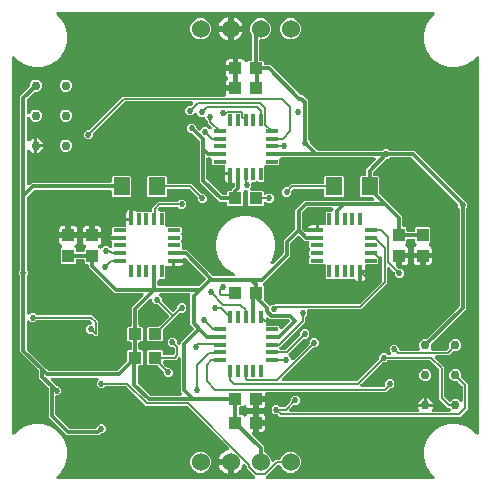
<source format=gbr>
G04 EAGLE Gerber RS-274X export*
G75*
%MOMM*%
%FSLAX34Y34*%
%LPD*%
%INTop Copper*%
%IPPOS*%
%AMOC8*
5,1,8,0,0,1.08239X$1,22.5*%
G01*
%ADD10R,1.100000X1.000000*%
%ADD11R,1.000000X1.100000*%
%ADD12R,1.400000X1.500000*%
%ADD13C,1.530000*%
%ADD14C,0.762000*%
%ADD15R,1.100000X0.300000*%
%ADD16R,0.300000X1.100000*%
%ADD17C,0.525000*%
%ADD18C,0.457200*%
%ADD19C,0.152400*%
%ADD20C,0.304800*%

G36*
X40688Y80896D02*
X40688Y80896D01*
X41614Y80896D01*
X43896Y78614D01*
X43896Y75386D01*
X41614Y73104D01*
X40318Y73104D01*
X40292Y73101D01*
X40266Y73103D01*
X40119Y73081D01*
X39972Y73064D01*
X39947Y73056D01*
X39921Y73052D01*
X39783Y72997D01*
X39644Y72947D01*
X39622Y72933D01*
X39597Y72923D01*
X39476Y72838D01*
X39351Y72758D01*
X39333Y72739D01*
X39311Y72724D01*
X39212Y72614D01*
X39109Y72507D01*
X39095Y72485D01*
X39078Y72465D01*
X39006Y72335D01*
X38930Y72208D01*
X38922Y72183D01*
X38909Y72160D01*
X38869Y72017D01*
X38824Y71876D01*
X38822Y71850D01*
X38814Y71825D01*
X38795Y71581D01*
X38795Y57789D01*
X38809Y57663D01*
X38816Y57537D01*
X38829Y57490D01*
X38835Y57442D01*
X38877Y57323D01*
X38912Y57202D01*
X38936Y57160D01*
X38952Y57114D01*
X39021Y57008D01*
X39082Y56898D01*
X39122Y56851D01*
X39141Y56821D01*
X39176Y56788D01*
X39241Y56711D01*
X50711Y45241D01*
X50810Y45162D01*
X50904Y45078D01*
X50947Y45054D01*
X50984Y45024D01*
X51099Y44970D01*
X51209Y44909D01*
X51256Y44896D01*
X51300Y44875D01*
X51423Y44849D01*
X51545Y44814D01*
X51606Y44809D01*
X51640Y44802D01*
X51688Y44803D01*
X51789Y44795D01*
X72581Y44795D01*
X72607Y44798D01*
X72633Y44796D01*
X72780Y44818D01*
X72927Y44835D01*
X72952Y44843D01*
X72978Y44847D01*
X73116Y44902D01*
X73255Y44952D01*
X73277Y44966D01*
X73302Y44976D01*
X73423Y45061D01*
X73548Y45141D01*
X73566Y45160D01*
X73588Y45175D01*
X73687Y45285D01*
X73790Y45392D01*
X73804Y45414D01*
X73821Y45434D01*
X73893Y45564D01*
X73969Y45691D01*
X73977Y45716D01*
X73990Y45739D01*
X74030Y45882D01*
X74075Y46023D01*
X74077Y46049D01*
X74085Y46074D01*
X74104Y46318D01*
X74104Y46614D01*
X76386Y48896D01*
X79614Y48896D01*
X81896Y46614D01*
X81896Y43386D01*
X79614Y41104D01*
X78688Y41104D01*
X78562Y41090D01*
X78436Y41083D01*
X78389Y41070D01*
X78341Y41064D01*
X78222Y41022D01*
X78101Y40987D01*
X78059Y40963D01*
X78013Y40947D01*
X77907Y40878D01*
X77797Y40817D01*
X77750Y40777D01*
X77720Y40758D01*
X77687Y40723D01*
X77610Y40658D01*
X76158Y39205D01*
X48842Y39205D01*
X33205Y54842D01*
X33205Y79211D01*
X33191Y79337D01*
X33184Y79463D01*
X33171Y79510D01*
X33165Y79558D01*
X33123Y79677D01*
X33088Y79798D01*
X33064Y79840D01*
X33048Y79886D01*
X32979Y79992D01*
X32918Y80102D01*
X32878Y80149D01*
X32859Y80179D01*
X32824Y80212D01*
X32759Y80289D01*
X25205Y87842D01*
X25205Y93211D01*
X25191Y93337D01*
X25184Y93463D01*
X25171Y93510D01*
X25165Y93558D01*
X25123Y93677D01*
X25088Y93798D01*
X25064Y93840D01*
X25048Y93886D01*
X24979Y93992D01*
X24918Y94102D01*
X24878Y94148D01*
X24859Y94179D01*
X24824Y94212D01*
X24759Y94289D01*
X9205Y109842D01*
X9205Y173654D01*
X9191Y173780D01*
X9184Y173906D01*
X9171Y173953D01*
X9165Y174001D01*
X9123Y174120D01*
X9088Y174241D01*
X9064Y174283D01*
X9048Y174329D01*
X8979Y174435D01*
X8918Y174545D01*
X8878Y174591D01*
X8859Y174621D01*
X8824Y174655D01*
X8759Y174731D01*
X8104Y175386D01*
X8104Y178614D01*
X8759Y179268D01*
X8838Y179368D01*
X8922Y179461D01*
X8946Y179504D01*
X8976Y179541D01*
X9030Y179656D01*
X9091Y179766D01*
X9104Y179813D01*
X9125Y179857D01*
X9151Y179980D01*
X9186Y180102D01*
X9191Y180163D01*
X9198Y180197D01*
X9197Y180245D01*
X9205Y180346D01*
X9205Y326258D01*
X11288Y328341D01*
X11289Y328341D01*
X16773Y333825D01*
X16852Y333924D01*
X16936Y334018D01*
X16960Y334061D01*
X16990Y334098D01*
X17044Y334213D01*
X17105Y334323D01*
X17118Y334370D01*
X17139Y334414D01*
X17165Y334537D01*
X17200Y334659D01*
X17205Y334720D01*
X17212Y334754D01*
X17211Y334802D01*
X17219Y334903D01*
X17219Y336411D01*
X17993Y338278D01*
X19422Y339707D01*
X21289Y340481D01*
X23311Y340481D01*
X25178Y339707D01*
X26607Y338278D01*
X27381Y336411D01*
X27381Y334389D01*
X26607Y332522D01*
X25178Y331093D01*
X23311Y330319D01*
X21803Y330319D01*
X21677Y330305D01*
X21551Y330298D01*
X21504Y330285D01*
X21456Y330279D01*
X21337Y330237D01*
X21216Y330202D01*
X21174Y330178D01*
X21128Y330162D01*
X21022Y330093D01*
X20912Y330032D01*
X20865Y329992D01*
X20835Y329973D01*
X20802Y329938D01*
X20725Y329873D01*
X15241Y324389D01*
X15162Y324290D01*
X15078Y324196D01*
X15054Y324153D01*
X15024Y324116D01*
X14970Y324001D01*
X14909Y323891D01*
X14896Y323844D01*
X14875Y323800D01*
X14849Y323677D01*
X14814Y323555D01*
X14809Y323494D01*
X14802Y323460D01*
X14803Y323412D01*
X14795Y323311D01*
X14795Y312815D01*
X14800Y312765D01*
X14798Y312715D01*
X14820Y312592D01*
X14835Y312469D01*
X14852Y312422D01*
X14861Y312372D01*
X14910Y312258D01*
X14952Y312141D01*
X14979Y312099D01*
X14999Y312052D01*
X15074Y311952D01*
X15141Y311848D01*
X15177Y311813D01*
X15207Y311773D01*
X15302Y311692D01*
X15392Y311606D01*
X15435Y311580D01*
X15473Y311547D01*
X15584Y311491D01*
X15691Y311427D01*
X15739Y311412D01*
X15784Y311389D01*
X15904Y311359D01*
X16023Y311321D01*
X16073Y311317D01*
X16122Y311305D01*
X16246Y311303D01*
X16370Y311293D01*
X16420Y311300D01*
X16470Y311300D01*
X16592Y311326D01*
X16715Y311344D01*
X16762Y311363D01*
X16811Y311374D01*
X16923Y311427D01*
X17039Y311473D01*
X17080Y311502D01*
X17126Y311524D01*
X17223Y311601D01*
X17325Y311672D01*
X17359Y311709D01*
X17398Y311741D01*
X17475Y311839D01*
X17558Y311931D01*
X17583Y311975D01*
X17614Y312015D01*
X17725Y312232D01*
X17993Y312878D01*
X19422Y314307D01*
X21289Y315081D01*
X23311Y315081D01*
X24922Y314413D01*
X25178Y314307D01*
X26607Y312878D01*
X27381Y311011D01*
X27381Y308989D01*
X26607Y307122D01*
X25178Y305693D01*
X23311Y304919D01*
X21289Y304919D01*
X19422Y305693D01*
X17993Y307122D01*
X17725Y307768D01*
X17701Y307812D01*
X17684Y307859D01*
X17616Y307964D01*
X17556Y308072D01*
X17522Y308110D01*
X17495Y308152D01*
X17405Y308238D01*
X17322Y308331D01*
X17280Y308359D01*
X17244Y308394D01*
X17137Y308458D01*
X17035Y308529D01*
X16988Y308547D01*
X16945Y308573D01*
X16827Y308611D01*
X16711Y308657D01*
X16661Y308664D01*
X16613Y308679D01*
X16489Y308689D01*
X16366Y308707D01*
X16316Y308703D01*
X16266Y308707D01*
X16143Y308689D01*
X16019Y308678D01*
X15971Y308663D01*
X15921Y308656D01*
X15806Y308610D01*
X15687Y308571D01*
X15644Y308545D01*
X15597Y308527D01*
X15495Y308456D01*
X15389Y308392D01*
X15352Y308357D01*
X15311Y308328D01*
X15228Y308236D01*
X15139Y308149D01*
X15111Y308106D01*
X15078Y308069D01*
X15018Y307960D01*
X14950Y307856D01*
X14933Y307808D01*
X14909Y307764D01*
X14875Y307644D01*
X14834Y307527D01*
X14828Y307477D01*
X14814Y307429D01*
X14795Y307185D01*
X14795Y289753D01*
X14806Y289654D01*
X14808Y289553D01*
X14826Y289481D01*
X14835Y289407D01*
X14869Y289313D01*
X14893Y289215D01*
X14927Y289149D01*
X14952Y289079D01*
X15007Y288995D01*
X15053Y288906D01*
X15101Y288849D01*
X15141Y288786D01*
X15213Y288717D01*
X15278Y288640D01*
X15338Y288596D01*
X15392Y288544D01*
X15478Y288493D01*
X15559Y288433D01*
X15627Y288403D01*
X15691Y288365D01*
X15786Y288335D01*
X15879Y288295D01*
X15952Y288282D01*
X16023Y288259D01*
X16123Y288251D01*
X16222Y288233D01*
X16296Y288237D01*
X16370Y288231D01*
X16470Y288246D01*
X16570Y288251D01*
X16641Y288272D01*
X16715Y288283D01*
X16808Y288320D01*
X16905Y288348D01*
X16970Y288384D01*
X17039Y288412D01*
X17121Y288469D01*
X17209Y288518D01*
X17285Y288583D01*
X17325Y288610D01*
X17349Y288637D01*
X17395Y288676D01*
X18252Y289533D01*
X19292Y290228D01*
X20448Y290707D01*
X20777Y290772D01*
X20777Y284600D01*
X20777Y278428D01*
X20448Y278493D01*
X19292Y278972D01*
X18252Y279667D01*
X17395Y280524D01*
X17316Y280586D01*
X17244Y280656D01*
X17180Y280694D01*
X17122Y280740D01*
X17031Y280783D01*
X16945Y280835D01*
X16874Y280857D01*
X16807Y280889D01*
X16709Y280910D01*
X16613Y280941D01*
X16539Y280947D01*
X16466Y280963D01*
X16366Y280961D01*
X16266Y280969D01*
X16192Y280958D01*
X16118Y280957D01*
X16021Y280932D01*
X15921Y280917D01*
X15852Y280890D01*
X15780Y280872D01*
X15691Y280826D01*
X15597Y280788D01*
X15536Y280746D01*
X15470Y280712D01*
X15394Y280647D01*
X15311Y280590D01*
X15261Y280534D01*
X15205Y280486D01*
X15145Y280405D01*
X15078Y280331D01*
X15042Y280266D01*
X14997Y280206D01*
X14958Y280114D01*
X14909Y280026D01*
X14889Y279954D01*
X14859Y279886D01*
X14842Y279787D01*
X14814Y279690D01*
X14806Y279590D01*
X14798Y279543D01*
X14800Y279507D01*
X14795Y279447D01*
X14795Y252425D01*
X14806Y252325D01*
X14808Y252224D01*
X14826Y252152D01*
X14835Y252078D01*
X14868Y251984D01*
X14893Y251886D01*
X14927Y251820D01*
X14952Y251750D01*
X15007Y251666D01*
X15053Y251577D01*
X15101Y251520D01*
X15141Y251457D01*
X15213Y251387D01*
X15278Y251311D01*
X15338Y251267D01*
X15392Y251215D01*
X15478Y251164D01*
X15559Y251104D01*
X15627Y251075D01*
X15691Y251036D01*
X15787Y251006D01*
X15879Y250966D01*
X15952Y250953D01*
X16023Y250930D01*
X16123Y250922D01*
X16222Y250904D01*
X16296Y250908D01*
X16370Y250902D01*
X16470Y250917D01*
X16570Y250922D01*
X16641Y250943D01*
X16715Y250954D01*
X16808Y250991D01*
X16905Y251019D01*
X16970Y251055D01*
X17039Y251083D01*
X17121Y251140D01*
X17209Y251189D01*
X17285Y251254D01*
X17325Y251282D01*
X17349Y251308D01*
X17395Y251347D01*
X18842Y252795D01*
X85206Y252795D01*
X85232Y252798D01*
X85258Y252796D01*
X85405Y252818D01*
X85552Y252835D01*
X85577Y252843D01*
X85603Y252847D01*
X85741Y252902D01*
X85880Y252952D01*
X85902Y252966D01*
X85927Y252976D01*
X86048Y253061D01*
X86173Y253141D01*
X86191Y253160D01*
X86213Y253175D01*
X86312Y253285D01*
X86415Y253392D01*
X86429Y253414D01*
X86446Y253434D01*
X86518Y253564D01*
X86594Y253691D01*
X86602Y253716D01*
X86615Y253739D01*
X86655Y253882D01*
X86700Y254023D01*
X86702Y254049D01*
X86710Y254074D01*
X86729Y254318D01*
X86729Y258026D01*
X87474Y258771D01*
X102526Y258771D01*
X103271Y258026D01*
X103271Y241974D01*
X102526Y241229D01*
X87474Y241229D01*
X86729Y241974D01*
X86729Y245682D01*
X86726Y245708D01*
X86728Y245734D01*
X86706Y245881D01*
X86689Y246028D01*
X86681Y246053D01*
X86677Y246079D01*
X86622Y246217D01*
X86572Y246356D01*
X86558Y246378D01*
X86548Y246403D01*
X86464Y246524D01*
X86383Y246649D01*
X86364Y246667D01*
X86349Y246689D01*
X86239Y246788D01*
X86132Y246891D01*
X86110Y246905D01*
X86090Y246922D01*
X85960Y246994D01*
X85833Y247070D01*
X85808Y247078D01*
X85785Y247091D01*
X85642Y247131D01*
X85501Y247176D01*
X85475Y247178D01*
X85450Y247186D01*
X85206Y247205D01*
X21789Y247205D01*
X21663Y247191D01*
X21537Y247184D01*
X21490Y247171D01*
X21442Y247165D01*
X21323Y247123D01*
X21202Y247088D01*
X21160Y247064D01*
X21114Y247048D01*
X21008Y246979D01*
X20898Y246918D01*
X20851Y246878D01*
X20821Y246859D01*
X20788Y246824D01*
X20711Y246759D01*
X15241Y241289D01*
X15162Y241189D01*
X15078Y241096D01*
X15054Y241053D01*
X15024Y241016D01*
X14970Y240901D01*
X14909Y240791D01*
X14896Y240744D01*
X14875Y240700D01*
X14849Y240577D01*
X14814Y240455D01*
X14809Y240394D01*
X14802Y240360D01*
X14803Y240312D01*
X14795Y240211D01*
X14795Y180346D01*
X14809Y180220D01*
X14816Y180094D01*
X14829Y180047D01*
X14835Y179999D01*
X14877Y179880D01*
X14912Y179759D01*
X14936Y179717D01*
X14952Y179671D01*
X15021Y179565D01*
X15082Y179455D01*
X15122Y179408D01*
X15141Y179378D01*
X15176Y179345D01*
X15241Y179268D01*
X15896Y178614D01*
X15896Y175386D01*
X15241Y174731D01*
X15162Y174632D01*
X15078Y174539D01*
X15054Y174496D01*
X15024Y174458D01*
X14970Y174344D01*
X14909Y174234D01*
X14896Y174187D01*
X14875Y174143D01*
X14849Y174020D01*
X14814Y173898D01*
X14809Y173837D01*
X14802Y173803D01*
X14803Y173755D01*
X14795Y173654D01*
X14795Y142982D01*
X14806Y142882D01*
X14808Y142781D01*
X14826Y142709D01*
X14835Y142635D01*
X14868Y142541D01*
X14893Y142443D01*
X14927Y142377D01*
X14952Y142307D01*
X15007Y142223D01*
X15053Y142134D01*
X15101Y142077D01*
X15141Y142014D01*
X15213Y141945D01*
X15278Y141868D01*
X15338Y141824D01*
X15392Y141772D01*
X15478Y141721D01*
X15559Y141661D01*
X15627Y141632D01*
X15691Y141593D01*
X15787Y141563D01*
X15879Y141523D01*
X15952Y141510D01*
X16023Y141487D01*
X16123Y141479D01*
X16222Y141461D01*
X16296Y141465D01*
X16370Y141459D01*
X16470Y141474D01*
X16570Y141479D01*
X16641Y141500D01*
X16715Y141511D01*
X16808Y141548D01*
X16905Y141576D01*
X16970Y141612D01*
X17039Y141640D01*
X17121Y141697D01*
X17209Y141746D01*
X17285Y141811D01*
X17325Y141839D01*
X17349Y141865D01*
X17395Y141904D01*
X18386Y142896D01*
X21614Y142896D01*
X23031Y141479D01*
X23130Y141400D01*
X23223Y141316D01*
X23266Y141292D01*
X23304Y141262D01*
X23418Y141208D01*
X23528Y141147D01*
X23575Y141134D01*
X23619Y141113D01*
X23742Y141087D01*
X23864Y141052D01*
X23925Y141047D01*
X23959Y141040D01*
X24007Y141041D01*
X24108Y141033D01*
X69842Y141033D01*
X75033Y135842D01*
X75033Y124158D01*
X73842Y122967D01*
X72158Y122967D01*
X70467Y124658D01*
X70368Y124737D01*
X70274Y124821D01*
X70232Y124845D01*
X70194Y124875D01*
X70080Y124929D01*
X69969Y124990D01*
X69923Y125003D01*
X69879Y125024D01*
X69756Y125050D01*
X69634Y125085D01*
X69573Y125090D01*
X69538Y125097D01*
X69490Y125096D01*
X69390Y125104D01*
X67386Y125104D01*
X65104Y127386D01*
X65104Y130614D01*
X67386Y132896D01*
X68552Y132896D01*
X68652Y132907D01*
X68752Y132909D01*
X68824Y132927D01*
X68898Y132936D01*
X68993Y132970D01*
X69090Y132994D01*
X69156Y133028D01*
X69226Y133053D01*
X69311Y133108D01*
X69400Y133154D01*
X69457Y133202D01*
X69519Y133242D01*
X69589Y133314D01*
X69666Y133379D01*
X69710Y133439D01*
X69761Y133493D01*
X69813Y133579D01*
X69873Y133660D01*
X69902Y133728D01*
X69940Y133792D01*
X69971Y133888D01*
X70011Y133980D01*
X70024Y134053D01*
X70046Y134124D01*
X70055Y134224D01*
X70072Y134323D01*
X70068Y134397D01*
X70074Y134471D01*
X70060Y134571D01*
X70054Y134671D01*
X70034Y134742D01*
X70023Y134816D01*
X69986Y134909D01*
X69958Y135006D01*
X69922Y135071D01*
X69894Y135140D01*
X69837Y135222D01*
X69788Y135310D01*
X69723Y135386D01*
X69695Y135426D01*
X69669Y135450D01*
X69629Y135496D01*
X68604Y136521D01*
X68505Y136600D01*
X68411Y136684D01*
X68369Y136708D01*
X68331Y136738D01*
X68217Y136792D01*
X68106Y136853D01*
X68060Y136866D01*
X68016Y136887D01*
X67893Y136913D01*
X67771Y136948D01*
X67710Y136953D01*
X67675Y136960D01*
X67627Y136959D01*
X67527Y136967D01*
X24108Y136967D01*
X23982Y136953D01*
X23856Y136946D01*
X23809Y136933D01*
X23761Y136927D01*
X23642Y136885D01*
X23521Y136850D01*
X23479Y136826D01*
X23433Y136810D01*
X23327Y136741D01*
X23217Y136680D01*
X23171Y136640D01*
X23141Y136621D01*
X23107Y136586D01*
X23031Y136521D01*
X21614Y135104D01*
X18386Y135104D01*
X17395Y136096D01*
X17316Y136158D01*
X17244Y136228D01*
X17180Y136266D01*
X17122Y136312D01*
X17031Y136355D01*
X16945Y136407D01*
X16874Y136429D01*
X16807Y136461D01*
X16709Y136482D01*
X16613Y136513D01*
X16539Y136519D01*
X16466Y136534D01*
X16366Y136533D01*
X16266Y136541D01*
X16192Y136530D01*
X16118Y136528D01*
X16021Y136504D01*
X15921Y136489D01*
X15852Y136462D01*
X15780Y136443D01*
X15691Y136397D01*
X15597Y136360D01*
X15536Y136318D01*
X15470Y136284D01*
X15394Y136219D01*
X15311Y136161D01*
X15261Y136106D01*
X15205Y136058D01*
X15145Y135977D01*
X15078Y135903D01*
X15042Y135837D01*
X14997Y135778D01*
X14958Y135686D01*
X14909Y135598D01*
X14889Y135526D01*
X14859Y135458D01*
X14842Y135359D01*
X14814Y135262D01*
X14806Y135162D01*
X14798Y135115D01*
X14800Y135079D01*
X14795Y135018D01*
X14795Y112789D01*
X14809Y112663D01*
X14816Y112537D01*
X14829Y112490D01*
X14835Y112442D01*
X14877Y112323D01*
X14912Y112202D01*
X14936Y112160D01*
X14952Y112114D01*
X15021Y112008D01*
X15082Y111898D01*
X15122Y111852D01*
X15141Y111821D01*
X15176Y111788D01*
X15241Y111711D01*
X28711Y98241D01*
X28712Y98241D01*
X31241Y95712D01*
X31241Y95711D01*
X32711Y94241D01*
X32811Y94162D01*
X32904Y94078D01*
X32947Y94054D01*
X32984Y94024D01*
X33099Y93970D01*
X33209Y93909D01*
X33256Y93896D01*
X33300Y93875D01*
X33423Y93849D01*
X33545Y93814D01*
X33605Y93809D01*
X33640Y93802D01*
X33689Y93803D01*
X33789Y93795D01*
X90711Y93795D01*
X90837Y93809D01*
X90963Y93816D01*
X91010Y93829D01*
X91058Y93835D01*
X91177Y93877D01*
X91298Y93912D01*
X91340Y93936D01*
X91386Y93952D01*
X91492Y94021D01*
X91602Y94082D01*
X91649Y94122D01*
X91679Y94141D01*
X91712Y94176D01*
X91789Y94241D01*
X99283Y101735D01*
X99362Y101834D01*
X99446Y101928D01*
X99470Y101971D01*
X99500Y102008D01*
X99554Y102123D01*
X99615Y102233D01*
X99628Y102280D01*
X99649Y102324D01*
X99675Y102447D01*
X99710Y102569D01*
X99715Y102630D01*
X99722Y102664D01*
X99721Y102712D01*
X99729Y102813D01*
X99729Y110526D01*
X100474Y111271D01*
X102182Y111271D01*
X102208Y111274D01*
X102234Y111272D01*
X102381Y111294D01*
X102528Y111311D01*
X102553Y111319D01*
X102579Y111323D01*
X102717Y111378D01*
X102856Y111428D01*
X102878Y111442D01*
X102903Y111452D01*
X103024Y111537D01*
X103149Y111617D01*
X103167Y111636D01*
X103189Y111651D01*
X103288Y111761D01*
X103391Y111868D01*
X103405Y111890D01*
X103422Y111910D01*
X103494Y112040D01*
X103570Y112167D01*
X103578Y112192D01*
X103591Y112215D01*
X103631Y112358D01*
X103676Y112499D01*
X103678Y112525D01*
X103686Y112550D01*
X103705Y112794D01*
X103705Y117206D01*
X103702Y117232D01*
X103704Y117258D01*
X103682Y117405D01*
X103665Y117552D01*
X103657Y117577D01*
X103653Y117603D01*
X103598Y117741D01*
X103548Y117880D01*
X103534Y117902D01*
X103524Y117927D01*
X103439Y118048D01*
X103359Y118173D01*
X103340Y118191D01*
X103325Y118213D01*
X103215Y118312D01*
X103108Y118415D01*
X103086Y118429D01*
X103066Y118446D01*
X102936Y118518D01*
X102809Y118594D01*
X102784Y118602D01*
X102761Y118615D01*
X102618Y118655D01*
X102477Y118700D01*
X102451Y118702D01*
X102426Y118710D01*
X102182Y118729D01*
X100474Y118729D01*
X99729Y119474D01*
X99729Y130526D01*
X100474Y131271D01*
X102182Y131271D01*
X102208Y131274D01*
X102234Y131272D01*
X102381Y131294D01*
X102528Y131311D01*
X102553Y131319D01*
X102579Y131323D01*
X102717Y131378D01*
X102856Y131428D01*
X102878Y131442D01*
X102903Y131452D01*
X103024Y131537D01*
X103149Y131617D01*
X103167Y131636D01*
X103189Y131651D01*
X103288Y131761D01*
X103391Y131868D01*
X103405Y131890D01*
X103422Y131910D01*
X103494Y132040D01*
X103570Y132167D01*
X103578Y132192D01*
X103591Y132215D01*
X103631Y132358D01*
X103676Y132499D01*
X103678Y132525D01*
X103686Y132550D01*
X103705Y132794D01*
X103705Y147658D01*
X113273Y157225D01*
X113335Y157303D01*
X113405Y157376D01*
X113443Y157440D01*
X113489Y157498D01*
X113532Y157589D01*
X113584Y157675D01*
X113606Y157746D01*
X113638Y157813D01*
X113659Y157911D01*
X113690Y158007D01*
X113696Y158081D01*
X113711Y158154D01*
X113710Y158254D01*
X113718Y158354D01*
X113707Y158428D01*
X113706Y158502D01*
X113681Y158599D01*
X113666Y158699D01*
X113639Y158768D01*
X113621Y158840D01*
X113574Y158930D01*
X113537Y159023D01*
X113495Y159084D01*
X113461Y159150D01*
X113396Y159227D01*
X113338Y159309D01*
X113283Y159359D01*
X113235Y159415D01*
X113154Y159475D01*
X113080Y159542D01*
X113015Y159578D01*
X112955Y159623D01*
X112863Y159662D01*
X112775Y159711D01*
X112703Y159731D01*
X112635Y159761D01*
X112536Y159778D01*
X112439Y159806D01*
X112339Y159814D01*
X112292Y159822D01*
X112256Y159820D01*
X112195Y159825D01*
X89222Y159825D01*
X67205Y181842D01*
X67205Y183206D01*
X67202Y183232D01*
X67204Y183258D01*
X67182Y183405D01*
X67165Y183552D01*
X67157Y183577D01*
X67153Y183603D01*
X67098Y183741D01*
X67048Y183880D01*
X67034Y183902D01*
X67024Y183927D01*
X66939Y184048D01*
X66859Y184173D01*
X66840Y184191D01*
X66825Y184213D01*
X66715Y184312D01*
X66608Y184415D01*
X66586Y184429D01*
X66566Y184446D01*
X66436Y184518D01*
X66309Y184594D01*
X66284Y184602D01*
X66261Y184615D01*
X66118Y184655D01*
X65977Y184700D01*
X65951Y184702D01*
X65926Y184710D01*
X65682Y184729D01*
X64474Y184729D01*
X63729Y185474D01*
X63729Y187182D01*
X63726Y187208D01*
X63728Y187234D01*
X63706Y187381D01*
X63689Y187528D01*
X63681Y187553D01*
X63677Y187579D01*
X63622Y187717D01*
X63572Y187856D01*
X63558Y187878D01*
X63548Y187903D01*
X63463Y188024D01*
X63383Y188149D01*
X63364Y188167D01*
X63349Y188189D01*
X63239Y188288D01*
X63132Y188391D01*
X63110Y188405D01*
X63090Y188422D01*
X62960Y188494D01*
X62833Y188570D01*
X62808Y188578D01*
X62785Y188591D01*
X62642Y188631D01*
X62501Y188676D01*
X62475Y188678D01*
X62450Y188686D01*
X62206Y188705D01*
X57794Y188705D01*
X57768Y188702D01*
X57742Y188704D01*
X57595Y188682D01*
X57448Y188665D01*
X57423Y188657D01*
X57397Y188653D01*
X57259Y188598D01*
X57120Y188548D01*
X57098Y188534D01*
X57073Y188524D01*
X56952Y188439D01*
X56827Y188359D01*
X56809Y188340D01*
X56787Y188325D01*
X56688Y188215D01*
X56585Y188108D01*
X56571Y188086D01*
X56554Y188066D01*
X56482Y187936D01*
X56406Y187809D01*
X56398Y187784D01*
X56385Y187761D01*
X56345Y187618D01*
X56300Y187477D01*
X56298Y187451D01*
X56290Y187426D01*
X56271Y187182D01*
X56271Y185474D01*
X55526Y184729D01*
X44474Y184729D01*
X43729Y185474D01*
X43729Y197526D01*
X44401Y198198D01*
X44433Y198238D01*
X44470Y198272D01*
X44541Y198374D01*
X44618Y198471D01*
X44639Y198517D01*
X44668Y198559D01*
X44714Y198674D01*
X44766Y198786D01*
X44777Y198836D01*
X44796Y198883D01*
X44814Y199006D01*
X44840Y199127D01*
X44839Y199178D01*
X44846Y199228D01*
X44836Y199352D01*
X44834Y199475D01*
X44821Y199525D01*
X44817Y199576D01*
X44779Y199693D01*
X44749Y199813D01*
X44725Y199859D01*
X44710Y199907D01*
X44646Y200013D01*
X44589Y200123D01*
X44556Y200162D01*
X44530Y200206D01*
X44444Y200294D01*
X44363Y200388D01*
X44322Y200419D01*
X44287Y200455D01*
X44085Y200594D01*
X43440Y200967D01*
X42967Y201440D01*
X42632Y202019D01*
X42459Y202665D01*
X42459Y206001D01*
X49024Y206001D01*
X49050Y206004D01*
X49076Y206002D01*
X49223Y206024D01*
X49370Y206041D01*
X49395Y206049D01*
X49421Y206053D01*
X49558Y206108D01*
X49698Y206158D01*
X49720Y206172D01*
X49745Y206182D01*
X49866Y206267D01*
X49991Y206347D01*
X50003Y206360D01*
X50050Y206315D01*
X50073Y206301D01*
X50092Y206284D01*
X50222Y206212D01*
X50349Y206136D01*
X50374Y206128D01*
X50397Y206115D01*
X50540Y206075D01*
X50681Y206030D01*
X50707Y206027D01*
X50732Y206020D01*
X50976Y206001D01*
X57541Y206001D01*
X57541Y202665D01*
X57368Y202019D01*
X57033Y201440D01*
X56560Y200967D01*
X55915Y200594D01*
X55874Y200564D01*
X55828Y200540D01*
X55734Y200460D01*
X55635Y200387D01*
X55602Y200348D01*
X55563Y200315D01*
X55489Y200215D01*
X55409Y200121D01*
X55386Y200075D01*
X55356Y200034D01*
X55307Y199921D01*
X55250Y199811D01*
X55238Y199761D01*
X55218Y199714D01*
X55196Y199593D01*
X55166Y199473D01*
X55165Y199422D01*
X55156Y199371D01*
X55162Y199248D01*
X55160Y199124D01*
X55171Y199074D01*
X55174Y199023D01*
X55208Y198905D01*
X55234Y198784D01*
X55256Y198737D01*
X55270Y198688D01*
X55331Y198581D01*
X55384Y198469D01*
X55416Y198429D01*
X55441Y198384D01*
X55599Y198198D01*
X56271Y197526D01*
X56271Y195818D01*
X56274Y195792D01*
X56272Y195766D01*
X56294Y195619D01*
X56311Y195472D01*
X56319Y195447D01*
X56323Y195421D01*
X56378Y195283D01*
X56428Y195144D01*
X56442Y195122D01*
X56452Y195097D01*
X56537Y194976D01*
X56617Y194851D01*
X56636Y194833D01*
X56651Y194811D01*
X56761Y194712D01*
X56868Y194609D01*
X56890Y194595D01*
X56910Y194578D01*
X57040Y194506D01*
X57167Y194430D01*
X57192Y194422D01*
X57215Y194409D01*
X57358Y194369D01*
X57499Y194324D01*
X57525Y194322D01*
X57550Y194314D01*
X57794Y194295D01*
X62206Y194295D01*
X62232Y194298D01*
X62258Y194296D01*
X62405Y194318D01*
X62552Y194335D01*
X62577Y194343D01*
X62603Y194347D01*
X62741Y194402D01*
X62880Y194452D01*
X62902Y194466D01*
X62927Y194476D01*
X63048Y194561D01*
X63173Y194641D01*
X63191Y194660D01*
X63213Y194675D01*
X63312Y194785D01*
X63415Y194892D01*
X63429Y194914D01*
X63446Y194934D01*
X63518Y195064D01*
X63594Y195191D01*
X63602Y195216D01*
X63615Y195239D01*
X63655Y195382D01*
X63700Y195523D01*
X63702Y195549D01*
X63710Y195574D01*
X63729Y195818D01*
X63729Y197526D01*
X64401Y198198D01*
X64433Y198238D01*
X64470Y198272D01*
X64541Y198374D01*
X64618Y198471D01*
X64639Y198517D01*
X64668Y198559D01*
X64714Y198674D01*
X64766Y198786D01*
X64777Y198836D01*
X64796Y198883D01*
X64814Y199006D01*
X64840Y199127D01*
X64839Y199178D01*
X64846Y199228D01*
X64836Y199352D01*
X64834Y199475D01*
X64821Y199525D01*
X64817Y199576D01*
X64779Y199693D01*
X64749Y199813D01*
X64725Y199859D01*
X64710Y199907D01*
X64646Y200013D01*
X64589Y200123D01*
X64556Y200162D01*
X64530Y200206D01*
X64444Y200294D01*
X64363Y200388D01*
X64322Y200419D01*
X64287Y200455D01*
X64085Y200594D01*
X63440Y200967D01*
X62967Y201440D01*
X62632Y202019D01*
X62459Y202665D01*
X62459Y206001D01*
X69024Y206001D01*
X69050Y206004D01*
X69076Y206002D01*
X69223Y206024D01*
X69370Y206041D01*
X69395Y206049D01*
X69421Y206053D01*
X69558Y206108D01*
X69698Y206158D01*
X69720Y206172D01*
X69745Y206182D01*
X69866Y206267D01*
X69991Y206347D01*
X70003Y206360D01*
X70050Y206315D01*
X70073Y206301D01*
X70092Y206284D01*
X70222Y206212D01*
X70349Y206136D01*
X70374Y206128D01*
X70397Y206115D01*
X70540Y206075D01*
X70681Y206030D01*
X70707Y206027D01*
X70732Y206020D01*
X70976Y206001D01*
X77541Y206001D01*
X77541Y202665D01*
X77368Y202019D01*
X77033Y201440D01*
X76560Y200967D01*
X75915Y200594D01*
X75874Y200564D01*
X75828Y200540D01*
X75734Y200460D01*
X75635Y200387D01*
X75602Y200348D01*
X75563Y200315D01*
X75489Y200215D01*
X75409Y200121D01*
X75386Y200075D01*
X75356Y200034D01*
X75307Y199921D01*
X75250Y199811D01*
X75238Y199761D01*
X75218Y199714D01*
X75196Y199593D01*
X75166Y199473D01*
X75165Y199422D01*
X75156Y199371D01*
X75162Y199248D01*
X75160Y199124D01*
X75171Y199074D01*
X75174Y199023D01*
X75208Y198904D01*
X75234Y198784D01*
X75256Y198737D01*
X75270Y198688D01*
X75331Y198581D01*
X75384Y198469D01*
X75416Y198429D01*
X75441Y198384D01*
X75599Y198198D01*
X76017Y197780D01*
X76037Y197764D01*
X76054Y197744D01*
X76174Y197656D01*
X76290Y197564D01*
X76313Y197553D01*
X76335Y197537D01*
X76471Y197478D01*
X76605Y197415D01*
X76631Y197409D01*
X76655Y197399D01*
X76801Y197373D01*
X76946Y197341D01*
X76972Y197342D01*
X76998Y197337D01*
X77146Y197345D01*
X77294Y197347D01*
X77319Y197354D01*
X77346Y197355D01*
X77488Y197396D01*
X77632Y197432D01*
X77655Y197444D01*
X77680Y197452D01*
X77810Y197524D01*
X77942Y197592D01*
X77962Y197609D01*
X77985Y197622D01*
X78171Y197780D01*
X79986Y199596D01*
X83214Y199596D01*
X84631Y198179D01*
X84730Y198100D01*
X84823Y198016D01*
X84866Y197992D01*
X84904Y197962D01*
X85018Y197908D01*
X85128Y197847D01*
X85175Y197834D01*
X85219Y197813D01*
X85342Y197787D01*
X85464Y197752D01*
X85525Y197747D01*
X85559Y197740D01*
X85607Y197741D01*
X85708Y197733D01*
X85826Y197733D01*
X85852Y197736D01*
X85878Y197734D01*
X86025Y197756D01*
X86172Y197773D01*
X86197Y197781D01*
X86223Y197785D01*
X86361Y197840D01*
X86500Y197890D01*
X86522Y197904D01*
X86547Y197914D01*
X86668Y197999D01*
X86793Y198079D01*
X86811Y198098D01*
X86833Y198113D01*
X86932Y198223D01*
X87035Y198330D01*
X87049Y198352D01*
X87066Y198372D01*
X87138Y198502D01*
X87214Y198629D01*
X87222Y198654D01*
X87235Y198677D01*
X87275Y198820D01*
X87320Y198961D01*
X87322Y198987D01*
X87330Y199012D01*
X87349Y199256D01*
X87349Y202047D01*
X87335Y202172D01*
X87328Y202298D01*
X87315Y202345D01*
X87309Y202393D01*
X87267Y202512D01*
X87232Y202633D01*
X87208Y202675D01*
X87192Y202721D01*
X87123Y202827D01*
X87062Y202937D01*
X87022Y202984D01*
X87003Y203014D01*
X86968Y203047D01*
X86903Y203124D01*
X86587Y203440D01*
X86252Y204019D01*
X86079Y204665D01*
X86079Y204977D01*
X94120Y204977D01*
X94146Y204980D01*
X94172Y204977D01*
X94319Y204999D01*
X94466Y205016D01*
X94491Y205025D01*
X94517Y205029D01*
X94654Y205084D01*
X94794Y205134D01*
X94816Y205148D01*
X94840Y205158D01*
X94962Y205242D01*
X95087Y205323D01*
X95105Y205342D01*
X95127Y205357D01*
X95226Y205467D01*
X95329Y205574D01*
X95342Y205596D01*
X95360Y205616D01*
X95432Y205746D01*
X95508Y205873D01*
X95516Y205898D01*
X95529Y205921D01*
X95569Y206064D01*
X95614Y206205D01*
X95616Y206231D01*
X95623Y206256D01*
X95643Y206500D01*
X95640Y206526D01*
X95642Y206552D01*
X95620Y206699D01*
X95603Y206846D01*
X95594Y206871D01*
X95590Y206897D01*
X95536Y207035D01*
X95486Y207174D01*
X95471Y207197D01*
X95462Y207221D01*
X95377Y207342D01*
X95297Y207467D01*
X95278Y207486D01*
X95263Y207507D01*
X95153Y207606D01*
X95046Y207709D01*
X95023Y207723D01*
X95004Y207740D01*
X94874Y207812D01*
X94747Y207888D01*
X94722Y207896D01*
X94699Y207909D01*
X94556Y207949D01*
X94415Y207995D01*
X94389Y207997D01*
X94363Y208004D01*
X94120Y208023D01*
X86079Y208023D01*
X86079Y208335D01*
X86252Y208981D01*
X86587Y209560D01*
X86903Y209876D01*
X86982Y209975D01*
X87066Y210069D01*
X87090Y210111D01*
X87120Y210149D01*
X87174Y210263D01*
X87235Y210374D01*
X87248Y210421D01*
X87269Y210464D01*
X87295Y210588D01*
X87330Y210710D01*
X87335Y210770D01*
X87342Y210805D01*
X87341Y210853D01*
X87349Y210953D01*
X87349Y215026D01*
X88094Y215771D01*
X97556Y215771D01*
X97582Y215774D01*
X97608Y215772D01*
X97755Y215794D01*
X97902Y215811D01*
X97927Y215819D01*
X97953Y215823D01*
X98091Y215878D01*
X98230Y215928D01*
X98252Y215942D01*
X98277Y215952D01*
X98398Y216037D01*
X98523Y216117D01*
X98541Y216136D01*
X98563Y216151D01*
X98662Y216261D01*
X98765Y216368D01*
X98779Y216390D01*
X98796Y216410D01*
X98868Y216540D01*
X98944Y216667D01*
X98952Y216692D01*
X98965Y216715D01*
X99005Y216858D01*
X99050Y216999D01*
X99052Y217025D01*
X99060Y217050D01*
X99079Y217294D01*
X99079Y220477D01*
X103120Y220477D01*
X103146Y220480D01*
X103172Y220477D01*
X103319Y220499D01*
X103466Y220516D01*
X103491Y220525D01*
X103517Y220529D01*
X103654Y220584D01*
X103794Y220634D01*
X103816Y220648D01*
X103840Y220658D01*
X103962Y220742D01*
X104087Y220823D01*
X104105Y220842D01*
X104127Y220857D01*
X104226Y220967D01*
X104291Y221034D01*
X104329Y221074D01*
X104343Y221097D01*
X104360Y221116D01*
X104432Y221246D01*
X104508Y221373D01*
X104516Y221398D01*
X104529Y221421D01*
X104569Y221564D01*
X104615Y221705D01*
X104617Y221731D01*
X104624Y221757D01*
X104643Y222000D01*
X104643Y230041D01*
X104955Y230041D01*
X105601Y229868D01*
X106180Y229533D01*
X106496Y229217D01*
X106595Y229138D01*
X106689Y229054D01*
X106731Y229030D01*
X106769Y229000D01*
X106883Y228946D01*
X106994Y228885D01*
X107041Y228872D01*
X107084Y228851D01*
X107208Y228825D01*
X107330Y228790D01*
X107390Y228785D01*
X107425Y228778D01*
X107473Y228779D01*
X107573Y228771D01*
X111646Y228771D01*
X111793Y228624D01*
X111813Y228608D01*
X111830Y228588D01*
X111950Y228500D01*
X112066Y228408D01*
X112090Y228396D01*
X112111Y228381D01*
X112247Y228322D01*
X112381Y228259D01*
X112407Y228253D01*
X112431Y228243D01*
X112577Y228216D01*
X112722Y228185D01*
X112748Y228186D01*
X112774Y228181D01*
X112922Y228189D01*
X113070Y228191D01*
X113096Y228198D01*
X113122Y228199D01*
X113264Y228240D01*
X113408Y228276D01*
X113432Y228288D01*
X113457Y228296D01*
X113586Y228368D01*
X113718Y228436D01*
X113738Y228453D01*
X113761Y228466D01*
X113947Y228624D01*
X114094Y228771D01*
X118146Y228771D01*
X118293Y228624D01*
X118313Y228608D01*
X118330Y228588D01*
X118450Y228500D01*
X118566Y228408D01*
X118590Y228396D01*
X118611Y228381D01*
X118747Y228322D01*
X118881Y228259D01*
X118907Y228253D01*
X118931Y228243D01*
X119077Y228216D01*
X119222Y228185D01*
X119248Y228186D01*
X119274Y228181D01*
X119422Y228189D01*
X119570Y228191D01*
X119596Y228198D01*
X119622Y228199D01*
X119764Y228240D01*
X119908Y228276D01*
X119932Y228288D01*
X119957Y228296D01*
X120086Y228368D01*
X120218Y228436D01*
X120238Y228453D01*
X120261Y228466D01*
X120447Y228624D01*
X120521Y228698D01*
X120600Y228797D01*
X120684Y228891D01*
X120708Y228933D01*
X120738Y228971D01*
X120792Y229085D01*
X120853Y229196D01*
X120866Y229243D01*
X120887Y229286D01*
X120913Y229410D01*
X120948Y229532D01*
X120953Y229592D01*
X120960Y229627D01*
X120959Y229675D01*
X120967Y229775D01*
X120967Y231842D01*
X126158Y237033D01*
X141892Y237033D01*
X142018Y237047D01*
X142144Y237054D01*
X142191Y237067D01*
X142239Y237073D01*
X142358Y237115D01*
X142479Y237150D01*
X142521Y237174D01*
X142567Y237190D01*
X142673Y237259D01*
X142783Y237320D01*
X142829Y237360D01*
X142859Y237379D01*
X142893Y237414D01*
X142969Y237479D01*
X144386Y238896D01*
X147614Y238896D01*
X149896Y236614D01*
X149896Y233386D01*
X147614Y231104D01*
X144386Y231104D01*
X142969Y232521D01*
X142870Y232600D01*
X142777Y232684D01*
X142734Y232708D01*
X142696Y232738D01*
X142582Y232792D01*
X142472Y232853D01*
X142425Y232866D01*
X142381Y232887D01*
X142258Y232913D01*
X142136Y232948D01*
X142075Y232953D01*
X142041Y232960D01*
X141993Y232959D01*
X141892Y232967D01*
X128473Y232967D01*
X128348Y232953D01*
X128221Y232946D01*
X128175Y232933D01*
X128127Y232927D01*
X128008Y232885D01*
X127886Y232850D01*
X127844Y232826D01*
X127799Y232810D01*
X127692Y232741D01*
X127582Y232680D01*
X127536Y232640D01*
X127506Y232621D01*
X127472Y232586D01*
X127396Y232521D01*
X126246Y231371D01*
X126183Y231292D01*
X126114Y231220D01*
X126075Y231156D01*
X126029Y231098D01*
X125986Y231007D01*
X125935Y230921D01*
X125912Y230850D01*
X125880Y230783D01*
X125859Y230685D01*
X125829Y230589D01*
X125823Y230515D01*
X125807Y230442D01*
X125809Y230342D01*
X125801Y230242D01*
X125812Y230168D01*
X125813Y230094D01*
X125837Y229997D01*
X125852Y229897D01*
X125880Y229828D01*
X125898Y229756D01*
X125944Y229667D01*
X125981Y229573D01*
X126023Y229512D01*
X126057Y229446D01*
X126123Y229370D01*
X126180Y229287D01*
X126235Y229237D01*
X126283Y229181D01*
X126364Y229121D01*
X126439Y229054D01*
X126504Y229018D01*
X126564Y228973D01*
X126656Y228934D01*
X126744Y228885D01*
X126815Y228865D01*
X126884Y228835D01*
X126982Y228818D01*
X127079Y228790D01*
X127179Y228782D01*
X127227Y228774D01*
X127262Y228776D01*
X127323Y228771D01*
X131146Y228771D01*
X131891Y228026D01*
X131891Y217294D01*
X131894Y217268D01*
X131892Y217242D01*
X131914Y217095D01*
X131931Y216948D01*
X131939Y216923D01*
X131943Y216897D01*
X131998Y216759D01*
X132048Y216620D01*
X132062Y216598D01*
X132072Y216573D01*
X132157Y216452D01*
X132237Y216327D01*
X132256Y216309D01*
X132271Y216287D01*
X132381Y216188D01*
X132488Y216085D01*
X132510Y216071D01*
X132530Y216054D01*
X132660Y215982D01*
X132787Y215906D01*
X132812Y215898D01*
X132835Y215885D01*
X132978Y215845D01*
X133119Y215800D01*
X133145Y215798D01*
X133170Y215790D01*
X133414Y215771D01*
X145146Y215771D01*
X145891Y215026D01*
X145891Y210974D01*
X145744Y210827D01*
X145728Y210807D01*
X145708Y210790D01*
X145620Y210670D01*
X145528Y210554D01*
X145516Y210530D01*
X145501Y210509D01*
X145442Y210373D01*
X145379Y210239D01*
X145373Y210213D01*
X145363Y210189D01*
X145336Y210043D01*
X145305Y209898D01*
X145306Y209872D01*
X145301Y209846D01*
X145309Y209698D01*
X145311Y209550D01*
X145318Y209524D01*
X145319Y209498D01*
X145360Y209356D01*
X145396Y209212D01*
X145408Y209188D01*
X145416Y209163D01*
X145488Y209034D01*
X145556Y208902D01*
X145573Y208882D01*
X145586Y208859D01*
X145744Y208673D01*
X145891Y208526D01*
X145891Y204474D01*
X145744Y204327D01*
X145728Y204307D01*
X145708Y204290D01*
X145620Y204170D01*
X145528Y204054D01*
X145516Y204030D01*
X145501Y204009D01*
X145442Y203873D01*
X145379Y203739D01*
X145373Y203713D01*
X145363Y203689D01*
X145336Y203543D01*
X145305Y203398D01*
X145306Y203372D01*
X145301Y203346D01*
X145309Y203198D01*
X145311Y203050D01*
X145318Y203024D01*
X145319Y202998D01*
X145360Y202856D01*
X145396Y202712D01*
X145408Y202688D01*
X145416Y202663D01*
X145488Y202534D01*
X145556Y202402D01*
X145573Y202382D01*
X145586Y202359D01*
X145744Y202173D01*
X145891Y202026D01*
X145891Y197818D01*
X145894Y197792D01*
X145892Y197766D01*
X145914Y197619D01*
X145931Y197472D01*
X145939Y197447D01*
X145943Y197421D01*
X145998Y197283D01*
X146048Y197144D01*
X146062Y197122D01*
X146072Y197097D01*
X146157Y196976D01*
X146237Y196851D01*
X146256Y196833D01*
X146271Y196811D01*
X146381Y196712D01*
X146488Y196609D01*
X146510Y196595D01*
X146530Y196578D01*
X146660Y196506D01*
X146787Y196430D01*
X146812Y196422D01*
X146835Y196409D01*
X146978Y196369D01*
X147119Y196324D01*
X147145Y196322D01*
X147170Y196314D01*
X147414Y196295D01*
X150658Y196295D01*
X172711Y174241D01*
X172810Y174162D01*
X172904Y174078D01*
X172947Y174054D01*
X172984Y174024D01*
X173099Y173970D01*
X173209Y173909D01*
X173256Y173896D01*
X173300Y173875D01*
X173423Y173849D01*
X173545Y173814D01*
X173606Y173809D01*
X173640Y173802D01*
X173688Y173803D01*
X173789Y173795D01*
X189383Y173795D01*
X189507Y173809D01*
X189632Y173815D01*
X189680Y173829D01*
X189729Y173835D01*
X189846Y173877D01*
X189967Y173911D01*
X190010Y173935D01*
X190057Y173952D01*
X190162Y174020D01*
X190271Y174081D01*
X190308Y174114D01*
X190350Y174141D01*
X190437Y174231D01*
X190529Y174315D01*
X190557Y174356D01*
X190592Y174392D01*
X190656Y174499D01*
X190727Y174602D01*
X190745Y174648D01*
X190771Y174691D01*
X190809Y174810D01*
X190855Y174926D01*
X190862Y174975D01*
X190877Y175023D01*
X190887Y175147D01*
X190905Y175271D01*
X190901Y175321D01*
X190905Y175370D01*
X190886Y175494D01*
X190876Y175618D01*
X190861Y175666D01*
X190853Y175715D01*
X190807Y175831D01*
X190769Y175950D01*
X190743Y175993D01*
X190725Y176039D01*
X190653Y176141D01*
X190589Y176249D01*
X190554Y176284D01*
X190526Y176325D01*
X190433Y176408D01*
X190346Y176498D01*
X190294Y176534D01*
X190267Y176558D01*
X190225Y176581D01*
X190144Y176637D01*
X184551Y179866D01*
X179866Y184551D01*
X176554Y190288D01*
X174839Y196688D01*
X174839Y203312D01*
X176554Y209712D01*
X179866Y215449D01*
X184551Y220134D01*
X190288Y223446D01*
X196688Y225161D01*
X203312Y225161D01*
X209712Y223446D01*
X215449Y220134D01*
X220134Y215449D01*
X223446Y209712D01*
X225161Y203312D01*
X225161Y196688D01*
X223446Y190288D01*
X221185Y186373D01*
X221126Y186235D01*
X221062Y186100D01*
X221057Y186076D01*
X221047Y186053D01*
X221020Y185906D01*
X220989Y185759D01*
X220989Y185735D01*
X220985Y185710D01*
X220992Y185560D01*
X220995Y185411D01*
X221001Y185387D01*
X221002Y185362D01*
X221043Y185218D01*
X221080Y185073D01*
X221091Y185051D01*
X221098Y185027D01*
X221170Y184897D01*
X221239Y184763D01*
X221255Y184744D01*
X221267Y184722D01*
X221368Y184612D01*
X221465Y184498D01*
X221485Y184483D01*
X221502Y184465D01*
X221625Y184380D01*
X221745Y184291D01*
X221768Y184281D01*
X221789Y184267D01*
X221928Y184212D01*
X222065Y184153D01*
X222090Y184148D01*
X222113Y184139D01*
X222261Y184117D01*
X222408Y184091D01*
X222433Y184092D01*
X222458Y184089D01*
X222607Y184101D01*
X222756Y184109D01*
X222780Y184116D01*
X222805Y184118D01*
X222947Y184164D01*
X223091Y184205D01*
X223113Y184218D01*
X223137Y184225D01*
X223265Y184302D01*
X223395Y184376D01*
X223418Y184395D01*
X223435Y184405D01*
X223469Y184438D01*
X223582Y184534D01*
X231759Y192711D01*
X231838Y192810D01*
X231922Y192904D01*
X231946Y192947D01*
X231976Y192984D01*
X232030Y193099D01*
X232091Y193209D01*
X232104Y193256D01*
X232125Y193300D01*
X232151Y193423D01*
X232186Y193545D01*
X232191Y193606D01*
X232198Y193640D01*
X232197Y193688D01*
X232205Y193789D01*
X232205Y204158D01*
X234289Y206241D01*
X241759Y213711D01*
X241838Y213810D01*
X241922Y213904D01*
X241946Y213947D01*
X241976Y213984D01*
X242030Y214099D01*
X242091Y214209D01*
X242104Y214256D01*
X242125Y214300D01*
X242151Y214423D01*
X242186Y214545D01*
X242191Y214605D01*
X242198Y214640D01*
X242197Y214688D01*
X242205Y214789D01*
X242205Y230158D01*
X249842Y237795D01*
X307575Y237795D01*
X307675Y237806D01*
X307776Y237808D01*
X307848Y237826D01*
X307922Y237835D01*
X308016Y237868D01*
X308114Y237893D01*
X308180Y237927D01*
X308250Y237952D01*
X308334Y238007D01*
X308423Y238053D01*
X308480Y238101D01*
X308543Y238141D01*
X308612Y238213D01*
X308689Y238278D01*
X308733Y238338D01*
X308785Y238392D01*
X308836Y238478D01*
X308896Y238559D01*
X308926Y238627D01*
X308964Y238691D01*
X308994Y238786D01*
X309034Y238879D01*
X309047Y238952D01*
X309070Y239023D01*
X309078Y239123D01*
X309096Y239222D01*
X309092Y239296D01*
X309098Y239370D01*
X309083Y239469D01*
X309078Y239570D01*
X309057Y239641D01*
X309046Y239715D01*
X309009Y239808D01*
X308981Y239905D01*
X308945Y239970D01*
X308917Y240039D01*
X308860Y240121D01*
X308811Y240209D01*
X308746Y240285D01*
X308718Y240325D01*
X308692Y240349D01*
X308653Y240395D01*
X308264Y240783D01*
X308165Y240862D01*
X308072Y240946D01*
X308029Y240970D01*
X307991Y241000D01*
X307877Y241054D01*
X307767Y241115D01*
X307720Y241128D01*
X307676Y241149D01*
X307553Y241175D01*
X307431Y241210D01*
X307371Y241215D01*
X307336Y241222D01*
X307287Y241221D01*
X307187Y241229D01*
X297474Y241229D01*
X296729Y241974D01*
X296729Y258026D01*
X297474Y258771D01*
X300682Y258771D01*
X300708Y258774D01*
X300734Y258772D01*
X300881Y258794D01*
X301028Y258811D01*
X301053Y258819D01*
X301079Y258823D01*
X301217Y258878D01*
X301356Y258928D01*
X301378Y258942D01*
X301403Y258952D01*
X301524Y259037D01*
X301649Y259117D01*
X301667Y259136D01*
X301689Y259151D01*
X301788Y259261D01*
X301891Y259368D01*
X301905Y259390D01*
X301922Y259410D01*
X301994Y259540D01*
X302070Y259667D01*
X302078Y259692D01*
X302091Y259715D01*
X302131Y259858D01*
X302176Y259999D01*
X302178Y260025D01*
X302186Y260050D01*
X302205Y260294D01*
X302205Y264358D01*
X304289Y266441D01*
X309833Y271985D01*
X309895Y272063D01*
X309965Y272136D01*
X310003Y272200D01*
X310049Y272258D01*
X310092Y272349D01*
X310144Y272435D01*
X310166Y272506D01*
X310198Y272573D01*
X310219Y272671D01*
X310250Y272767D01*
X310256Y272841D01*
X310271Y272914D01*
X310270Y273014D01*
X310278Y273114D01*
X310267Y273188D01*
X310266Y273262D01*
X310241Y273359D01*
X310226Y273459D01*
X310199Y273528D01*
X310181Y273600D01*
X310134Y273690D01*
X310097Y273783D01*
X310055Y273844D01*
X310021Y273910D01*
X309956Y273987D01*
X309898Y274069D01*
X309843Y274119D01*
X309795Y274175D01*
X309714Y274235D01*
X309640Y274302D01*
X309575Y274338D01*
X309515Y274383D01*
X309423Y274422D01*
X309335Y274471D01*
X309263Y274491D01*
X309195Y274521D01*
X309096Y274538D01*
X308999Y274566D01*
X308899Y274574D01*
X308852Y274582D01*
X308816Y274580D01*
X308755Y274585D01*
X230294Y274585D01*
X230268Y274582D01*
X230242Y274584D01*
X230095Y274562D01*
X229948Y274545D01*
X229923Y274537D01*
X229897Y274533D01*
X229759Y274478D01*
X229620Y274428D01*
X229598Y274414D01*
X229573Y274404D01*
X229452Y274319D01*
X229327Y274239D01*
X229309Y274220D01*
X229287Y274205D01*
X229188Y274095D01*
X229085Y273988D01*
X229071Y273966D01*
X229054Y273946D01*
X228982Y273816D01*
X228906Y273689D01*
X228898Y273664D01*
X228885Y273641D01*
X228845Y273498D01*
X228800Y273357D01*
X228798Y273331D01*
X228790Y273306D01*
X228771Y273062D01*
X228771Y268854D01*
X228026Y268109D01*
X217294Y268109D01*
X217268Y268106D01*
X217242Y268108D01*
X217095Y268086D01*
X216948Y268069D01*
X216923Y268061D01*
X216897Y268057D01*
X216759Y268002D01*
X216620Y267952D01*
X216598Y267938D01*
X216573Y267928D01*
X216452Y267843D01*
X216327Y267763D01*
X216309Y267744D01*
X216287Y267729D01*
X216188Y267619D01*
X216085Y267512D01*
X216071Y267490D01*
X216054Y267470D01*
X215982Y267340D01*
X215906Y267213D01*
X215898Y267188D01*
X215885Y267165D01*
X215845Y267022D01*
X215800Y266881D01*
X215798Y266855D01*
X215790Y266830D01*
X215771Y266586D01*
X215771Y254854D01*
X215026Y254109D01*
X210974Y254109D01*
X210827Y254256D01*
X210807Y254272D01*
X210790Y254292D01*
X210670Y254380D01*
X210554Y254472D01*
X210530Y254484D01*
X210509Y254499D01*
X210373Y254558D01*
X210239Y254621D01*
X210213Y254627D01*
X210189Y254637D01*
X210043Y254664D01*
X209898Y254695D01*
X209872Y254694D01*
X209846Y254699D01*
X209698Y254691D01*
X209550Y254689D01*
X209524Y254682D01*
X209498Y254681D01*
X209356Y254640D01*
X209212Y254604D01*
X209188Y254592D01*
X209163Y254584D01*
X209034Y254512D01*
X208902Y254444D01*
X208882Y254427D01*
X208859Y254414D01*
X208673Y254256D01*
X208526Y254109D01*
X206419Y254109D01*
X206393Y254106D01*
X206367Y254108D01*
X206220Y254086D01*
X206073Y254069D01*
X206048Y254061D01*
X206022Y254057D01*
X205884Y254002D01*
X205745Y253952D01*
X205723Y253938D01*
X205698Y253928D01*
X205577Y253843D01*
X205452Y253763D01*
X205434Y253744D01*
X205412Y253729D01*
X205313Y253619D01*
X205210Y253512D01*
X205196Y253490D01*
X205179Y253470D01*
X205107Y253340D01*
X205031Y253213D01*
X205023Y253188D01*
X205010Y253165D01*
X204970Y253022D01*
X204925Y252881D01*
X204923Y252855D01*
X204915Y252830D01*
X204896Y252586D01*
X204896Y249186D01*
X204580Y248871D01*
X204518Y248792D01*
X204448Y248720D01*
X204410Y248656D01*
X204364Y248598D01*
X204321Y248507D01*
X204269Y248421D01*
X204247Y248350D01*
X204215Y248283D01*
X204194Y248185D01*
X204163Y248089D01*
X204157Y248015D01*
X204142Y247942D01*
X204143Y247842D01*
X204135Y247742D01*
X204146Y247668D01*
X204148Y247594D01*
X204172Y247497D01*
X204187Y247397D01*
X204214Y247328D01*
X204233Y247256D01*
X204279Y247167D01*
X204316Y247073D01*
X204358Y247012D01*
X204392Y246946D01*
X204457Y246869D01*
X204515Y246787D01*
X204570Y246737D01*
X204618Y246681D01*
X204699Y246621D01*
X204773Y246554D01*
X204838Y246518D01*
X204898Y246473D01*
X204990Y246434D01*
X205078Y246385D01*
X205150Y246365D01*
X205218Y246335D01*
X205317Y246318D01*
X205414Y246290D01*
X205514Y246282D01*
X205561Y246274D01*
X205597Y246276D01*
X205658Y246271D01*
X214526Y246271D01*
X215271Y245526D01*
X215271Y244458D01*
X215282Y244358D01*
X215284Y244257D01*
X215302Y244185D01*
X215311Y244111D01*
X215345Y244017D01*
X215369Y243919D01*
X215403Y243853D01*
X215428Y243783D01*
X215483Y243699D01*
X215529Y243610D01*
X215577Y243553D01*
X215617Y243490D01*
X215689Y243421D01*
X215754Y243344D01*
X215814Y243300D01*
X215868Y243248D01*
X215954Y243197D01*
X216035Y243137D01*
X216103Y243108D01*
X216167Y243069D01*
X216262Y243039D01*
X216355Y242999D01*
X216428Y242986D01*
X216499Y242963D01*
X216599Y242955D01*
X216698Y242937D01*
X216772Y242941D01*
X216846Y242935D01*
X216946Y242950D01*
X217046Y242955D01*
X217117Y242976D01*
X217191Y242987D01*
X217284Y243024D01*
X217381Y243052D01*
X217446Y243088D01*
X217515Y243116D01*
X217597Y243173D01*
X217685Y243222D01*
X217761Y243287D01*
X217801Y243315D01*
X217825Y243341D01*
X217871Y243380D01*
X218386Y243896D01*
X221614Y243896D01*
X223896Y241614D01*
X223896Y238386D01*
X221614Y236104D01*
X218386Y236104D01*
X217871Y236620D01*
X217792Y236682D01*
X217720Y236752D01*
X217656Y236790D01*
X217598Y236836D01*
X217507Y236879D01*
X217421Y236931D01*
X217350Y236953D01*
X217283Y236985D01*
X217185Y237006D01*
X217089Y237037D01*
X217015Y237043D01*
X216942Y237058D01*
X216842Y237057D01*
X216742Y237065D01*
X216668Y237054D01*
X216594Y237052D01*
X216497Y237028D01*
X216397Y237013D01*
X216328Y236986D01*
X216256Y236967D01*
X216167Y236921D01*
X216073Y236884D01*
X216012Y236842D01*
X215946Y236808D01*
X215870Y236743D01*
X215787Y236685D01*
X215737Y236630D01*
X215681Y236582D01*
X215621Y236501D01*
X215554Y236427D01*
X215518Y236362D01*
X215473Y236302D01*
X215434Y236210D01*
X215385Y236122D01*
X215365Y236050D01*
X215335Y235982D01*
X215318Y235883D01*
X215290Y235786D01*
X215282Y235686D01*
X215274Y235639D01*
X215276Y235603D01*
X215271Y235542D01*
X215271Y234474D01*
X214526Y233729D01*
X202474Y233729D01*
X201729Y234474D01*
X201729Y245381D01*
X201726Y245407D01*
X201728Y245433D01*
X201706Y245580D01*
X201689Y245727D01*
X201681Y245752D01*
X201677Y245778D01*
X201622Y245916D01*
X201572Y246055D01*
X201558Y246077D01*
X201548Y246102D01*
X201463Y246223D01*
X201383Y246348D01*
X201364Y246366D01*
X201349Y246388D01*
X201239Y246487D01*
X201132Y246590D01*
X201110Y246604D01*
X201090Y246621D01*
X200960Y246693D01*
X200833Y246769D01*
X200808Y246777D01*
X200785Y246790D01*
X200642Y246830D01*
X200501Y246875D01*
X200475Y246877D01*
X200450Y246885D01*
X200206Y246904D01*
X199794Y246904D01*
X199768Y246901D01*
X199742Y246903D01*
X199595Y246881D01*
X199448Y246864D01*
X199423Y246856D01*
X199397Y246852D01*
X199259Y246797D01*
X199120Y246747D01*
X199098Y246733D01*
X199073Y246723D01*
X198952Y246638D01*
X198827Y246558D01*
X198809Y246539D01*
X198787Y246524D01*
X198688Y246414D01*
X198585Y246307D01*
X198571Y246285D01*
X198554Y246265D01*
X198482Y246135D01*
X198406Y246008D01*
X198398Y245983D01*
X198385Y245960D01*
X198345Y245817D01*
X198300Y245676D01*
X198298Y245650D01*
X198290Y245625D01*
X198271Y245381D01*
X198271Y234474D01*
X197526Y233729D01*
X185474Y233729D01*
X184729Y234474D01*
X184729Y235682D01*
X184726Y235708D01*
X184728Y235734D01*
X184706Y235881D01*
X184689Y236028D01*
X184681Y236053D01*
X184677Y236079D01*
X184622Y236216D01*
X184572Y236356D01*
X184558Y236378D01*
X184548Y236403D01*
X184463Y236524D01*
X184383Y236649D01*
X184364Y236667D01*
X184349Y236689D01*
X184239Y236788D01*
X184132Y236891D01*
X184110Y236905D01*
X184090Y236922D01*
X183960Y236994D01*
X183833Y237070D01*
X183808Y237078D01*
X183785Y237091D01*
X183642Y237131D01*
X183501Y237176D01*
X183475Y237178D01*
X183450Y237186D01*
X183206Y237205D01*
X177842Y237205D01*
X161205Y253842D01*
X161205Y287971D01*
X161191Y288097D01*
X161184Y288223D01*
X161171Y288270D01*
X161165Y288318D01*
X161123Y288437D01*
X161088Y288558D01*
X161064Y288600D01*
X161048Y288646D01*
X160979Y288752D01*
X160918Y288862D01*
X160878Y288908D01*
X160859Y288939D01*
X160824Y288972D01*
X160759Y289049D01*
X154770Y295038D01*
X154671Y295117D01*
X154577Y295201D01*
X154534Y295225D01*
X154497Y295255D01*
X154382Y295309D01*
X154272Y295370D01*
X154225Y295383D01*
X154181Y295404D01*
X154058Y295430D01*
X153936Y295465D01*
X153876Y295470D01*
X153841Y295477D01*
X153793Y295476D01*
X153692Y295484D01*
X152766Y295484D01*
X150484Y297766D01*
X150484Y300994D01*
X152766Y303276D01*
X155994Y303276D01*
X158276Y300994D01*
X158276Y300068D01*
X158290Y299942D01*
X158297Y299816D01*
X158310Y299769D01*
X158316Y299721D01*
X158358Y299602D01*
X158393Y299481D01*
X158417Y299439D01*
X158433Y299393D01*
X158502Y299287D01*
X158563Y299177D01*
X158603Y299130D01*
X158622Y299100D01*
X158657Y299067D01*
X158722Y298990D01*
X160024Y297688D01*
X160045Y297672D01*
X160062Y297652D01*
X160181Y297564D01*
X160297Y297471D01*
X160321Y297460D01*
X160342Y297445D01*
X160478Y297386D01*
X160613Y297322D01*
X160638Y297317D01*
X160662Y297307D01*
X160808Y297280D01*
X160953Y297249D01*
X160979Y297249D01*
X161005Y297245D01*
X161153Y297252D01*
X161302Y297255D01*
X161327Y297261D01*
X161353Y297263D01*
X161496Y297304D01*
X161640Y297340D01*
X161663Y297352D01*
X161688Y297359D01*
X161818Y297432D01*
X161949Y297500D01*
X161969Y297517D01*
X161992Y297529D01*
X162179Y297688D01*
X164386Y299896D01*
X167614Y299896D01*
X168839Y298670D01*
X168859Y298654D01*
X168876Y298634D01*
X168996Y298546D01*
X169112Y298454D01*
X169136Y298443D01*
X169157Y298427D01*
X169293Y298368D01*
X169427Y298305D01*
X169453Y298299D01*
X169477Y298289D01*
X169623Y298263D01*
X169768Y298231D01*
X169794Y298232D01*
X169820Y298227D01*
X169968Y298235D01*
X170116Y298237D01*
X170142Y298244D01*
X170168Y298245D01*
X170311Y298286D01*
X170454Y298322D01*
X170477Y298334D01*
X170503Y298342D01*
X170632Y298414D01*
X170764Y298482D01*
X170784Y298499D01*
X170807Y298512D01*
X170993Y298670D01*
X171087Y298764D01*
X171103Y298784D01*
X171123Y298802D01*
X171211Y298921D01*
X171303Y299037D01*
X171315Y299061D01*
X171330Y299082D01*
X171389Y299218D01*
X171452Y299352D01*
X171458Y299378D01*
X171468Y299402D01*
X171495Y299547D01*
X171526Y299693D01*
X171525Y299719D01*
X171530Y299745D01*
X171522Y299893D01*
X171520Y300041D01*
X171514Y300067D01*
X171512Y300093D01*
X171471Y300235D01*
X171435Y300379D01*
X171423Y300403D01*
X171416Y300428D01*
X171343Y300557D01*
X171275Y300689D01*
X171258Y300709D01*
X171245Y300732D01*
X171087Y300918D01*
X167967Y304038D01*
X167967Y304892D01*
X167953Y305018D01*
X167946Y305144D01*
X167933Y305191D01*
X167927Y305239D01*
X167885Y305358D01*
X167850Y305479D01*
X167826Y305521D01*
X167810Y305567D01*
X167741Y305673D01*
X167680Y305783D01*
X167640Y305829D01*
X167621Y305859D01*
X167586Y305893D01*
X167521Y305969D01*
X166104Y307386D01*
X166104Y307581D01*
X166101Y307607D01*
X166103Y307633D01*
X166081Y307780D01*
X166064Y307927D01*
X166056Y307952D01*
X166052Y307978D01*
X165997Y308116D01*
X165947Y308255D01*
X165933Y308277D01*
X165923Y308302D01*
X165838Y308423D01*
X165758Y308548D01*
X165739Y308566D01*
X165724Y308588D01*
X165614Y308687D01*
X165507Y308790D01*
X165485Y308804D01*
X165465Y308821D01*
X165335Y308893D01*
X165208Y308969D01*
X165183Y308977D01*
X165160Y308990D01*
X165017Y309030D01*
X164876Y309075D01*
X164850Y309077D01*
X164825Y309085D01*
X164581Y309104D01*
X161386Y309104D01*
X158975Y311515D01*
X158972Y311522D01*
X158947Y311592D01*
X158892Y311676D01*
X158846Y311765D01*
X158798Y311822D01*
X158758Y311885D01*
X158686Y311954D01*
X158621Y312031D01*
X158561Y312075D01*
X158507Y312127D01*
X158421Y312178D01*
X158340Y312238D01*
X158272Y312267D01*
X158208Y312306D01*
X158112Y312336D01*
X158020Y312376D01*
X157947Y312389D01*
X157876Y312412D01*
X157776Y312420D01*
X157677Y312438D01*
X157603Y312434D01*
X157529Y312440D01*
X157429Y312425D01*
X157329Y312420D01*
X157258Y312399D01*
X157184Y312388D01*
X157091Y312351D01*
X156994Y312323D01*
X156929Y312287D01*
X156860Y312259D01*
X156778Y312202D01*
X156690Y312153D01*
X156614Y312088D01*
X156574Y312060D01*
X156550Y312034D01*
X156504Y311995D01*
X154614Y310104D01*
X151386Y310104D01*
X149104Y312386D01*
X149104Y315614D01*
X151386Y317896D01*
X153390Y317896D01*
X153515Y317910D01*
X153642Y317917D01*
X153688Y317930D01*
X153736Y317936D01*
X153855Y317978D01*
X153977Y318013D01*
X154019Y318037D01*
X154064Y318053D01*
X154171Y318122D01*
X154281Y318183D01*
X154327Y318223D01*
X154357Y318242D01*
X154391Y318277D01*
X154467Y318342D01*
X155492Y319367D01*
X155555Y319446D01*
X155624Y319518D01*
X155663Y319582D01*
X155709Y319640D01*
X155752Y319731D01*
X155803Y319817D01*
X155826Y319888D01*
X155858Y319955D01*
X155879Y320053D01*
X155909Y320149D01*
X155915Y320223D01*
X155931Y320296D01*
X155929Y320396D01*
X155937Y320496D01*
X155926Y320570D01*
X155925Y320644D01*
X155901Y320741D01*
X155886Y320841D01*
X155858Y320910D01*
X155840Y320982D01*
X155794Y321071D01*
X155757Y321165D01*
X155715Y321226D01*
X155681Y321292D01*
X155615Y321368D01*
X155558Y321451D01*
X155503Y321501D01*
X155455Y321557D01*
X155374Y321617D01*
X155299Y321684D01*
X155234Y321720D01*
X155174Y321765D01*
X155082Y321804D01*
X154994Y321853D01*
X154923Y321873D01*
X154854Y321903D01*
X154756Y321920D01*
X154659Y321948D01*
X154559Y321956D01*
X154511Y321964D01*
X154476Y321962D01*
X154415Y321967D01*
X98523Y321967D01*
X98397Y321953D01*
X98271Y321946D01*
X98225Y321933D01*
X98177Y321927D01*
X98058Y321885D01*
X97936Y321850D01*
X97894Y321826D01*
X97849Y321810D01*
X97742Y321741D01*
X97632Y321680D01*
X97586Y321640D01*
X97556Y321621D01*
X97522Y321586D01*
X97446Y321521D01*
X71342Y295417D01*
X71263Y295318D01*
X71179Y295224D01*
X71155Y295182D01*
X71125Y295144D01*
X71071Y295030D01*
X71010Y294919D01*
X70997Y294873D01*
X70976Y294829D01*
X70950Y294706D01*
X70915Y294584D01*
X70910Y294523D01*
X70903Y294488D01*
X70904Y294440D01*
X70896Y294340D01*
X70896Y292336D01*
X68614Y290054D01*
X65386Y290054D01*
X63104Y292336D01*
X63104Y295564D01*
X65386Y297846D01*
X67390Y297846D01*
X67516Y297860D01*
X67642Y297867D01*
X67688Y297880D01*
X67736Y297886D01*
X67855Y297928D01*
X67977Y297963D01*
X68019Y297987D01*
X68064Y298003D01*
X68171Y298072D01*
X68281Y298133D01*
X68327Y298173D01*
X68357Y298192D01*
X68391Y298227D01*
X68467Y298292D01*
X96208Y326033D01*
X181936Y326033D01*
X181962Y326036D01*
X181988Y326034D01*
X182135Y326056D01*
X182282Y326073D01*
X182307Y326081D01*
X182333Y326085D01*
X182471Y326140D01*
X182610Y326190D01*
X182632Y326204D01*
X182657Y326214D01*
X182778Y326299D01*
X182903Y326379D01*
X182921Y326398D01*
X182943Y326413D01*
X183042Y326523D01*
X183145Y326630D01*
X183159Y326652D01*
X183176Y326672D01*
X183248Y326802D01*
X183324Y326929D01*
X183332Y326954D01*
X183345Y326977D01*
X183385Y327120D01*
X183430Y327261D01*
X183432Y327287D01*
X183440Y327312D01*
X183459Y327556D01*
X183459Y330501D01*
X190524Y330501D01*
X190550Y330504D01*
X190576Y330502D01*
X190723Y330524D01*
X190870Y330541D01*
X190895Y330549D01*
X190921Y330553D01*
X191058Y330608D01*
X191198Y330658D01*
X191220Y330672D01*
X191245Y330682D01*
X191366Y330767D01*
X191491Y330847D01*
X191509Y330866D01*
X191531Y330881D01*
X191630Y330991D01*
X191733Y331098D01*
X191747Y331120D01*
X191764Y331140D01*
X191836Y331270D01*
X191912Y331397D01*
X191920Y331422D01*
X191933Y331445D01*
X191973Y331588D01*
X192018Y331729D01*
X192020Y331755D01*
X192027Y331780D01*
X192047Y332024D01*
X192047Y332453D01*
X192476Y332453D01*
X192502Y332456D01*
X192528Y332454D01*
X192675Y332476D01*
X192822Y332493D01*
X192847Y332502D01*
X192873Y332506D01*
X193011Y332560D01*
X193150Y332610D01*
X193172Y332625D01*
X193197Y332634D01*
X193318Y332719D01*
X193443Y332799D01*
X193461Y332818D01*
X193483Y332833D01*
X193582Y332943D01*
X193685Y333050D01*
X193699Y333073D01*
X193716Y333092D01*
X193788Y333222D01*
X193864Y333349D01*
X193872Y333374D01*
X193885Y333397D01*
X193925Y333540D01*
X193970Y333681D01*
X193972Y333707D01*
X193980Y333732D01*
X193999Y333976D01*
X193999Y349024D01*
X193996Y349050D01*
X193998Y349076D01*
X193976Y349223D01*
X193959Y349370D01*
X193951Y349395D01*
X193947Y349421D01*
X193892Y349558D01*
X193842Y349698D01*
X193828Y349720D01*
X193818Y349745D01*
X193733Y349866D01*
X193653Y349991D01*
X193640Y350003D01*
X193685Y350050D01*
X193699Y350073D01*
X193716Y350092D01*
X193788Y350222D01*
X193864Y350349D01*
X193872Y350374D01*
X193885Y350397D01*
X193925Y350540D01*
X193970Y350681D01*
X193972Y350707D01*
X193980Y350732D01*
X193999Y350976D01*
X193999Y357541D01*
X197335Y357541D01*
X197981Y357368D01*
X198560Y357033D01*
X199033Y356560D01*
X199406Y355915D01*
X199436Y355874D01*
X199460Y355828D01*
X199540Y355734D01*
X199613Y355635D01*
X199652Y355602D01*
X199685Y355563D01*
X199785Y355489D01*
X199879Y355409D01*
X199925Y355386D01*
X199966Y355356D01*
X200079Y355307D01*
X200189Y355250D01*
X200239Y355238D01*
X200286Y355218D01*
X200407Y355196D01*
X200527Y355166D01*
X200578Y355165D01*
X200629Y355156D01*
X200752Y355162D01*
X200876Y355160D01*
X200926Y355171D01*
X200977Y355174D01*
X201095Y355208D01*
X201216Y355234D01*
X201263Y355256D01*
X201312Y355270D01*
X201419Y355331D01*
X201531Y355384D01*
X201571Y355416D01*
X201616Y355441D01*
X201802Y355599D01*
X202474Y356271D01*
X204182Y356271D01*
X204208Y356274D01*
X204234Y356272D01*
X204381Y356294D01*
X204528Y356311D01*
X204553Y356319D01*
X204579Y356323D01*
X204717Y356378D01*
X204856Y356428D01*
X204878Y356442D01*
X204903Y356452D01*
X205024Y356537D01*
X205149Y356617D01*
X205167Y356636D01*
X205189Y356651D01*
X205288Y356761D01*
X205391Y356868D01*
X205405Y356890D01*
X205422Y356910D01*
X205494Y357040D01*
X205570Y357167D01*
X205578Y357192D01*
X205591Y357215D01*
X205631Y357358D01*
X205676Y357499D01*
X205678Y357525D01*
X205686Y357550D01*
X205705Y357794D01*
X205705Y377248D01*
X205691Y377374D01*
X205684Y377500D01*
X205671Y377546D01*
X205665Y377594D01*
X205623Y377713D01*
X205588Y377835D01*
X205564Y377877D01*
X205548Y377922D01*
X205479Y378029D01*
X205418Y378139D01*
X205378Y378185D01*
X205359Y378215D01*
X205324Y378249D01*
X205259Y378325D01*
X205137Y378447D01*
X203779Y381726D01*
X203779Y385274D01*
X205137Y388553D01*
X207647Y391063D01*
X210926Y392421D01*
X214474Y392421D01*
X217753Y391063D01*
X220263Y388553D01*
X221621Y385274D01*
X221621Y381726D01*
X220263Y378447D01*
X217753Y375937D01*
X214474Y374579D01*
X212818Y374579D01*
X212792Y374576D01*
X212766Y374578D01*
X212619Y374556D01*
X212472Y374539D01*
X212447Y374531D01*
X212421Y374527D01*
X212283Y374472D01*
X212144Y374422D01*
X212122Y374408D01*
X212097Y374398D01*
X211976Y374313D01*
X211851Y374233D01*
X211833Y374214D01*
X211811Y374199D01*
X211712Y374089D01*
X211609Y373982D01*
X211595Y373960D01*
X211578Y373940D01*
X211506Y373810D01*
X211430Y373683D01*
X211422Y373658D01*
X211409Y373635D01*
X211369Y373492D01*
X211324Y373351D01*
X211322Y373325D01*
X211314Y373300D01*
X211295Y373056D01*
X211295Y357794D01*
X211298Y357768D01*
X211296Y357742D01*
X211318Y357595D01*
X211335Y357448D01*
X211343Y357423D01*
X211347Y357397D01*
X211402Y357259D01*
X211452Y357120D01*
X211466Y357098D01*
X211476Y357073D01*
X211561Y356952D01*
X211641Y356827D01*
X211660Y356809D01*
X211675Y356787D01*
X211785Y356688D01*
X211892Y356585D01*
X211914Y356571D01*
X211934Y356554D01*
X212064Y356482D01*
X212191Y356406D01*
X212216Y356398D01*
X212239Y356385D01*
X212382Y356345D01*
X212523Y356300D01*
X212549Y356298D01*
X212574Y356290D01*
X212818Y356271D01*
X214526Y356271D01*
X215271Y355526D01*
X215271Y354318D01*
X215274Y354292D01*
X215272Y354266D01*
X215294Y354119D01*
X215311Y353972D01*
X215319Y353947D01*
X215323Y353921D01*
X215378Y353783D01*
X215428Y353644D01*
X215442Y353622D01*
X215452Y353597D01*
X215537Y353476D01*
X215617Y353351D01*
X215636Y353333D01*
X215651Y353311D01*
X215761Y353212D01*
X215868Y353109D01*
X215890Y353095D01*
X215910Y353078D01*
X216040Y353006D01*
X216167Y352930D01*
X216192Y352922D01*
X216215Y352909D01*
X216358Y352869D01*
X216499Y352824D01*
X216525Y352822D01*
X216550Y352814D01*
X216794Y352795D01*
X221158Y352795D01*
X223241Y350712D01*
X223241Y350711D01*
X246292Y327660D01*
X246391Y327581D01*
X246485Y327497D01*
X246528Y327473D01*
X246565Y327443D01*
X246680Y327389D01*
X246790Y327328D01*
X246837Y327315D01*
X246881Y327294D01*
X247004Y327268D01*
X247126Y327233D01*
X247187Y327228D01*
X247221Y327221D01*
X247269Y327222D01*
X247370Y327214D01*
X248402Y327214D01*
X250485Y325131D01*
X250486Y325130D01*
X251130Y324486D01*
X251131Y324485D01*
X253214Y322402D01*
X253214Y290307D01*
X253228Y290181D01*
X253235Y290055D01*
X253248Y290008D01*
X253254Y289960D01*
X253296Y289841D01*
X253331Y289720D01*
X253355Y289678D01*
X253371Y289632D01*
X253440Y289526D01*
X253501Y289416D01*
X253541Y289370D01*
X253560Y289340D01*
X253595Y289306D01*
X253660Y289230D01*
X254315Y288575D01*
X254315Y287649D01*
X254329Y287523D01*
X254336Y287397D01*
X254349Y287350D01*
X254355Y287302D01*
X254397Y287183D01*
X254432Y287062D01*
X254456Y287020D01*
X254472Y286974D01*
X254541Y286868D01*
X254602Y286758D01*
X254642Y286711D01*
X254661Y286681D01*
X254696Y286648D01*
X254761Y286571D01*
X260711Y280621D01*
X260810Y280542D01*
X260904Y280458D01*
X260947Y280434D01*
X260984Y280404D01*
X261099Y280350D01*
X261209Y280289D01*
X261256Y280276D01*
X261300Y280255D01*
X261423Y280229D01*
X261545Y280194D01*
X261606Y280189D01*
X261640Y280182D01*
X261688Y280183D01*
X261789Y280175D01*
X315834Y280175D01*
X315960Y280189D01*
X316086Y280196D01*
X316133Y280209D01*
X316181Y280215D01*
X316300Y280257D01*
X316421Y280292D01*
X316463Y280316D01*
X316509Y280332D01*
X316615Y280401D01*
X316725Y280462D01*
X316771Y280502D01*
X316801Y280521D01*
X316835Y280556D01*
X316911Y280621D01*
X317586Y281296D01*
X320814Y281296D01*
X321488Y280621D01*
X321588Y280542D01*
X321681Y280458D01*
X321724Y280434D01*
X321761Y280404D01*
X321876Y280350D01*
X321986Y280289D01*
X322033Y280276D01*
X322077Y280255D01*
X322200Y280229D01*
X322322Y280194D01*
X322383Y280189D01*
X322417Y280182D01*
X322465Y280183D01*
X322566Y280175D01*
X342778Y280175D01*
X384610Y238342D01*
X384709Y238263D01*
X384803Y238179D01*
X384846Y238155D01*
X384883Y238125D01*
X384998Y238071D01*
X385108Y238010D01*
X385155Y237997D01*
X385199Y237976D01*
X385322Y237950D01*
X385444Y237915D01*
X385505Y237910D01*
X385539Y237903D01*
X385587Y237904D01*
X385607Y237902D01*
X387896Y235614D01*
X387896Y232386D01*
X387241Y231731D01*
X387162Y231632D01*
X387078Y231539D01*
X387054Y231496D01*
X387024Y231458D01*
X386970Y231344D01*
X386909Y231234D01*
X386896Y231187D01*
X386875Y231143D01*
X386849Y231020D01*
X386814Y230898D01*
X386809Y230837D01*
X386802Y230803D01*
X386803Y230755D01*
X386795Y230654D01*
X386795Y145942D01*
X357827Y116975D01*
X357748Y116876D01*
X357664Y116782D01*
X357640Y116739D01*
X357610Y116702D01*
X357556Y116587D01*
X357495Y116477D01*
X357482Y116430D01*
X357461Y116386D01*
X357435Y116263D01*
X357400Y116141D01*
X357395Y116080D01*
X357388Y116046D01*
X357389Y115998D01*
X357381Y115897D01*
X357381Y114389D01*
X356863Y113139D01*
X356821Y112994D01*
X356776Y112851D01*
X356774Y112827D01*
X356767Y112804D01*
X356760Y112653D01*
X356748Y112504D01*
X356751Y112480D01*
X356750Y112456D01*
X356777Y112308D01*
X356799Y112159D01*
X356808Y112137D01*
X356813Y112113D01*
X356873Y111975D01*
X356928Y111835D01*
X356942Y111815D01*
X356952Y111793D01*
X357041Y111672D01*
X357127Y111549D01*
X357145Y111533D01*
X357159Y111513D01*
X357275Y111416D01*
X357386Y111316D01*
X357407Y111304D01*
X357425Y111288D01*
X357559Y111220D01*
X357691Y111147D01*
X357714Y111141D01*
X357736Y111130D01*
X357881Y111093D01*
X358026Y111052D01*
X358055Y111050D01*
X358074Y111045D01*
X358121Y111045D01*
X358270Y111033D01*
X369827Y111033D01*
X369952Y111047D01*
X370079Y111054D01*
X370125Y111067D01*
X370173Y111073D01*
X370292Y111115D01*
X370414Y111150D01*
X370456Y111174D01*
X370501Y111190D01*
X370608Y111259D01*
X370718Y111320D01*
X370764Y111360D01*
X370794Y111379D01*
X370828Y111414D01*
X370904Y111479D01*
X372250Y112824D01*
X372297Y112885D01*
X372352Y112938D01*
X372405Y113020D01*
X372466Y113097D01*
X372499Y113167D01*
X372540Y113231D01*
X372573Y113324D01*
X372615Y113413D01*
X372631Y113487D01*
X372657Y113559D01*
X372668Y113657D01*
X372689Y113753D01*
X372687Y113830D01*
X372696Y113906D01*
X372684Y114004D01*
X372683Y114102D01*
X372664Y114176D01*
X372655Y114252D01*
X372619Y114363D01*
X372619Y116411D01*
X373393Y118278D01*
X374822Y119707D01*
X376689Y120481D01*
X378711Y120481D01*
X380578Y119707D01*
X382007Y118278D01*
X382781Y116411D01*
X382781Y114389D01*
X382007Y112522D01*
X380578Y111093D01*
X378711Y110319D01*
X376668Y110319D01*
X376641Y110331D01*
X376544Y110349D01*
X376450Y110376D01*
X376373Y110379D01*
X376298Y110393D01*
X376200Y110388D01*
X376101Y110393D01*
X376026Y110379D01*
X375950Y110375D01*
X375855Y110348D01*
X375759Y110330D01*
X375688Y110300D01*
X375615Y110278D01*
X375529Y110230D01*
X375439Y110191D01*
X375377Y110146D01*
X375311Y110108D01*
X375197Y110012D01*
X375159Y109983D01*
X375147Y109969D01*
X375124Y109950D01*
X373779Y108604D01*
X372142Y106967D01*
X361585Y106967D01*
X361485Y106956D01*
X361385Y106954D01*
X361313Y106936D01*
X361239Y106927D01*
X361144Y106894D01*
X361047Y106869D01*
X360981Y106835D01*
X360911Y106810D01*
X360826Y106755D01*
X360737Y106709D01*
X360680Y106661D01*
X360618Y106621D01*
X360548Y106549D01*
X360472Y106484D01*
X360427Y106424D01*
X360376Y106370D01*
X360324Y106284D01*
X360264Y106203D01*
X360235Y106135D01*
X360197Y106071D01*
X360166Y105975D01*
X360126Y105883D01*
X360113Y105810D01*
X360091Y105739D01*
X360082Y105639D01*
X360065Y105540D01*
X360069Y105466D01*
X360063Y105392D01*
X360077Y105292D01*
X360083Y105192D01*
X360103Y105121D01*
X360114Y105047D01*
X360151Y104954D01*
X360179Y104857D01*
X360216Y104792D01*
X360243Y104723D01*
X360300Y104641D01*
X360349Y104553D01*
X360414Y104477D01*
X360442Y104437D01*
X360468Y104413D01*
X360508Y104367D01*
X366396Y98479D01*
X368033Y96842D01*
X368033Y72473D01*
X368047Y72347D01*
X368054Y72221D01*
X368067Y72175D01*
X368073Y72127D01*
X368115Y72008D01*
X368150Y71886D01*
X368174Y71844D01*
X368190Y71799D01*
X368259Y71692D01*
X368320Y71582D01*
X368360Y71536D01*
X368379Y71506D01*
X368414Y71472D01*
X368479Y71396D01*
X371818Y68057D01*
X371838Y68041D01*
X371855Y68021D01*
X371975Y67932D01*
X372091Y67840D01*
X372114Y67829D01*
X372135Y67814D01*
X372272Y67755D01*
X372406Y67692D01*
X372431Y67686D01*
X372455Y67676D01*
X372602Y67649D01*
X372746Y67618D01*
X372773Y67619D01*
X372798Y67614D01*
X372947Y67622D01*
X373095Y67624D01*
X373120Y67631D01*
X373147Y67632D01*
X373289Y67673D01*
X373433Y67709D01*
X373456Y67721D01*
X373481Y67728D01*
X373611Y67801D01*
X373743Y67869D01*
X373763Y67886D01*
X373786Y67899D01*
X373972Y68057D01*
X374822Y68907D01*
X376689Y69681D01*
X378711Y69681D01*
X380578Y68907D01*
X381367Y68118D01*
X381446Y68056D01*
X381518Y67986D01*
X381582Y67948D01*
X381640Y67902D01*
X381731Y67859D01*
X381817Y67807D01*
X381888Y67785D01*
X381955Y67753D01*
X382053Y67732D01*
X382149Y67701D01*
X382223Y67695D01*
X382296Y67679D01*
X382396Y67681D01*
X382496Y67673D01*
X382570Y67684D01*
X382644Y67685D01*
X382741Y67710D01*
X382841Y67725D01*
X382910Y67752D01*
X382982Y67770D01*
X383071Y67816D01*
X383165Y67853D01*
X383226Y67896D01*
X383292Y67930D01*
X383368Y67995D01*
X383451Y68052D01*
X383501Y68108D01*
X383557Y68156D01*
X383617Y68237D01*
X383684Y68311D01*
X383720Y68376D01*
X383765Y68436D01*
X383804Y68528D01*
X383853Y68616D01*
X383873Y68688D01*
X383903Y68756D01*
X383920Y68855D01*
X383948Y68952D01*
X383956Y69052D01*
X383964Y69099D01*
X383962Y69135D01*
X383967Y69195D01*
X383967Y80227D01*
X383953Y80353D01*
X383946Y80479D01*
X383933Y80525D01*
X383927Y80573D01*
X383885Y80692D01*
X383850Y80814D01*
X383826Y80856D01*
X383810Y80901D01*
X383741Y81008D01*
X383680Y81118D01*
X383640Y81164D01*
X383621Y81194D01*
X383586Y81228D01*
X383521Y81304D01*
X380276Y84550D01*
X380216Y84597D01*
X380162Y84652D01*
X380080Y84705D01*
X380003Y84766D01*
X379933Y84799D01*
X379869Y84840D01*
X379776Y84873D01*
X379687Y84915D01*
X379613Y84931D01*
X379541Y84957D01*
X379443Y84968D01*
X379347Y84989D01*
X379270Y84987D01*
X379194Y84996D01*
X379096Y84984D01*
X378998Y84983D01*
X378924Y84964D01*
X378848Y84955D01*
X378737Y84919D01*
X376689Y84919D01*
X374822Y85693D01*
X373393Y87122D01*
X372619Y88989D01*
X372619Y91011D01*
X373393Y92878D01*
X374822Y94307D01*
X376689Y95081D01*
X378711Y95081D01*
X380578Y94307D01*
X382007Y92878D01*
X382781Y91011D01*
X382781Y88968D01*
X382769Y88941D01*
X382751Y88844D01*
X382724Y88750D01*
X382721Y88673D01*
X382707Y88598D01*
X382712Y88500D01*
X382707Y88401D01*
X382721Y88326D01*
X382725Y88250D01*
X382752Y88155D01*
X382770Y88059D01*
X382800Y87988D01*
X382822Y87915D01*
X382870Y87829D01*
X382909Y87739D01*
X382954Y87677D01*
X382992Y87611D01*
X383088Y87497D01*
X383117Y87459D01*
X383131Y87447D01*
X383150Y87424D01*
X386396Y84179D01*
X388033Y82542D01*
X388033Y61158D01*
X386396Y59521D01*
X383479Y56604D01*
X381842Y54967D01*
X229158Y54967D01*
X227521Y56604D01*
X227467Y56658D01*
X227378Y56729D01*
X227370Y56736D01*
X227365Y56740D01*
X227274Y56821D01*
X227232Y56845D01*
X227194Y56875D01*
X227080Y56929D01*
X226969Y56990D01*
X226923Y57003D01*
X226879Y57024D01*
X226756Y57050D01*
X226634Y57085D01*
X226573Y57090D01*
X226538Y57097D01*
X226490Y57096D01*
X226390Y57104D01*
X224386Y57104D01*
X222104Y59386D01*
X222104Y62614D01*
X224386Y64896D01*
X227614Y64896D01*
X229031Y63479D01*
X229130Y63400D01*
X229223Y63316D01*
X229266Y63292D01*
X229304Y63262D01*
X229418Y63208D01*
X229528Y63147D01*
X229575Y63134D01*
X229619Y63113D01*
X229742Y63087D01*
X229864Y63052D01*
X229925Y63047D01*
X229959Y63040D01*
X230007Y63041D01*
X230108Y63033D01*
X232527Y63033D01*
X232653Y63047D01*
X232779Y63054D01*
X232825Y63067D01*
X232873Y63073D01*
X232992Y63115D01*
X233114Y63150D01*
X233156Y63174D01*
X233201Y63190D01*
X233308Y63259D01*
X233418Y63320D01*
X233464Y63360D01*
X233494Y63379D01*
X233528Y63414D01*
X233604Y63479D01*
X237658Y67533D01*
X237737Y67632D01*
X237821Y67726D01*
X237845Y67768D01*
X237875Y67806D01*
X237929Y67920D01*
X237990Y68031D01*
X238003Y68077D01*
X238024Y68121D01*
X238050Y68244D01*
X238085Y68366D01*
X238090Y68427D01*
X238097Y68462D01*
X238096Y68510D01*
X238104Y68610D01*
X238104Y70614D01*
X240386Y72896D01*
X243614Y72896D01*
X245896Y70614D01*
X245896Y67386D01*
X243614Y65104D01*
X241610Y65104D01*
X241484Y65090D01*
X241358Y65083D01*
X241312Y65070D01*
X241264Y65064D01*
X241145Y65022D01*
X241023Y64987D01*
X240981Y64963D01*
X240936Y64947D01*
X240829Y64878D01*
X240719Y64817D01*
X240673Y64777D01*
X240643Y64758D01*
X240609Y64723D01*
X240533Y64658D01*
X237508Y61633D01*
X237445Y61555D01*
X237376Y61482D01*
X237337Y61418D01*
X237291Y61360D01*
X237248Y61269D01*
X237197Y61183D01*
X237174Y61112D01*
X237142Y61045D01*
X237121Y60947D01*
X237091Y60851D01*
X237085Y60777D01*
X237069Y60704D01*
X237071Y60604D01*
X237063Y60504D01*
X237074Y60430D01*
X237075Y60356D01*
X237099Y60258D01*
X237114Y60159D01*
X237142Y60090D01*
X237160Y60018D01*
X237206Y59929D01*
X237243Y59835D01*
X237285Y59774D01*
X237319Y59708D01*
X237385Y59632D01*
X237442Y59549D01*
X237497Y59499D01*
X237545Y59443D01*
X237626Y59383D01*
X237701Y59316D01*
X237766Y59280D01*
X237826Y59235D01*
X237918Y59196D01*
X238006Y59147D01*
X238077Y59127D01*
X238146Y59097D01*
X238244Y59080D01*
X238341Y59052D01*
X238441Y59044D01*
X238489Y59036D01*
X238524Y59038D01*
X238585Y59033D01*
X345532Y59033D01*
X345657Y59047D01*
X345782Y59053D01*
X345829Y59067D01*
X345878Y59073D01*
X345997Y59115D01*
X346117Y59150D01*
X346160Y59173D01*
X346207Y59190D01*
X346312Y59258D01*
X346421Y59319D01*
X346458Y59352D01*
X346499Y59379D01*
X346587Y59469D01*
X346679Y59554D01*
X346707Y59594D01*
X346742Y59630D01*
X346806Y59737D01*
X346877Y59841D01*
X346895Y59887D01*
X346920Y59929D01*
X346959Y60048D01*
X347004Y60165D01*
X347012Y60214D01*
X347027Y60261D01*
X347037Y60386D01*
X347055Y60510D01*
X347051Y60559D01*
X347055Y60608D01*
X347036Y60732D01*
X347025Y60857D01*
X347010Y60904D01*
X347003Y60953D01*
X346956Y61070D01*
X346918Y61189D01*
X346888Y61243D01*
X346874Y61277D01*
X346847Y61316D01*
X346799Y61402D01*
X346672Y61592D01*
X346193Y62748D01*
X346128Y63077D01*
X352300Y63077D01*
X358472Y63077D01*
X358407Y62748D01*
X357928Y61592D01*
X357801Y61402D01*
X357744Y61291D01*
X357680Y61183D01*
X357665Y61136D01*
X357642Y61092D01*
X357612Y60971D01*
X357573Y60851D01*
X357569Y60802D01*
X357558Y60754D01*
X357556Y60629D01*
X357545Y60504D01*
X357553Y60455D01*
X357552Y60406D01*
X357578Y60283D01*
X357597Y60159D01*
X357615Y60113D01*
X357626Y60065D01*
X357680Y59952D01*
X357726Y59835D01*
X357754Y59795D01*
X357775Y59750D01*
X357853Y59652D01*
X357925Y59549D01*
X357961Y59516D01*
X357992Y59478D01*
X358090Y59400D01*
X358184Y59316D01*
X358227Y59292D01*
X358265Y59261D01*
X358379Y59208D01*
X358489Y59147D01*
X358536Y59134D01*
X358581Y59113D01*
X358703Y59086D01*
X358824Y59052D01*
X358886Y59047D01*
X358921Y59040D01*
X358969Y59041D01*
X359068Y59033D01*
X372405Y59033D01*
X372504Y59044D01*
X372605Y59046D01*
X372677Y59064D01*
X372751Y59073D01*
X372845Y59106D01*
X372943Y59131D01*
X373009Y59165D01*
X373079Y59190D01*
X373163Y59245D01*
X373253Y59291D01*
X373309Y59339D01*
X373372Y59379D01*
X373442Y59451D01*
X373518Y59516D01*
X373562Y59576D01*
X373614Y59630D01*
X373665Y59716D01*
X373725Y59797D01*
X373755Y59865D01*
X373793Y59929D01*
X373823Y60024D01*
X373863Y60117D01*
X373876Y60190D01*
X373899Y60261D01*
X373907Y60361D01*
X373925Y60460D01*
X373921Y60534D01*
X373927Y60608D01*
X373912Y60707D01*
X373907Y60808D01*
X373886Y60879D01*
X373875Y60953D01*
X373838Y61046D01*
X373810Y61143D01*
X373774Y61208D01*
X373747Y61277D01*
X373689Y61359D01*
X373640Y61447D01*
X373575Y61523D01*
X373548Y61563D01*
X373521Y61587D01*
X373482Y61633D01*
X373378Y61737D01*
X373367Y61765D01*
X373311Y61845D01*
X373263Y61931D01*
X373211Y61988D01*
X373168Y62051D01*
X373095Y62117D01*
X373029Y62190D01*
X372966Y62233D01*
X372909Y62284D01*
X372823Y62332D01*
X372742Y62388D01*
X372671Y62416D01*
X372604Y62453D01*
X372509Y62480D01*
X372418Y62516D01*
X372342Y62527D01*
X372269Y62548D01*
X372120Y62560D01*
X372073Y62567D01*
X372054Y62565D01*
X372025Y62567D01*
X371558Y62567D01*
X363967Y70158D01*
X363967Y94527D01*
X363953Y94653D01*
X363946Y94779D01*
X363933Y94825D01*
X363927Y94873D01*
X363885Y94992D01*
X363850Y95114D01*
X363826Y95156D01*
X363810Y95201D01*
X363741Y95308D01*
X363680Y95418D01*
X363640Y95464D01*
X363621Y95494D01*
X363586Y95528D01*
X363521Y95604D01*
X356604Y102521D01*
X356505Y102600D01*
X356411Y102684D01*
X356369Y102708D01*
X356331Y102738D01*
X356217Y102792D01*
X356106Y102853D01*
X356060Y102866D01*
X356016Y102887D01*
X355893Y102913D01*
X355771Y102948D01*
X355710Y102953D01*
X355675Y102960D01*
X355627Y102959D01*
X355527Y102967D01*
X321108Y102967D01*
X320982Y102953D01*
X320856Y102946D01*
X320809Y102933D01*
X320761Y102927D01*
X320642Y102885D01*
X320521Y102850D01*
X320479Y102826D01*
X320433Y102810D01*
X320327Y102741D01*
X320217Y102680D01*
X320171Y102640D01*
X320141Y102621D01*
X320107Y102586D01*
X320031Y102521D01*
X318614Y101104D01*
X316610Y101104D01*
X316484Y101090D01*
X316358Y101083D01*
X316312Y101070D01*
X316264Y101064D01*
X316145Y101022D01*
X316023Y100987D01*
X315981Y100963D01*
X315936Y100947D01*
X315829Y100878D01*
X315719Y100817D01*
X315673Y100777D01*
X315643Y100758D01*
X315609Y100723D01*
X315533Y100658D01*
X297508Y82633D01*
X297445Y82555D01*
X297376Y82482D01*
X297337Y82418D01*
X297291Y82360D01*
X297248Y82269D01*
X297197Y82183D01*
X297174Y82112D01*
X297142Y82045D01*
X297121Y81947D01*
X297091Y81851D01*
X297085Y81777D01*
X297069Y81704D01*
X297071Y81604D01*
X297063Y81504D01*
X297074Y81430D01*
X297075Y81356D01*
X297099Y81259D01*
X297114Y81159D01*
X297142Y81090D01*
X297160Y81018D01*
X297206Y80928D01*
X297243Y80835D01*
X297285Y80774D01*
X297319Y80708D01*
X297385Y80631D01*
X297442Y80549D01*
X297497Y80499D01*
X297545Y80443D01*
X297626Y80383D01*
X297701Y80316D01*
X297766Y80280D01*
X297826Y80235D01*
X297918Y80196D01*
X298006Y80147D01*
X298077Y80127D01*
X298146Y80097D01*
X298244Y80080D01*
X298341Y80052D01*
X298441Y80044D01*
X298489Y80036D01*
X298524Y80038D01*
X298585Y80033D01*
X316527Y80033D01*
X316653Y80047D01*
X316779Y80054D01*
X316825Y80067D01*
X316873Y80073D01*
X316992Y80115D01*
X317114Y80150D01*
X317156Y80174D01*
X317201Y80190D01*
X317308Y80259D01*
X317418Y80320D01*
X317464Y80360D01*
X317494Y80379D01*
X317528Y80414D01*
X317604Y80479D01*
X317658Y80533D01*
X317729Y80622D01*
X317736Y80630D01*
X317739Y80635D01*
X317821Y80726D01*
X317845Y80768D01*
X317875Y80806D01*
X317929Y80920D01*
X317990Y81031D01*
X318003Y81077D01*
X318024Y81121D01*
X318050Y81244D01*
X318085Y81366D01*
X318090Y81427D01*
X318097Y81462D01*
X318096Y81510D01*
X318104Y81610D01*
X318104Y84614D01*
X320386Y86896D01*
X323614Y86896D01*
X325896Y84614D01*
X325896Y81386D01*
X323614Y79104D01*
X322610Y79104D01*
X322484Y79090D01*
X322358Y79083D01*
X322312Y79070D01*
X322264Y79064D01*
X322145Y79022D01*
X322023Y78987D01*
X321981Y78963D01*
X321936Y78947D01*
X321829Y78878D01*
X321719Y78817D01*
X321673Y78777D01*
X321643Y78758D01*
X321609Y78723D01*
X321533Y78658D01*
X318842Y75967D01*
X218064Y75967D01*
X218038Y75964D01*
X218012Y75966D01*
X217865Y75944D01*
X217718Y75927D01*
X217693Y75919D01*
X217667Y75915D01*
X217529Y75860D01*
X217390Y75810D01*
X217368Y75796D01*
X217343Y75786D01*
X217222Y75701D01*
X217097Y75621D01*
X217079Y75602D01*
X217057Y75587D01*
X216958Y75477D01*
X216855Y75370D01*
X216841Y75348D01*
X216824Y75328D01*
X216752Y75198D01*
X216676Y75071D01*
X216668Y75046D01*
X216655Y75023D01*
X216615Y74880D01*
X216570Y74739D01*
X216568Y74713D01*
X216560Y74688D01*
X216541Y74444D01*
X216541Y72499D01*
X209476Y72499D01*
X209450Y72496D01*
X209424Y72498D01*
X209277Y72476D01*
X209130Y72459D01*
X209105Y72451D01*
X209079Y72447D01*
X208942Y72392D01*
X208802Y72342D01*
X208780Y72328D01*
X208755Y72318D01*
X208634Y72233D01*
X208509Y72153D01*
X208491Y72134D01*
X208469Y72119D01*
X208370Y72009D01*
X208267Y71902D01*
X208253Y71880D01*
X208236Y71860D01*
X208164Y71730D01*
X208088Y71603D01*
X208080Y71578D01*
X208067Y71555D01*
X208027Y71412D01*
X207982Y71271D01*
X207980Y71245D01*
X207973Y71220D01*
X207953Y70976D01*
X207953Y70547D01*
X207524Y70547D01*
X207498Y70544D01*
X207472Y70546D01*
X207325Y70524D01*
X207178Y70507D01*
X207153Y70498D01*
X207127Y70494D01*
X206989Y70440D01*
X206850Y70390D01*
X206828Y70375D01*
X206803Y70366D01*
X206682Y70281D01*
X206557Y70201D01*
X206539Y70182D01*
X206517Y70167D01*
X206418Y70057D01*
X206315Y69950D01*
X206301Y69927D01*
X206284Y69908D01*
X206212Y69778D01*
X206136Y69651D01*
X206128Y69626D01*
X206115Y69603D01*
X206075Y69460D01*
X206030Y69319D01*
X206027Y69293D01*
X206020Y69268D01*
X206001Y69024D01*
X206001Y62459D01*
X202665Y62459D01*
X202019Y62632D01*
X201440Y62967D01*
X200967Y63440D01*
X200594Y64085D01*
X200564Y64126D01*
X200540Y64172D01*
X200460Y64266D01*
X200387Y64365D01*
X200348Y64398D01*
X200315Y64437D01*
X200215Y64511D01*
X200121Y64591D01*
X200075Y64614D01*
X200034Y64644D01*
X199921Y64693D01*
X199811Y64750D01*
X199761Y64762D01*
X199714Y64782D01*
X199593Y64804D01*
X199473Y64834D01*
X199422Y64835D01*
X199371Y64844D01*
X199248Y64838D01*
X199124Y64840D01*
X199074Y64829D01*
X199023Y64826D01*
X198905Y64792D01*
X198784Y64766D01*
X198737Y64744D01*
X198688Y64730D01*
X198581Y64669D01*
X198469Y64616D01*
X198429Y64584D01*
X198384Y64559D01*
X198198Y64401D01*
X197526Y63729D01*
X195818Y63729D01*
X195792Y63726D01*
X195766Y63728D01*
X195619Y63706D01*
X195472Y63689D01*
X195447Y63681D01*
X195421Y63677D01*
X195283Y63622D01*
X195144Y63572D01*
X195122Y63558D01*
X195097Y63548D01*
X194976Y63463D01*
X194851Y63383D01*
X194833Y63364D01*
X194811Y63349D01*
X194712Y63239D01*
X194609Y63132D01*
X194595Y63110D01*
X194578Y63090D01*
X194506Y62960D01*
X194430Y62833D01*
X194422Y62808D01*
X194409Y62785D01*
X194369Y62642D01*
X194324Y62501D01*
X194322Y62475D01*
X194314Y62450D01*
X194295Y62206D01*
X194295Y57794D01*
X194298Y57768D01*
X194296Y57742D01*
X194318Y57595D01*
X194335Y57448D01*
X194343Y57423D01*
X194347Y57397D01*
X194402Y57259D01*
X194452Y57120D01*
X194466Y57098D01*
X194476Y57073D01*
X194561Y56952D01*
X194641Y56827D01*
X194660Y56809D01*
X194675Y56787D01*
X194785Y56688D01*
X194892Y56585D01*
X194914Y56571D01*
X194934Y56554D01*
X195064Y56482D01*
X195191Y56406D01*
X195216Y56398D01*
X195239Y56385D01*
X195382Y56345D01*
X195523Y56300D01*
X195549Y56298D01*
X195574Y56290D01*
X195818Y56271D01*
X197526Y56271D01*
X198198Y55599D01*
X198238Y55567D01*
X198272Y55530D01*
X198374Y55459D01*
X198471Y55382D01*
X198517Y55361D01*
X198559Y55332D01*
X198674Y55286D01*
X198786Y55234D01*
X198836Y55223D01*
X198883Y55204D01*
X199006Y55186D01*
X199127Y55160D01*
X199178Y55161D01*
X199228Y55154D01*
X199352Y55164D01*
X199475Y55166D01*
X199525Y55179D01*
X199576Y55183D01*
X199693Y55221D01*
X199813Y55251D01*
X199859Y55275D01*
X199907Y55290D01*
X200013Y55354D01*
X200123Y55411D01*
X200162Y55444D01*
X200206Y55470D01*
X200294Y55556D01*
X200388Y55637D01*
X200419Y55678D01*
X200455Y55713D01*
X200594Y55915D01*
X200967Y56560D01*
X201440Y57033D01*
X202019Y57368D01*
X202665Y57541D01*
X206001Y57541D01*
X206001Y50976D01*
X206004Y50950D01*
X206002Y50924D01*
X206024Y50777D01*
X206041Y50630D01*
X206049Y50605D01*
X206053Y50579D01*
X206108Y50442D01*
X206158Y50302D01*
X206172Y50280D01*
X206182Y50255D01*
X206267Y50134D01*
X206347Y50009D01*
X206360Y49997D01*
X206315Y49950D01*
X206301Y49927D01*
X206284Y49908D01*
X206212Y49778D01*
X206136Y49651D01*
X206128Y49626D01*
X206115Y49603D01*
X206075Y49460D01*
X206030Y49319D01*
X206027Y49293D01*
X206020Y49268D01*
X206001Y49024D01*
X206001Y42304D01*
X205996Y42302D01*
X205912Y42247D01*
X205823Y42201D01*
X205766Y42153D01*
X205703Y42113D01*
X205634Y42041D01*
X205557Y41976D01*
X205513Y41916D01*
X205461Y41862D01*
X205410Y41776D01*
X205350Y41695D01*
X205321Y41627D01*
X205282Y41563D01*
X205252Y41467D01*
X205212Y41375D01*
X205199Y41302D01*
X205176Y41231D01*
X205168Y41131D01*
X205150Y41032D01*
X205154Y40958D01*
X205148Y40884D01*
X205163Y40784D01*
X205168Y40684D01*
X205189Y40613D01*
X205200Y40539D01*
X205237Y40446D01*
X205265Y40349D01*
X205301Y40284D01*
X205329Y40215D01*
X205386Y40133D01*
X205435Y40045D01*
X205500Y39969D01*
X205528Y39929D01*
X205554Y39905D01*
X205593Y39859D01*
X215495Y29958D01*
X215495Y26016D01*
X215503Y25940D01*
X215502Y25864D01*
X215523Y25767D01*
X215535Y25670D01*
X215560Y25598D01*
X215577Y25523D01*
X215619Y25434D01*
X215652Y25342D01*
X215694Y25277D01*
X215726Y25208D01*
X215788Y25131D01*
X215841Y25049D01*
X215896Y24996D01*
X215944Y24936D01*
X216021Y24875D01*
X216092Y24807D01*
X216157Y24767D01*
X216217Y24720D01*
X216351Y24652D01*
X216391Y24628D01*
X216409Y24622D01*
X216435Y24609D01*
X217753Y24063D01*
X220263Y21553D01*
X221622Y18272D01*
X221632Y18181D01*
X221634Y18080D01*
X221652Y18008D01*
X221661Y17934D01*
X221694Y17840D01*
X221719Y17742D01*
X221753Y17676D01*
X221778Y17606D01*
X221833Y17522D01*
X221879Y17432D01*
X221927Y17376D01*
X221967Y17313D01*
X222039Y17244D01*
X222104Y17167D01*
X222164Y17123D01*
X222218Y17071D01*
X222304Y17020D01*
X222385Y16960D01*
X222453Y16930D01*
X222517Y16892D01*
X222613Y16862D01*
X222705Y16822D01*
X222778Y16809D01*
X222849Y16786D01*
X222949Y16778D01*
X223048Y16760D01*
X223122Y16764D01*
X223196Y16758D01*
X223296Y16773D01*
X223396Y16778D01*
X223467Y16799D01*
X223541Y16810D01*
X223634Y16847D01*
X223731Y16875D01*
X223796Y16911D01*
X223865Y16939D01*
X223947Y16996D01*
X224035Y17045D01*
X224111Y17110D01*
X224151Y17137D01*
X224175Y17164D01*
X224221Y17203D01*
X225550Y18533D01*
X228268Y18533D01*
X228344Y18541D01*
X228421Y18540D01*
X228517Y18561D01*
X228615Y18573D01*
X228687Y18598D01*
X228761Y18615D01*
X228850Y18657D01*
X228943Y18690D01*
X229007Y18732D01*
X229076Y18764D01*
X229153Y18826D01*
X229236Y18879D01*
X229289Y18934D01*
X229348Y18982D01*
X229409Y19059D01*
X229478Y19130D01*
X229517Y19195D01*
X229564Y19255D01*
X229632Y19388D01*
X229657Y19429D01*
X229662Y19447D01*
X229676Y19473D01*
X230537Y21553D01*
X233047Y24063D01*
X236326Y25421D01*
X239874Y25421D01*
X243153Y24063D01*
X245663Y21553D01*
X247021Y18274D01*
X247021Y14726D01*
X245663Y11447D01*
X243153Y8937D01*
X239874Y7579D01*
X236326Y7579D01*
X233047Y8937D01*
X230537Y11447D01*
X229676Y13527D01*
X229639Y13594D01*
X229610Y13665D01*
X229554Y13746D01*
X229506Y13832D01*
X229455Y13888D01*
X229411Y13951D01*
X229338Y14017D01*
X229272Y14090D01*
X229209Y14133D01*
X229153Y14184D01*
X229067Y14232D01*
X228986Y14288D01*
X228915Y14316D01*
X228848Y14353D01*
X228753Y14380D01*
X228661Y14416D01*
X228586Y14427D01*
X228512Y14448D01*
X228363Y14460D01*
X228317Y14467D01*
X228298Y14465D01*
X228268Y14467D01*
X227865Y14467D01*
X227740Y14453D01*
X227614Y14446D01*
X227567Y14433D01*
X227519Y14427D01*
X227400Y14385D01*
X227279Y14350D01*
X227237Y14326D01*
X227191Y14310D01*
X227085Y14241D01*
X226975Y14180D01*
X226928Y14140D01*
X226898Y14121D01*
X226865Y14086D01*
X226788Y14021D01*
X217400Y4633D01*
X217338Y4555D01*
X217268Y4482D01*
X217230Y4418D01*
X217184Y4360D01*
X217141Y4269D01*
X217089Y4183D01*
X217067Y4112D01*
X217035Y4045D01*
X217014Y3947D01*
X216983Y3851D01*
X216977Y3777D01*
X216961Y3704D01*
X216963Y3604D01*
X216955Y3504D01*
X216966Y3430D01*
X216967Y3356D01*
X216992Y3259D01*
X217007Y3159D01*
X217034Y3090D01*
X217052Y3018D01*
X217098Y2928D01*
X217135Y2835D01*
X217178Y2774D01*
X217212Y2708D01*
X217277Y2631D01*
X217334Y2549D01*
X217389Y2499D01*
X217438Y2443D01*
X217519Y2383D01*
X217593Y2316D01*
X217658Y2280D01*
X217718Y2235D01*
X217810Y2196D01*
X217898Y2147D01*
X217970Y2127D01*
X218038Y2097D01*
X218137Y2080D01*
X218234Y2052D01*
X218334Y2044D01*
X218381Y2036D01*
X218417Y2038D01*
X218477Y2033D01*
X358707Y2033D01*
X358807Y2044D01*
X358907Y2046D01*
X358979Y2064D01*
X359053Y2073D01*
X359148Y2106D01*
X359245Y2131D01*
X359311Y2165D01*
X359381Y2190D01*
X359466Y2245D01*
X359555Y2291D01*
X359612Y2339D01*
X359674Y2379D01*
X359744Y2451D01*
X359821Y2516D01*
X359865Y2576D01*
X359916Y2630D01*
X359968Y2716D01*
X360028Y2797D01*
X360057Y2865D01*
X360095Y2929D01*
X360126Y3025D01*
X360166Y3117D01*
X360179Y3190D01*
X360202Y3261D01*
X360210Y3361D01*
X360227Y3460D01*
X360224Y3534D01*
X360230Y3608D01*
X360215Y3708D01*
X360209Y3808D01*
X360189Y3879D01*
X360178Y3953D01*
X360141Y4046D01*
X360113Y4143D01*
X360077Y4208D01*
X360049Y4277D01*
X359992Y4359D01*
X359943Y4447D01*
X359878Y4523D01*
X359850Y4563D01*
X359824Y4587D01*
X359784Y4633D01*
X355866Y8551D01*
X352554Y14288D01*
X350839Y20688D01*
X350839Y27312D01*
X352554Y33712D01*
X355866Y39449D01*
X360551Y44134D01*
X366288Y47446D01*
X372688Y49161D01*
X379312Y49161D01*
X385712Y47446D01*
X391449Y44134D01*
X395367Y40216D01*
X395445Y40153D01*
X395518Y40084D01*
X395582Y40045D01*
X395640Y39999D01*
X395731Y39956D01*
X395817Y39905D01*
X395888Y39882D01*
X395955Y39850D01*
X396053Y39829D01*
X396149Y39798D01*
X396223Y39792D01*
X396296Y39777D01*
X396396Y39779D01*
X396496Y39770D01*
X396570Y39782D01*
X396644Y39783D01*
X396741Y39807D01*
X396841Y39822D01*
X396910Y39850D01*
X396982Y39868D01*
X397072Y39914D01*
X397165Y39951D01*
X397226Y39993D01*
X397292Y40027D01*
X397369Y40093D01*
X397451Y40150D01*
X397501Y40205D01*
X397557Y40253D01*
X397617Y40334D01*
X397684Y40409D01*
X397720Y40474D01*
X397765Y40534D01*
X397804Y40626D01*
X397853Y40714D01*
X397873Y40785D01*
X397903Y40854D01*
X397920Y40952D01*
X397948Y41049D01*
X397956Y41149D01*
X397964Y41197D01*
X397962Y41232D01*
X397967Y41293D01*
X397967Y358707D01*
X397956Y358807D01*
X397954Y358907D01*
X397936Y358979D01*
X397927Y359053D01*
X397894Y359148D01*
X397869Y359245D01*
X397835Y359311D01*
X397810Y359381D01*
X397755Y359466D01*
X397709Y359555D01*
X397661Y359612D01*
X397621Y359674D01*
X397549Y359744D01*
X397484Y359821D01*
X397424Y359865D01*
X397370Y359916D01*
X397284Y359968D01*
X397203Y360028D01*
X397135Y360057D01*
X397071Y360095D01*
X396975Y360126D01*
X396883Y360166D01*
X396810Y360179D01*
X396739Y360202D01*
X396639Y360210D01*
X396540Y360227D01*
X396466Y360224D01*
X396392Y360230D01*
X396292Y360215D01*
X396192Y360209D01*
X396121Y360189D01*
X396047Y360178D01*
X395954Y360141D01*
X395857Y360113D01*
X395792Y360077D01*
X395723Y360049D01*
X395641Y359992D01*
X395553Y359943D01*
X395477Y359878D01*
X395437Y359850D01*
X395413Y359824D01*
X395367Y359784D01*
X391449Y355866D01*
X385712Y352554D01*
X379312Y350839D01*
X372688Y350839D01*
X366288Y352554D01*
X360551Y355866D01*
X355866Y360551D01*
X352554Y366288D01*
X350839Y372688D01*
X350839Y379312D01*
X352554Y385712D01*
X355866Y391449D01*
X359784Y395367D01*
X359847Y395445D01*
X359916Y395518D01*
X359955Y395582D01*
X360001Y395640D01*
X360044Y395731D01*
X360095Y395817D01*
X360118Y395888D01*
X360150Y395955D01*
X360171Y396053D01*
X360202Y396149D01*
X360208Y396223D01*
X360223Y396296D01*
X360221Y396396D01*
X360230Y396496D01*
X360218Y396570D01*
X360217Y396644D01*
X360193Y396741D01*
X360178Y396841D01*
X360150Y396910D01*
X360132Y396982D01*
X360086Y397072D01*
X360049Y397165D01*
X360007Y397226D01*
X359973Y397292D01*
X359907Y397369D01*
X359850Y397451D01*
X359795Y397501D01*
X359747Y397557D01*
X359666Y397617D01*
X359591Y397684D01*
X359526Y397720D01*
X359466Y397765D01*
X359374Y397804D01*
X359286Y397853D01*
X359215Y397873D01*
X359146Y397903D01*
X359048Y397920D01*
X358951Y397948D01*
X358851Y397956D01*
X358803Y397964D01*
X358768Y397962D01*
X358707Y397967D01*
X41293Y397967D01*
X41193Y397956D01*
X41093Y397954D01*
X41021Y397936D01*
X40947Y397927D01*
X40852Y397894D01*
X40755Y397869D01*
X40689Y397835D01*
X40619Y397810D01*
X40534Y397755D01*
X40445Y397709D01*
X40388Y397661D01*
X40326Y397621D01*
X40256Y397549D01*
X40179Y397484D01*
X40135Y397424D01*
X40084Y397370D01*
X40032Y397284D01*
X39972Y397203D01*
X39943Y397135D01*
X39905Y397071D01*
X39874Y396975D01*
X39834Y396883D01*
X39821Y396810D01*
X39798Y396739D01*
X39790Y396639D01*
X39773Y396540D01*
X39776Y396466D01*
X39770Y396392D01*
X39785Y396292D01*
X39791Y396192D01*
X39811Y396121D01*
X39822Y396047D01*
X39859Y395954D01*
X39887Y395857D01*
X39923Y395792D01*
X39951Y395723D01*
X40008Y395641D01*
X40057Y395553D01*
X40122Y395477D01*
X40150Y395437D01*
X40176Y395413D01*
X40216Y395367D01*
X44134Y391449D01*
X47446Y385712D01*
X49161Y379312D01*
X49161Y372688D01*
X47446Y366288D01*
X44134Y360551D01*
X39449Y355866D01*
X33712Y352554D01*
X27312Y350839D01*
X20688Y350839D01*
X14288Y352554D01*
X8551Y355866D01*
X4633Y359784D01*
X4555Y359847D01*
X4482Y359916D01*
X4418Y359955D01*
X4360Y360001D01*
X4269Y360044D01*
X4183Y360095D01*
X4112Y360118D01*
X4045Y360150D01*
X3947Y360171D01*
X3851Y360202D01*
X3777Y360208D01*
X3704Y360223D01*
X3604Y360221D01*
X3504Y360230D01*
X3430Y360218D01*
X3356Y360217D01*
X3259Y360193D01*
X3159Y360178D01*
X3090Y360150D01*
X3018Y360132D01*
X2928Y360086D01*
X2835Y360049D01*
X2774Y360007D01*
X2708Y359973D01*
X2631Y359907D01*
X2549Y359850D01*
X2499Y359795D01*
X2443Y359747D01*
X2383Y359666D01*
X2316Y359591D01*
X2280Y359526D01*
X2235Y359466D01*
X2196Y359374D01*
X2147Y359286D01*
X2127Y359215D01*
X2097Y359146D01*
X2080Y359048D01*
X2052Y358951D01*
X2044Y358851D01*
X2036Y358803D01*
X2038Y358768D01*
X2033Y358707D01*
X2033Y41293D01*
X2044Y41193D01*
X2046Y41093D01*
X2064Y41021D01*
X2073Y40947D01*
X2106Y40852D01*
X2131Y40755D01*
X2165Y40689D01*
X2190Y40619D01*
X2245Y40534D01*
X2291Y40445D01*
X2339Y40388D01*
X2379Y40326D01*
X2451Y40256D01*
X2516Y40179D01*
X2576Y40135D01*
X2630Y40084D01*
X2716Y40032D01*
X2797Y39972D01*
X2865Y39943D01*
X2929Y39905D01*
X3025Y39874D01*
X3117Y39834D01*
X3190Y39821D01*
X3261Y39798D01*
X3361Y39790D01*
X3460Y39773D01*
X3534Y39776D01*
X3608Y39770D01*
X3708Y39785D01*
X3808Y39791D01*
X3879Y39811D01*
X3953Y39822D01*
X4046Y39859D01*
X4143Y39887D01*
X4208Y39923D01*
X4277Y39951D01*
X4359Y40008D01*
X4447Y40057D01*
X4523Y40122D01*
X4563Y40150D01*
X4587Y40176D01*
X4633Y40216D01*
X8551Y44134D01*
X14288Y47446D01*
X20688Y49161D01*
X27312Y49161D01*
X33712Y47446D01*
X39449Y44134D01*
X44134Y39449D01*
X47446Y33712D01*
X49161Y27312D01*
X49161Y20688D01*
X47446Y14288D01*
X44134Y8551D01*
X40216Y4633D01*
X40153Y4555D01*
X40084Y4482D01*
X40045Y4418D01*
X39999Y4360D01*
X39956Y4269D01*
X39905Y4183D01*
X39882Y4112D01*
X39850Y4045D01*
X39829Y3947D01*
X39798Y3851D01*
X39792Y3777D01*
X39777Y3704D01*
X39779Y3604D01*
X39770Y3504D01*
X39782Y3430D01*
X39783Y3356D01*
X39807Y3259D01*
X39822Y3159D01*
X39850Y3090D01*
X39868Y3018D01*
X39914Y2928D01*
X39951Y2835D01*
X39993Y2774D01*
X40027Y2708D01*
X40093Y2631D01*
X40150Y2549D01*
X40205Y2499D01*
X40253Y2443D01*
X40334Y2383D01*
X40409Y2316D01*
X40474Y2280D01*
X40534Y2235D01*
X40626Y2196D01*
X40714Y2147D01*
X40785Y2127D01*
X40854Y2097D01*
X40952Y2080D01*
X41049Y2052D01*
X41149Y2044D01*
X41197Y2036D01*
X41232Y2038D01*
X41293Y2033D01*
X206923Y2033D01*
X207023Y2044D01*
X207123Y2046D01*
X207195Y2064D01*
X207269Y2073D01*
X207363Y2106D01*
X207461Y2131D01*
X207527Y2165D01*
X207597Y2190D01*
X207681Y2245D01*
X207771Y2291D01*
X207827Y2339D01*
X207890Y2379D01*
X207960Y2451D01*
X208036Y2516D01*
X208080Y2576D01*
X208132Y2630D01*
X208184Y2716D01*
X208243Y2797D01*
X208273Y2865D01*
X208311Y2929D01*
X208341Y3025D01*
X208381Y3117D01*
X208394Y3190D01*
X208417Y3261D01*
X208425Y3361D01*
X208443Y3460D01*
X208439Y3534D01*
X208445Y3608D01*
X208430Y3708D01*
X208425Y3808D01*
X208404Y3879D01*
X208393Y3953D01*
X208356Y4046D01*
X208328Y4143D01*
X208292Y4208D01*
X208265Y4277D01*
X208207Y4359D01*
X208158Y4447D01*
X208093Y4523D01*
X208066Y4563D01*
X208039Y4587D01*
X208000Y4633D01*
X206211Y6422D01*
X200985Y11648D01*
X200985Y13001D01*
X200971Y13127D01*
X200964Y13253D01*
X200951Y13300D01*
X200945Y13348D01*
X200903Y13467D01*
X200868Y13588D01*
X200844Y13630D01*
X200828Y13676D01*
X200759Y13782D01*
X200698Y13892D01*
X200658Y13939D01*
X200639Y13969D01*
X200604Y14002D01*
X200539Y14079D01*
X199798Y14820D01*
X199770Y14842D01*
X199746Y14869D01*
X199634Y14950D01*
X199525Y15036D01*
X199493Y15052D01*
X199463Y15073D01*
X199335Y15126D01*
X199210Y15185D01*
X199175Y15193D01*
X199142Y15207D01*
X199005Y15229D01*
X198869Y15259D01*
X198833Y15258D01*
X198798Y15264D01*
X198659Y15255D01*
X198521Y15253D01*
X198486Y15244D01*
X198450Y15242D01*
X198317Y15201D01*
X198183Y15168D01*
X198151Y15151D01*
X198116Y15141D01*
X197996Y15072D01*
X197873Y15008D01*
X197846Y14985D01*
X197815Y14967D01*
X197713Y14872D01*
X197608Y14782D01*
X197586Y14753D01*
X197560Y14729D01*
X197483Y14614D01*
X197400Y14502D01*
X197386Y14469D01*
X197366Y14439D01*
X197272Y14213D01*
X196744Y12588D01*
X196016Y11159D01*
X195073Y9861D01*
X193939Y8727D01*
X192641Y7784D01*
X191212Y7056D01*
X189849Y6613D01*
X189849Y15474D01*
X189846Y15500D01*
X189848Y15526D01*
X189826Y15673D01*
X189809Y15820D01*
X189801Y15845D01*
X189797Y15871D01*
X189742Y16008D01*
X189692Y16148D01*
X189678Y16170D01*
X189668Y16195D01*
X189583Y16316D01*
X189503Y16441D01*
X189484Y16459D01*
X189469Y16481D01*
X189359Y16580D01*
X189252Y16683D01*
X189230Y16697D01*
X189210Y16714D01*
X189080Y16786D01*
X188953Y16862D01*
X188928Y16870D01*
X188905Y16883D01*
X188762Y16923D01*
X188621Y16968D01*
X188595Y16970D01*
X188570Y16977D01*
X188326Y16997D01*
X187797Y16997D01*
X187797Y17526D01*
X187794Y17552D01*
X187796Y17578D01*
X187774Y17725D01*
X187757Y17872D01*
X187748Y17897D01*
X187744Y17923D01*
X187690Y18061D01*
X187640Y18200D01*
X187625Y18222D01*
X187616Y18247D01*
X187531Y18368D01*
X187451Y18493D01*
X187432Y18511D01*
X187417Y18533D01*
X187307Y18632D01*
X187200Y18735D01*
X187177Y18749D01*
X187158Y18766D01*
X187028Y18838D01*
X186901Y18914D01*
X186876Y18922D01*
X186853Y18935D01*
X186710Y18975D01*
X186569Y19020D01*
X186543Y19022D01*
X186518Y19030D01*
X186274Y19049D01*
X177413Y19049D01*
X177856Y20412D01*
X178584Y21841D01*
X179527Y23139D01*
X180661Y24273D01*
X181959Y25216D01*
X183388Y25944D01*
X185013Y26472D01*
X185046Y26487D01*
X185081Y26496D01*
X185204Y26560D01*
X185330Y26617D01*
X185359Y26639D01*
X185391Y26655D01*
X185496Y26745D01*
X185606Y26830D01*
X185629Y26858D01*
X185656Y26881D01*
X185738Y26993D01*
X185826Y27101D01*
X185842Y27133D01*
X185863Y27162D01*
X185918Y27289D01*
X185979Y27414D01*
X185987Y27449D01*
X186001Y27482D01*
X186026Y27618D01*
X186027Y27624D01*
X186030Y27633D01*
X186030Y27638D01*
X186057Y27753D01*
X186057Y27789D01*
X186063Y27825D01*
X186056Y27957D01*
X186058Y27980D01*
X186056Y27996D01*
X186055Y28102D01*
X186047Y28137D01*
X186045Y28173D01*
X186012Y28288D01*
X186006Y28325D01*
X185996Y28351D01*
X185974Y28441D01*
X185958Y28473D01*
X185948Y28508D01*
X185897Y28599D01*
X185877Y28649D01*
X185853Y28684D01*
X185819Y28753D01*
X185796Y28780D01*
X185778Y28812D01*
X185701Y28902D01*
X185679Y28935D01*
X185657Y28955D01*
X185620Y28998D01*
X150653Y63965D01*
X150554Y64044D01*
X150460Y64128D01*
X150417Y64152D01*
X150380Y64182D01*
X150265Y64236D01*
X150155Y64297D01*
X150108Y64310D01*
X150064Y64331D01*
X149941Y64357D01*
X149819Y64392D01*
X149759Y64397D01*
X149724Y64404D01*
X149676Y64403D01*
X149575Y64411D01*
X115685Y64411D01*
X99575Y80521D01*
X99476Y80600D01*
X99382Y80684D01*
X99340Y80708D01*
X99302Y80738D01*
X99188Y80792D01*
X99077Y80853D01*
X99031Y80866D01*
X98987Y80887D01*
X98864Y80913D01*
X98742Y80948D01*
X98681Y80953D01*
X98646Y80960D01*
X98598Y80959D01*
X98498Y80967D01*
X82108Y80967D01*
X81982Y80953D01*
X81856Y80946D01*
X81809Y80933D01*
X81761Y80927D01*
X81642Y80885D01*
X81521Y80850D01*
X81479Y80826D01*
X81433Y80810D01*
X81327Y80741D01*
X81217Y80680D01*
X81171Y80640D01*
X81141Y80621D01*
X81107Y80586D01*
X81031Y80521D01*
X79614Y79104D01*
X76386Y79104D01*
X74104Y81386D01*
X74104Y84614D01*
X75096Y85605D01*
X75158Y85684D01*
X75228Y85756D01*
X75266Y85820D01*
X75312Y85878D01*
X75355Y85969D01*
X75407Y86055D01*
X75429Y86126D01*
X75461Y86193D01*
X75482Y86291D01*
X75513Y86387D01*
X75519Y86461D01*
X75534Y86534D01*
X75533Y86634D01*
X75541Y86734D01*
X75530Y86808D01*
X75528Y86882D01*
X75504Y86979D01*
X75489Y87079D01*
X75462Y87148D01*
X75443Y87220D01*
X75397Y87309D01*
X75360Y87403D01*
X75318Y87464D01*
X75284Y87530D01*
X75219Y87606D01*
X75161Y87689D01*
X75106Y87739D01*
X75058Y87795D01*
X74977Y87855D01*
X74903Y87922D01*
X74837Y87958D01*
X74778Y88003D01*
X74686Y88042D01*
X74598Y88091D01*
X74526Y88111D01*
X74458Y88141D01*
X74359Y88158D01*
X74262Y88186D01*
X74162Y88194D01*
X74115Y88202D01*
X74079Y88200D01*
X74018Y88205D01*
X36425Y88205D01*
X36325Y88194D01*
X36224Y88192D01*
X36152Y88174D01*
X36078Y88165D01*
X35984Y88132D01*
X35886Y88107D01*
X35820Y88073D01*
X35750Y88048D01*
X35666Y87993D01*
X35577Y87947D01*
X35520Y87899D01*
X35457Y87859D01*
X35388Y87787D01*
X35311Y87722D01*
X35267Y87662D01*
X35215Y87608D01*
X35164Y87522D01*
X35104Y87441D01*
X35075Y87373D01*
X35036Y87309D01*
X35006Y87213D01*
X34966Y87121D01*
X34953Y87048D01*
X34930Y86977D01*
X34922Y86877D01*
X34904Y86778D01*
X34908Y86704D01*
X34902Y86630D01*
X34917Y86530D01*
X34922Y86430D01*
X34943Y86359D01*
X34954Y86285D01*
X34991Y86192D01*
X35019Y86095D01*
X35055Y86030D01*
X35083Y85961D01*
X35140Y85879D01*
X35189Y85791D01*
X35254Y85715D01*
X35282Y85675D01*
X35308Y85651D01*
X35347Y85605D01*
X36711Y84241D01*
X36712Y84241D01*
X39610Y81342D01*
X39709Y81263D01*
X39803Y81179D01*
X39846Y81155D01*
X39883Y81125D01*
X39998Y81071D01*
X40108Y81010D01*
X40155Y80997D01*
X40199Y80976D01*
X40322Y80950D01*
X40444Y80915D01*
X40505Y80910D01*
X40539Y80903D01*
X40587Y80904D01*
X40688Y80896D01*
G37*
G36*
X321108Y107033D02*
X321108Y107033D01*
X321780Y107033D01*
X321880Y107044D01*
X321981Y107046D01*
X322053Y107064D01*
X322127Y107073D01*
X322221Y107107D01*
X322319Y107131D01*
X322385Y107165D01*
X322455Y107190D01*
X322539Y107245D01*
X322628Y107291D01*
X322685Y107339D01*
X322748Y107379D01*
X322817Y107451D01*
X322894Y107516D01*
X322938Y107576D01*
X322990Y107630D01*
X323041Y107716D01*
X323101Y107797D01*
X323130Y107865D01*
X323169Y107929D01*
X323199Y108025D01*
X323239Y108117D01*
X323252Y108190D01*
X323275Y108261D01*
X323283Y108361D01*
X323301Y108460D01*
X323297Y108534D01*
X323303Y108608D01*
X323288Y108708D01*
X323283Y108808D01*
X323262Y108879D01*
X323251Y108953D01*
X323214Y109046D01*
X323186Y109143D01*
X323150Y109208D01*
X323122Y109277D01*
X323065Y109359D01*
X323016Y109447D01*
X322951Y109523D01*
X322923Y109563D01*
X322897Y109587D01*
X322858Y109633D01*
X322104Y110386D01*
X322104Y113614D01*
X324386Y115896D01*
X327614Y115896D01*
X329896Y113614D01*
X329896Y112556D01*
X329899Y112530D01*
X329897Y112504D01*
X329919Y112357D01*
X329936Y112210D01*
X329944Y112185D01*
X329948Y112159D01*
X330003Y112021D01*
X330053Y111882D01*
X330067Y111860D01*
X330077Y111835D01*
X330162Y111714D01*
X330242Y111589D01*
X330261Y111571D01*
X330276Y111549D01*
X330386Y111450D01*
X330493Y111347D01*
X330515Y111333D01*
X330535Y111316D01*
X330665Y111244D01*
X330792Y111168D01*
X330817Y111160D01*
X330840Y111147D01*
X330983Y111107D01*
X331124Y111062D01*
X331150Y111060D01*
X331175Y111052D01*
X331419Y111033D01*
X346330Y111033D01*
X346479Y111050D01*
X346629Y111062D01*
X346652Y111070D01*
X346676Y111073D01*
X346818Y111123D01*
X346961Y111170D01*
X346981Y111182D01*
X347004Y111190D01*
X347131Y111272D01*
X347259Y111349D01*
X347277Y111366D01*
X347297Y111379D01*
X347401Y111487D01*
X347509Y111592D01*
X347522Y111612D01*
X347539Y111630D01*
X347617Y111759D01*
X347698Y111885D01*
X347706Y111908D01*
X347718Y111929D01*
X347764Y112072D01*
X347814Y112214D01*
X347817Y112238D01*
X347824Y112261D01*
X347836Y112410D01*
X347853Y112560D01*
X347850Y112584D01*
X347852Y112608D01*
X347830Y112757D01*
X347812Y112906D01*
X347803Y112934D01*
X347801Y112953D01*
X347783Y112997D01*
X347737Y113139D01*
X347219Y114389D01*
X347219Y116411D01*
X347993Y118278D01*
X349422Y119707D01*
X351289Y120481D01*
X352797Y120481D01*
X352923Y120495D01*
X353049Y120502D01*
X353096Y120515D01*
X353144Y120521D01*
X353263Y120563D01*
X353384Y120598D01*
X353426Y120622D01*
X353472Y120638D01*
X353578Y120707D01*
X353688Y120768D01*
X353735Y120808D01*
X353765Y120827D01*
X353798Y120862D01*
X353875Y120927D01*
X380759Y147811D01*
X380838Y147910D01*
X380922Y148004D01*
X380946Y148047D01*
X380976Y148084D01*
X381030Y148199D01*
X381091Y148309D01*
X381104Y148356D01*
X381125Y148400D01*
X381151Y148523D01*
X381186Y148645D01*
X381191Y148706D01*
X381198Y148740D01*
X381197Y148788D01*
X381205Y148889D01*
X381205Y230654D01*
X381191Y230780D01*
X381184Y230906D01*
X381171Y230953D01*
X381165Y231001D01*
X381123Y231120D01*
X381088Y231241D01*
X381064Y231283D01*
X381048Y231329D01*
X380979Y231435D01*
X380918Y231545D01*
X380878Y231591D01*
X380859Y231621D01*
X380824Y231655D01*
X380759Y231731D01*
X380104Y232386D01*
X380104Y234312D01*
X380090Y234438D01*
X380083Y234564D01*
X380070Y234611D01*
X380064Y234659D01*
X380022Y234778D01*
X379987Y234899D01*
X379963Y234941D01*
X379947Y234987D01*
X379878Y235093D01*
X379817Y235203D01*
X379777Y235250D01*
X379758Y235280D01*
X379723Y235313D01*
X379658Y235390D01*
X340909Y274139D01*
X340810Y274218D01*
X340716Y274302D01*
X340673Y274326D01*
X340636Y274356D01*
X340521Y274410D01*
X340411Y274471D01*
X340364Y274484D01*
X340320Y274505D01*
X340197Y274531D01*
X340075Y274566D01*
X340014Y274571D01*
X339980Y274578D01*
X339932Y274577D01*
X339831Y274585D01*
X322526Y274585D01*
X322400Y274571D01*
X322274Y274564D01*
X322227Y274551D01*
X322179Y274545D01*
X322060Y274503D01*
X321939Y274468D01*
X321897Y274444D01*
X321851Y274428D01*
X321745Y274359D01*
X321635Y274298D01*
X321588Y274258D01*
X321558Y274239D01*
X321525Y274204D01*
X321448Y274139D01*
X320814Y273504D01*
X319888Y273504D01*
X319762Y273490D01*
X319636Y273483D01*
X319589Y273470D01*
X319541Y273464D01*
X319422Y273422D01*
X319301Y273387D01*
X319259Y273363D01*
X319213Y273347D01*
X319107Y273278D01*
X318997Y273217D01*
X318950Y273177D01*
X318920Y273158D01*
X318887Y273123D01*
X318810Y273058D01*
X308241Y262489D01*
X308162Y262390D01*
X308078Y262296D01*
X308054Y262253D01*
X308024Y262216D01*
X307970Y262101D01*
X307909Y261991D01*
X307896Y261944D01*
X307875Y261900D01*
X307849Y261777D01*
X307814Y261655D01*
X307809Y261594D01*
X307802Y261560D01*
X307803Y261512D01*
X307795Y261411D01*
X307795Y260294D01*
X307798Y260268D01*
X307796Y260242D01*
X307818Y260095D01*
X307835Y259948D01*
X307843Y259923D01*
X307847Y259897D01*
X307902Y259759D01*
X307952Y259620D01*
X307966Y259598D01*
X307976Y259573D01*
X308061Y259452D01*
X308141Y259327D01*
X308160Y259309D01*
X308175Y259287D01*
X308285Y259188D01*
X308392Y259085D01*
X308414Y259071D01*
X308434Y259054D01*
X308564Y258982D01*
X308691Y258906D01*
X308716Y258898D01*
X308739Y258885D01*
X308882Y258845D01*
X309023Y258800D01*
X309049Y258798D01*
X309074Y258790D01*
X309318Y258771D01*
X312526Y258771D01*
X313271Y258026D01*
X313271Y244313D01*
X313285Y244187D01*
X313292Y244061D01*
X313305Y244014D01*
X313311Y243966D01*
X313353Y243847D01*
X313388Y243726D01*
X313412Y243684D01*
X313428Y243638D01*
X313497Y243532D01*
X313558Y243422D01*
X313598Y243375D01*
X313617Y243345D01*
X313652Y243312D01*
X313717Y243235D01*
X321241Y235712D01*
X321241Y235711D01*
X330711Y226241D01*
X332795Y224158D01*
X332795Y216794D01*
X332797Y216775D01*
X332796Y216759D01*
X332797Y216753D01*
X332796Y216742D01*
X332818Y216595D01*
X332835Y216448D01*
X332843Y216423D01*
X332847Y216397D01*
X332902Y216259D01*
X332952Y216120D01*
X332966Y216098D01*
X332976Y216073D01*
X333061Y215952D01*
X333141Y215827D01*
X333160Y215809D01*
X333175Y215787D01*
X333285Y215688D01*
X333392Y215585D01*
X333414Y215571D01*
X333434Y215554D01*
X333564Y215482D01*
X333691Y215406D01*
X333716Y215398D01*
X333739Y215385D01*
X333882Y215345D01*
X334023Y215300D01*
X334049Y215298D01*
X334074Y215290D01*
X334318Y215271D01*
X335526Y215271D01*
X336271Y214526D01*
X336271Y212818D01*
X336274Y212792D01*
X336272Y212766D01*
X336294Y212619D01*
X336311Y212472D01*
X336319Y212447D01*
X336323Y212421D01*
X336378Y212283D01*
X336428Y212144D01*
X336442Y212122D01*
X336452Y212097D01*
X336537Y211976D01*
X336617Y211851D01*
X336636Y211833D01*
X336651Y211811D01*
X336761Y211712D01*
X336868Y211609D01*
X336890Y211595D01*
X336910Y211578D01*
X337040Y211506D01*
X337167Y211430D01*
X337192Y211422D01*
X337215Y211409D01*
X337358Y211369D01*
X337499Y211324D01*
X337525Y211322D01*
X337550Y211314D01*
X337794Y211295D01*
X342206Y211295D01*
X342232Y211298D01*
X342258Y211296D01*
X342405Y211318D01*
X342552Y211335D01*
X342577Y211343D01*
X342603Y211347D01*
X342741Y211402D01*
X342880Y211452D01*
X342902Y211466D01*
X342927Y211476D01*
X343048Y211561D01*
X343173Y211641D01*
X343191Y211660D01*
X343213Y211675D01*
X343312Y211785D01*
X343415Y211892D01*
X343429Y211914D01*
X343446Y211934D01*
X343518Y212064D01*
X343594Y212191D01*
X343602Y212216D01*
X343615Y212239D01*
X343655Y212382D01*
X343700Y212523D01*
X343702Y212549D01*
X343710Y212574D01*
X343729Y212818D01*
X343729Y214526D01*
X344474Y215271D01*
X355526Y215271D01*
X356271Y214526D01*
X356271Y202474D01*
X355599Y201802D01*
X355567Y201762D01*
X355530Y201728D01*
X355459Y201626D01*
X355382Y201529D01*
X355361Y201483D01*
X355332Y201441D01*
X355286Y201326D01*
X355234Y201214D01*
X355223Y201164D01*
X355204Y201117D01*
X355186Y200994D01*
X355160Y200873D01*
X355161Y200822D01*
X355154Y200772D01*
X355164Y200648D01*
X355166Y200525D01*
X355179Y200475D01*
X355183Y200424D01*
X355221Y200307D01*
X355251Y200187D01*
X355275Y200141D01*
X355290Y200093D01*
X355354Y199987D01*
X355411Y199877D01*
X355444Y199838D01*
X355470Y199794D01*
X355556Y199706D01*
X355637Y199612D01*
X355678Y199581D01*
X355713Y199545D01*
X355915Y199406D01*
X356560Y199033D01*
X357033Y198560D01*
X357368Y197981D01*
X357541Y197335D01*
X357541Y193999D01*
X350976Y193999D01*
X350950Y193996D01*
X350924Y193998D01*
X350777Y193976D01*
X350630Y193959D01*
X350605Y193951D01*
X350579Y193947D01*
X350442Y193892D01*
X350302Y193842D01*
X350280Y193828D01*
X350255Y193818D01*
X350134Y193733D01*
X350009Y193653D01*
X349997Y193640D01*
X349950Y193685D01*
X349927Y193699D01*
X349908Y193716D01*
X349778Y193788D01*
X349651Y193864D01*
X349626Y193872D01*
X349603Y193885D01*
X349460Y193925D01*
X349319Y193970D01*
X349293Y193972D01*
X349268Y193980D01*
X349024Y193999D01*
X342459Y193999D01*
X342459Y197335D01*
X342632Y197981D01*
X342967Y198560D01*
X343440Y199033D01*
X344085Y199406D01*
X344126Y199436D01*
X344172Y199460D01*
X344266Y199540D01*
X344365Y199613D01*
X344398Y199652D01*
X344437Y199685D01*
X344511Y199785D01*
X344591Y199879D01*
X344614Y199925D01*
X344644Y199966D01*
X344693Y200079D01*
X344750Y200189D01*
X344762Y200239D01*
X344782Y200286D01*
X344804Y200407D01*
X344834Y200527D01*
X344835Y200578D01*
X344844Y200629D01*
X344838Y200752D01*
X344840Y200876D01*
X344829Y200926D01*
X344826Y200977D01*
X344792Y201096D01*
X344766Y201216D01*
X344744Y201263D01*
X344730Y201312D01*
X344669Y201420D01*
X344616Y201531D01*
X344584Y201571D01*
X344559Y201616D01*
X344401Y201802D01*
X343729Y202474D01*
X343729Y204182D01*
X343726Y204208D01*
X343728Y204234D01*
X343706Y204381D01*
X343689Y204528D01*
X343681Y204553D01*
X343677Y204579D01*
X343622Y204717D01*
X343572Y204856D01*
X343558Y204878D01*
X343548Y204903D01*
X343463Y205024D01*
X343383Y205149D01*
X343364Y205167D01*
X343349Y205189D01*
X343239Y205288D01*
X343132Y205391D01*
X343110Y205405D01*
X343090Y205422D01*
X342960Y205494D01*
X342833Y205570D01*
X342808Y205578D01*
X342785Y205591D01*
X342642Y205631D01*
X342501Y205676D01*
X342475Y205678D01*
X342450Y205686D01*
X342206Y205705D01*
X337794Y205705D01*
X337768Y205702D01*
X337742Y205704D01*
X337595Y205682D01*
X337448Y205665D01*
X337423Y205657D01*
X337397Y205653D01*
X337259Y205598D01*
X337120Y205548D01*
X337098Y205534D01*
X337073Y205524D01*
X336952Y205439D01*
X336827Y205359D01*
X336809Y205340D01*
X336787Y205325D01*
X336688Y205215D01*
X336585Y205108D01*
X336571Y205086D01*
X336554Y205066D01*
X336482Y204936D01*
X336406Y204809D01*
X336398Y204784D01*
X336385Y204761D01*
X336345Y204618D01*
X336300Y204477D01*
X336298Y204451D01*
X336290Y204426D01*
X336271Y204182D01*
X336271Y202474D01*
X335599Y201802D01*
X335567Y201762D01*
X335530Y201728D01*
X335459Y201626D01*
X335382Y201529D01*
X335361Y201483D01*
X335332Y201441D01*
X335286Y201326D01*
X335234Y201214D01*
X335223Y201164D01*
X335204Y201117D01*
X335186Y200994D01*
X335160Y200873D01*
X335161Y200822D01*
X335154Y200772D01*
X335164Y200648D01*
X335166Y200525D01*
X335179Y200475D01*
X335183Y200424D01*
X335221Y200307D01*
X335251Y200187D01*
X335275Y200141D01*
X335290Y200093D01*
X335354Y199987D01*
X335411Y199877D01*
X335444Y199838D01*
X335470Y199794D01*
X335556Y199706D01*
X335637Y199612D01*
X335678Y199581D01*
X335713Y199545D01*
X335915Y199406D01*
X336560Y199033D01*
X337033Y198560D01*
X337368Y197981D01*
X337541Y197335D01*
X337541Y193999D01*
X330976Y193999D01*
X330950Y193996D01*
X330924Y193998D01*
X330777Y193976D01*
X330630Y193959D01*
X330605Y193951D01*
X330579Y193947D01*
X330442Y193892D01*
X330302Y193842D01*
X330280Y193828D01*
X330255Y193818D01*
X330134Y193733D01*
X330009Y193653D01*
X329991Y193634D01*
X329969Y193619D01*
X329870Y193509D01*
X329767Y193402D01*
X329753Y193380D01*
X329736Y193360D01*
X329664Y193230D01*
X329588Y193103D01*
X329580Y193078D01*
X329567Y193055D01*
X329527Y192912D01*
X329482Y192771D01*
X329480Y192745D01*
X329473Y192720D01*
X329453Y192476D01*
X329453Y192047D01*
X329024Y192047D01*
X328998Y192044D01*
X328972Y192046D01*
X328825Y192024D01*
X328678Y192007D01*
X328653Y191998D01*
X328627Y191994D01*
X328489Y191940D01*
X328350Y191890D01*
X328328Y191875D01*
X328303Y191866D01*
X328182Y191781D01*
X328057Y191701D01*
X328039Y191682D01*
X328017Y191667D01*
X327918Y191557D01*
X327815Y191450D01*
X327801Y191427D01*
X327784Y191408D01*
X327712Y191278D01*
X327636Y191151D01*
X327628Y191126D01*
X327615Y191103D01*
X327575Y190960D01*
X327530Y190819D01*
X327527Y190793D01*
X327520Y190768D01*
X327501Y190524D01*
X327501Y182705D01*
X327515Y182579D01*
X327522Y182453D01*
X327535Y182407D01*
X327541Y182359D01*
X327583Y182240D01*
X327618Y182118D01*
X327642Y182076D01*
X327658Y182031D01*
X327727Y181924D01*
X327788Y181814D01*
X327828Y181768D01*
X327847Y181738D01*
X327882Y181704D01*
X327947Y181628D01*
X328733Y180842D01*
X328832Y180763D01*
X328926Y180679D01*
X328968Y180655D01*
X329006Y180625D01*
X329120Y180571D01*
X329231Y180510D01*
X329277Y180497D01*
X329321Y180476D01*
X329444Y180450D01*
X329566Y180415D01*
X329627Y180410D01*
X329662Y180403D01*
X329710Y180404D01*
X329810Y180396D01*
X331814Y180396D01*
X334096Y178114D01*
X334096Y174886D01*
X331814Y172604D01*
X328586Y172604D01*
X326304Y174886D01*
X326304Y176890D01*
X326290Y177016D01*
X326283Y177142D01*
X326270Y177188D01*
X326264Y177236D01*
X326222Y177355D01*
X326187Y177477D01*
X326163Y177519D01*
X326147Y177564D01*
X326078Y177671D01*
X326017Y177781D01*
X325977Y177827D01*
X325958Y177857D01*
X325923Y177891D01*
X325858Y177967D01*
X322633Y181192D01*
X322555Y181255D01*
X322482Y181324D01*
X322418Y181363D01*
X322360Y181409D01*
X322269Y181452D01*
X322183Y181503D01*
X322112Y181526D01*
X322045Y181558D01*
X321947Y181579D01*
X321851Y181609D01*
X321777Y181615D01*
X321704Y181631D01*
X321604Y181629D01*
X321504Y181637D01*
X321430Y181626D01*
X321356Y181625D01*
X321259Y181601D01*
X321159Y181586D01*
X321090Y181558D01*
X321018Y181540D01*
X320929Y181494D01*
X320835Y181457D01*
X320774Y181415D01*
X320708Y181381D01*
X320632Y181315D01*
X320549Y181258D01*
X320499Y181203D01*
X320443Y181155D01*
X320383Y181074D01*
X320316Y180999D01*
X320280Y180934D01*
X320235Y180874D01*
X320196Y180782D01*
X320147Y180694D01*
X320127Y180623D01*
X320097Y180554D01*
X320080Y180456D01*
X320052Y180359D01*
X320044Y180259D01*
X320036Y180211D01*
X320038Y180176D01*
X320033Y180115D01*
X320033Y168158D01*
X297842Y145967D01*
X253719Y145967D01*
X253693Y145964D01*
X253667Y145966D01*
X253520Y145944D01*
X253373Y145927D01*
X253348Y145919D01*
X253322Y145915D01*
X253184Y145860D01*
X253045Y145810D01*
X253023Y145796D01*
X252998Y145786D01*
X252877Y145701D01*
X252752Y145621D01*
X252734Y145602D01*
X252712Y145587D01*
X252613Y145477D01*
X252510Y145370D01*
X252496Y145348D01*
X252479Y145328D01*
X252407Y145198D01*
X252331Y145071D01*
X252323Y145046D01*
X252310Y145023D01*
X252270Y144880D01*
X252225Y144739D01*
X252223Y144713D01*
X252215Y144688D01*
X252196Y144444D01*
X252196Y140986D01*
X250779Y139569D01*
X250700Y139470D01*
X250616Y139377D01*
X250592Y139334D01*
X250562Y139296D01*
X250508Y139182D01*
X250447Y139072D01*
X250434Y139025D01*
X250413Y138981D01*
X250387Y138858D01*
X250352Y138736D01*
X250347Y138675D01*
X250340Y138641D01*
X250341Y138593D01*
X250333Y138492D01*
X250333Y135458D01*
X230479Y115604D01*
X229128Y114253D01*
X229065Y114174D01*
X228996Y114102D01*
X228957Y114038D01*
X228911Y113980D01*
X228868Y113889D01*
X228817Y113803D01*
X228794Y113732D01*
X228762Y113665D01*
X228741Y113567D01*
X228711Y113471D01*
X228705Y113397D01*
X228689Y113324D01*
X228691Y113224D01*
X228683Y113124D01*
X228694Y113050D01*
X228695Y112976D01*
X228719Y112879D01*
X228734Y112779D01*
X228762Y112710D01*
X228780Y112638D01*
X228826Y112549D01*
X228863Y112455D01*
X228905Y112394D01*
X228939Y112328D01*
X229005Y112252D01*
X229062Y112169D01*
X229117Y112119D01*
X229165Y112063D01*
X229246Y112003D01*
X229321Y111936D01*
X229386Y111900D01*
X229446Y111855D01*
X229538Y111816D01*
X229626Y111767D01*
X229697Y111747D01*
X229766Y111717D01*
X229864Y111700D01*
X229961Y111672D01*
X230061Y111664D01*
X230109Y111656D01*
X230144Y111658D01*
X230205Y111653D01*
X233247Y111653D01*
X233373Y111667D01*
X233499Y111674D01*
X233545Y111687D01*
X233593Y111693D01*
X233712Y111735D01*
X233834Y111770D01*
X233876Y111794D01*
X233921Y111810D01*
X234028Y111879D01*
X234138Y111940D01*
X234184Y111980D01*
X234214Y111999D01*
X234248Y112034D01*
X234324Y112099D01*
X245858Y123633D01*
X245937Y123732D01*
X246021Y123826D01*
X246045Y123868D01*
X246075Y123906D01*
X246129Y124020D01*
X246190Y124131D01*
X246203Y124177D01*
X246224Y124221D01*
X246250Y124344D01*
X246285Y124466D01*
X246290Y124527D01*
X246297Y124562D01*
X246296Y124610D01*
X246304Y124710D01*
X246304Y126714D01*
X248586Y128996D01*
X251814Y128996D01*
X254096Y126714D01*
X254096Y123486D01*
X251814Y121204D01*
X249810Y121204D01*
X249684Y121190D01*
X249558Y121183D01*
X249512Y121170D01*
X249464Y121164D01*
X249345Y121122D01*
X249223Y121087D01*
X249181Y121063D01*
X249136Y121047D01*
X249029Y120978D01*
X248919Y120917D01*
X248873Y120877D01*
X248843Y120858D01*
X248809Y120823D01*
X248733Y120758D01*
X236719Y108744D01*
X236703Y108724D01*
X236683Y108707D01*
X236595Y108587D01*
X236503Y108471D01*
X236491Y108448D01*
X236476Y108427D01*
X236417Y108290D01*
X236354Y108156D01*
X236348Y108131D01*
X236338Y108107D01*
X236311Y107960D01*
X236280Y107816D01*
X236281Y107790D01*
X236276Y107764D01*
X236284Y107615D01*
X236286Y107467D01*
X236293Y107442D01*
X236294Y107416D01*
X236335Y107273D01*
X236371Y107129D01*
X236383Y107106D01*
X236391Y107081D01*
X236463Y106951D01*
X236531Y106819D01*
X236548Y106799D01*
X236561Y106777D01*
X236719Y106590D01*
X238296Y105014D01*
X238296Y104148D01*
X238307Y104048D01*
X238309Y103948D01*
X238327Y103876D01*
X238336Y103802D01*
X238369Y103707D01*
X238394Y103610D01*
X238428Y103544D01*
X238453Y103474D01*
X238508Y103389D01*
X238554Y103300D01*
X238602Y103243D01*
X238642Y103181D01*
X238714Y103111D01*
X238779Y103035D01*
X238839Y102990D01*
X238893Y102939D01*
X238979Y102887D01*
X239060Y102827D01*
X239128Y102798D01*
X239192Y102760D01*
X239288Y102729D01*
X239380Y102689D01*
X239453Y102676D01*
X239524Y102654D01*
X239624Y102645D01*
X239723Y102628D01*
X239797Y102632D01*
X239871Y102626D01*
X239971Y102640D01*
X240071Y102646D01*
X240142Y102666D01*
X240216Y102677D01*
X240309Y102714D01*
X240406Y102742D01*
X240471Y102778D01*
X240540Y102806D01*
X240622Y102863D01*
X240710Y102912D01*
X240786Y102977D01*
X240826Y103005D01*
X240850Y103031D01*
X240896Y103071D01*
X253958Y116133D01*
X254037Y116232D01*
X254121Y116326D01*
X254145Y116368D01*
X254175Y116406D01*
X254229Y116520D01*
X254290Y116631D01*
X254303Y116677D01*
X254324Y116721D01*
X254350Y116844D01*
X254385Y116966D01*
X254390Y117027D01*
X254397Y117062D01*
X254396Y117110D01*
X254404Y117210D01*
X254404Y119214D01*
X256686Y121496D01*
X259914Y121496D01*
X262196Y119214D01*
X262196Y115986D01*
X259914Y113704D01*
X257910Y113704D01*
X257784Y113690D01*
X257658Y113683D01*
X257612Y113670D01*
X257564Y113664D01*
X257445Y113622D01*
X257323Y113587D01*
X257281Y113563D01*
X257236Y113547D01*
X257129Y113478D01*
X257019Y113417D01*
X256973Y113377D01*
X256943Y113358D01*
X256909Y113323D01*
X256833Y113258D01*
X231208Y87633D01*
X231145Y87555D01*
X231076Y87482D01*
X231037Y87418D01*
X230991Y87360D01*
X230948Y87269D01*
X230897Y87183D01*
X230874Y87112D01*
X230842Y87045D01*
X230821Y86947D01*
X230791Y86851D01*
X230785Y86777D01*
X230769Y86704D01*
X230771Y86604D01*
X230763Y86504D01*
X230774Y86430D01*
X230775Y86356D01*
X230799Y86259D01*
X230814Y86159D01*
X230842Y86090D01*
X230860Y86018D01*
X230906Y85928D01*
X230943Y85835D01*
X230985Y85774D01*
X231019Y85708D01*
X231085Y85631D01*
X231142Y85549D01*
X231197Y85499D01*
X231245Y85443D01*
X231326Y85383D01*
X231401Y85316D01*
X231466Y85280D01*
X231526Y85235D01*
X231618Y85196D01*
X231706Y85147D01*
X231777Y85127D01*
X231846Y85097D01*
X231944Y85080D01*
X232041Y85052D01*
X232141Y85044D01*
X232189Y85036D01*
X232224Y85038D01*
X232285Y85033D01*
X293527Y85033D01*
X293653Y85047D01*
X293779Y85054D01*
X293825Y85067D01*
X293873Y85073D01*
X293992Y85115D01*
X294114Y85150D01*
X294156Y85174D01*
X294201Y85190D01*
X294308Y85259D01*
X294418Y85320D01*
X294464Y85360D01*
X294494Y85379D01*
X294528Y85414D01*
X294604Y85479D01*
X312658Y103533D01*
X312737Y103632D01*
X312821Y103726D01*
X312845Y103768D01*
X312875Y103806D01*
X312929Y103920D01*
X312990Y104031D01*
X313003Y104077D01*
X313024Y104121D01*
X313050Y104244D01*
X313085Y104366D01*
X313090Y104427D01*
X313097Y104462D01*
X313096Y104510D01*
X313104Y104610D01*
X313104Y106614D01*
X315386Y108896D01*
X318614Y108896D01*
X320031Y107479D01*
X320130Y107400D01*
X320223Y107316D01*
X320266Y107292D01*
X320304Y107262D01*
X320418Y107208D01*
X320528Y107147D01*
X320575Y107134D01*
X320619Y107113D01*
X320742Y107087D01*
X320864Y107052D01*
X320925Y107047D01*
X320959Y107040D01*
X321007Y107041D01*
X321108Y107033D01*
G37*
G36*
X220774Y148873D02*
X220774Y148873D01*
X220922Y148875D01*
X220947Y148881D01*
X220973Y148883D01*
X221115Y148924D01*
X221260Y148960D01*
X221283Y148972D01*
X221308Y148979D01*
X221437Y149052D01*
X221569Y149120D01*
X221589Y149137D01*
X221612Y149149D01*
X221799Y149308D01*
X222386Y149896D01*
X224390Y149896D01*
X224516Y149910D01*
X224642Y149917D01*
X224688Y149930D01*
X224736Y149936D01*
X224855Y149978D01*
X224977Y150013D01*
X225012Y150033D01*
X295527Y150033D01*
X295653Y150047D01*
X295779Y150054D01*
X295825Y150067D01*
X295873Y150073D01*
X295992Y150115D01*
X296114Y150150D01*
X296156Y150174D01*
X296201Y150190D01*
X296308Y150259D01*
X296418Y150320D01*
X296464Y150360D01*
X296494Y150379D01*
X296528Y150414D01*
X296604Y150479D01*
X315521Y169396D01*
X315599Y169495D01*
X315684Y169589D01*
X315708Y169631D01*
X315738Y169669D01*
X315792Y169783D01*
X315853Y169894D01*
X315866Y169940D01*
X315887Y169984D01*
X315913Y170107D01*
X315948Y170229D01*
X315953Y170290D01*
X315960Y170325D01*
X315959Y170373D01*
X315967Y170473D01*
X315967Y189317D01*
X315956Y189416D01*
X315954Y189517D01*
X315936Y189589D01*
X315927Y189663D01*
X315894Y189757D01*
X315869Y189855D01*
X315835Y189921D01*
X315810Y189991D01*
X315755Y190076D01*
X315709Y190165D01*
X315661Y190221D01*
X315621Y190284D01*
X315549Y190354D01*
X315484Y190430D01*
X315424Y190474D01*
X315370Y190526D01*
X315284Y190578D01*
X315203Y190637D01*
X315135Y190667D01*
X315071Y190705D01*
X314976Y190735D01*
X314883Y190775D01*
X314810Y190788D01*
X314739Y190811D01*
X314639Y190819D01*
X314540Y190837D01*
X314466Y190833D01*
X314392Y190839D01*
X314293Y190824D01*
X314192Y190819D01*
X314121Y190798D01*
X314047Y190787D01*
X313954Y190750D01*
X313857Y190722D01*
X313792Y190686D01*
X313723Y190659D01*
X313641Y190601D01*
X313553Y190552D01*
X313477Y190487D01*
X313437Y190460D01*
X313413Y190433D01*
X313367Y190394D01*
X313097Y190124D01*
X313018Y190025D01*
X312934Y189931D01*
X312910Y189889D01*
X312880Y189851D01*
X312826Y189736D01*
X312765Y189626D01*
X312752Y189579D01*
X312731Y189536D01*
X312705Y189412D01*
X312670Y189290D01*
X312665Y189230D01*
X312658Y189195D01*
X312659Y189147D01*
X312651Y189047D01*
X312651Y184974D01*
X311906Y184229D01*
X302444Y184229D01*
X302418Y184226D01*
X302392Y184228D01*
X302245Y184206D01*
X302098Y184189D01*
X302073Y184181D01*
X302047Y184177D01*
X301909Y184122D01*
X301770Y184072D01*
X301748Y184058D01*
X301723Y184048D01*
X301602Y183963D01*
X301477Y183883D01*
X301459Y183864D01*
X301437Y183849D01*
X301338Y183739D01*
X301235Y183632D01*
X301221Y183610D01*
X301204Y183590D01*
X301132Y183460D01*
X301056Y183333D01*
X301048Y183308D01*
X301035Y183285D01*
X300995Y183142D01*
X300950Y183001D01*
X300948Y182975D01*
X300940Y182950D01*
X300921Y182706D01*
X300921Y179523D01*
X296880Y179523D01*
X296854Y179520D01*
X296828Y179522D01*
X296681Y179500D01*
X296534Y179484D01*
X296509Y179475D01*
X296483Y179471D01*
X296346Y179416D01*
X296206Y179366D01*
X296184Y179352D01*
X296160Y179342D01*
X296038Y179258D01*
X295913Y179177D01*
X295895Y179158D01*
X295873Y179143D01*
X295774Y179033D01*
X295671Y178926D01*
X295657Y178903D01*
X295639Y178884D01*
X295568Y178754D01*
X295492Y178627D01*
X295484Y178602D01*
X295471Y178579D01*
X295431Y178436D01*
X295385Y178295D01*
X295383Y178269D01*
X295376Y178243D01*
X295357Y178000D01*
X295357Y169959D01*
X295045Y169959D01*
X294399Y170132D01*
X293820Y170467D01*
X293504Y170783D01*
X293405Y170862D01*
X293311Y170946D01*
X293269Y170970D01*
X293231Y171000D01*
X293117Y171054D01*
X293006Y171115D01*
X292959Y171128D01*
X292916Y171149D01*
X292792Y171175D01*
X292670Y171210D01*
X292610Y171215D01*
X292575Y171222D01*
X292527Y171221D01*
X292427Y171229D01*
X288354Y171229D01*
X288207Y171376D01*
X288187Y171392D01*
X288170Y171412D01*
X288050Y171500D01*
X287934Y171592D01*
X287910Y171604D01*
X287889Y171619D01*
X287753Y171678D01*
X287619Y171741D01*
X287593Y171747D01*
X287569Y171757D01*
X287423Y171784D01*
X287278Y171815D01*
X287252Y171814D01*
X287226Y171819D01*
X287078Y171811D01*
X286930Y171809D01*
X286904Y171802D01*
X286878Y171801D01*
X286736Y171760D01*
X286592Y171724D01*
X286568Y171712D01*
X286543Y171704D01*
X286414Y171632D01*
X286282Y171564D01*
X286262Y171547D01*
X286239Y171534D01*
X286053Y171376D01*
X285906Y171229D01*
X281854Y171229D01*
X281707Y171376D01*
X281687Y171392D01*
X281670Y171412D01*
X281550Y171500D01*
X281434Y171592D01*
X281410Y171604D01*
X281389Y171619D01*
X281253Y171678D01*
X281119Y171741D01*
X281093Y171747D01*
X281069Y171757D01*
X280923Y171784D01*
X280778Y171815D01*
X280752Y171814D01*
X280726Y171819D01*
X280578Y171811D01*
X280430Y171809D01*
X280404Y171802D01*
X280378Y171801D01*
X280236Y171760D01*
X280092Y171724D01*
X280068Y171712D01*
X280043Y171704D01*
X279914Y171632D01*
X279782Y171564D01*
X279762Y171547D01*
X279739Y171534D01*
X279553Y171376D01*
X279406Y171229D01*
X275354Y171229D01*
X275207Y171376D01*
X275187Y171392D01*
X275170Y171412D01*
X275050Y171500D01*
X274934Y171592D01*
X274910Y171604D01*
X274889Y171619D01*
X274753Y171678D01*
X274619Y171741D01*
X274593Y171747D01*
X274569Y171757D01*
X274423Y171784D01*
X274278Y171815D01*
X274252Y171814D01*
X274226Y171819D01*
X274078Y171811D01*
X273930Y171809D01*
X273904Y171802D01*
X273878Y171801D01*
X273736Y171760D01*
X273592Y171724D01*
X273568Y171712D01*
X273543Y171704D01*
X273414Y171632D01*
X273282Y171564D01*
X273262Y171547D01*
X273239Y171534D01*
X273053Y171376D01*
X272906Y171229D01*
X268854Y171229D01*
X268109Y171974D01*
X268109Y182706D01*
X268106Y182732D01*
X268108Y182758D01*
X268086Y182905D01*
X268069Y183052D01*
X268061Y183077D01*
X268057Y183103D01*
X268002Y183241D01*
X267952Y183380D01*
X267938Y183402D01*
X267928Y183427D01*
X267843Y183548D01*
X267763Y183673D01*
X267744Y183691D01*
X267729Y183713D01*
X267619Y183812D01*
X267512Y183915D01*
X267490Y183929D01*
X267470Y183946D01*
X267340Y184018D01*
X267213Y184094D01*
X267188Y184102D01*
X267165Y184115D01*
X267022Y184155D01*
X266881Y184200D01*
X266855Y184202D01*
X266830Y184210D01*
X266586Y184229D01*
X254854Y184229D01*
X254109Y184974D01*
X254109Y189026D01*
X254256Y189173D01*
X254272Y189193D01*
X254292Y189210D01*
X254380Y189330D01*
X254472Y189446D01*
X254484Y189470D01*
X254499Y189491D01*
X254558Y189627D01*
X254621Y189761D01*
X254627Y189787D01*
X254637Y189811D01*
X254664Y189957D01*
X254695Y190102D01*
X254694Y190128D01*
X254699Y190154D01*
X254691Y190302D01*
X254689Y190450D01*
X254682Y190476D01*
X254681Y190502D01*
X254640Y190644D01*
X254604Y190788D01*
X254592Y190812D01*
X254584Y190837D01*
X254512Y190966D01*
X254444Y191098D01*
X254427Y191118D01*
X254414Y191141D01*
X254256Y191327D01*
X254109Y191474D01*
X254109Y195526D01*
X254256Y195673D01*
X254272Y195693D01*
X254292Y195710D01*
X254380Y195830D01*
X254472Y195946D01*
X254484Y195970D01*
X254499Y195991D01*
X254558Y196127D01*
X254621Y196261D01*
X254627Y196287D01*
X254637Y196311D01*
X254664Y196457D01*
X254695Y196602D01*
X254694Y196628D01*
X254699Y196654D01*
X254691Y196802D01*
X254689Y196950D01*
X254682Y196976D01*
X254681Y197002D01*
X254640Y197144D01*
X254604Y197288D01*
X254592Y197312D01*
X254584Y197337D01*
X254512Y197466D01*
X254444Y197598D01*
X254427Y197618D01*
X254414Y197641D01*
X254256Y197827D01*
X254109Y197974D01*
X254109Y202182D01*
X254106Y202208D01*
X254108Y202234D01*
X254086Y202381D01*
X254069Y202528D01*
X254061Y202553D01*
X254057Y202579D01*
X254002Y202717D01*
X253952Y202856D01*
X253938Y202878D01*
X253928Y202903D01*
X253843Y203024D01*
X253763Y203149D01*
X253744Y203167D01*
X253729Y203189D01*
X253619Y203288D01*
X253512Y203391D01*
X253490Y203405D01*
X253470Y203422D01*
X253340Y203494D01*
X253213Y203570D01*
X253188Y203578D01*
X253165Y203591D01*
X253022Y203631D01*
X252881Y203676D01*
X252855Y203678D01*
X252830Y203686D01*
X252586Y203705D01*
X250342Y203705D01*
X246077Y207971D01*
X246057Y207987D01*
X246040Y208007D01*
X245920Y208095D01*
X245804Y208187D01*
X245780Y208198D01*
X245759Y208214D01*
X245623Y208273D01*
X245489Y208336D01*
X245463Y208342D01*
X245439Y208352D01*
X245293Y208378D01*
X245148Y208409D01*
X245122Y208409D01*
X245096Y208414D01*
X244948Y208406D01*
X244800Y208403D01*
X244774Y208397D01*
X244748Y208396D01*
X244606Y208355D01*
X244462Y208318D01*
X244439Y208306D01*
X244413Y208299D01*
X244284Y208227D01*
X244152Y208159D01*
X244132Y208142D01*
X244109Y208129D01*
X243923Y207971D01*
X238241Y202289D01*
X238162Y202190D01*
X238078Y202096D01*
X238054Y202053D01*
X238024Y202016D01*
X237970Y201901D01*
X237909Y201791D01*
X237896Y201744D01*
X237875Y201700D01*
X237849Y201577D01*
X237814Y201455D01*
X237809Y201394D01*
X237802Y201360D01*
X237803Y201312D01*
X237795Y201211D01*
X237795Y190842D01*
X235711Y188759D01*
X214952Y167999D01*
X214936Y167979D01*
X214916Y167962D01*
X214827Y167842D01*
X214735Y167726D01*
X214724Y167703D01*
X214708Y167682D01*
X214650Y167545D01*
X214586Y167411D01*
X214581Y167386D01*
X214570Y167362D01*
X214544Y167215D01*
X214513Y167071D01*
X214513Y167045D01*
X214509Y167019D01*
X214516Y166870D01*
X214519Y166722D01*
X214525Y166697D01*
X214527Y166671D01*
X214568Y166528D01*
X214604Y166384D01*
X214616Y166361D01*
X214623Y166336D01*
X214695Y166206D01*
X214764Y166074D01*
X214781Y166054D01*
X214793Y166032D01*
X214952Y165845D01*
X215271Y165526D01*
X215271Y154313D01*
X215285Y154187D01*
X215292Y154061D01*
X215305Y154014D01*
X215311Y153966D01*
X215353Y153847D01*
X215388Y153726D01*
X215412Y153684D01*
X215428Y153638D01*
X215497Y153532D01*
X215558Y153422D01*
X215598Y153375D01*
X215617Y153345D01*
X215652Y153312D01*
X215717Y153235D01*
X219644Y149308D01*
X219665Y149292D01*
X219682Y149272D01*
X219801Y149183D01*
X219917Y149091D01*
X219941Y149080D01*
X219962Y149065D01*
X220098Y149006D01*
X220232Y148942D01*
X220258Y148937D01*
X220282Y148927D01*
X220428Y148900D01*
X220573Y148869D01*
X220599Y148870D01*
X220625Y148865D01*
X220774Y148873D01*
G37*
G36*
X138496Y107034D02*
X138496Y107034D01*
X138643Y107056D01*
X138790Y107073D01*
X138815Y107081D01*
X138841Y107085D01*
X138979Y107140D01*
X139118Y107190D01*
X139140Y107204D01*
X139165Y107214D01*
X139286Y107299D01*
X139411Y107379D01*
X139429Y107398D01*
X139451Y107413D01*
X139550Y107523D01*
X139653Y107630D01*
X139667Y107652D01*
X139684Y107672D01*
X139756Y107802D01*
X139832Y107929D01*
X139840Y107954D01*
X139853Y107977D01*
X139893Y108120D01*
X139938Y108261D01*
X139940Y108287D01*
X139948Y108312D01*
X139967Y108556D01*
X139967Y112527D01*
X139953Y112653D01*
X139946Y112779D01*
X139933Y112825D01*
X139927Y112873D01*
X139885Y112992D01*
X139850Y113114D01*
X139826Y113156D01*
X139810Y113201D01*
X139741Y113308D01*
X139680Y113418D01*
X139640Y113464D01*
X139621Y113494D01*
X139586Y113528D01*
X139521Y113604D01*
X139467Y113658D01*
X139378Y113729D01*
X139370Y113736D01*
X139365Y113739D01*
X139274Y113821D01*
X139232Y113845D01*
X139194Y113875D01*
X139080Y113929D01*
X138969Y113990D01*
X138923Y114003D01*
X138879Y114024D01*
X138756Y114050D01*
X138634Y114085D01*
X138573Y114090D01*
X138538Y114097D01*
X138490Y114096D01*
X138390Y114104D01*
X136386Y114104D01*
X134104Y116386D01*
X134104Y119614D01*
X136386Y121896D01*
X139614Y121896D01*
X141896Y119614D01*
X141896Y117610D01*
X141910Y117484D01*
X141917Y117358D01*
X141930Y117312D01*
X141936Y117264D01*
X141978Y117145D01*
X142013Y117023D01*
X142037Y116981D01*
X142053Y116936D01*
X142122Y116829D01*
X142183Y116719D01*
X142223Y116673D01*
X142242Y116643D01*
X142277Y116609D01*
X142342Y116533D01*
X142396Y116479D01*
X142705Y116170D01*
X142783Y116107D01*
X142856Y116038D01*
X142920Y115999D01*
X142978Y115953D01*
X143069Y115910D01*
X143155Y115859D01*
X143226Y115836D01*
X143293Y115804D01*
X143391Y115783D01*
X143487Y115753D01*
X143561Y115747D01*
X143634Y115731D01*
X143734Y115733D01*
X143834Y115725D01*
X143908Y115736D01*
X143982Y115737D01*
X144080Y115761D01*
X144179Y115776D01*
X144248Y115804D01*
X144320Y115822D01*
X144409Y115868D01*
X144503Y115905D01*
X144564Y115947D01*
X144630Y115981D01*
X144707Y116047D01*
X144789Y116104D01*
X144839Y116159D01*
X144895Y116207D01*
X144955Y116288D01*
X145022Y116363D01*
X145058Y116428D01*
X145103Y116488D01*
X145142Y116580D01*
X145191Y116668D01*
X145211Y116739D01*
X145241Y116808D01*
X145258Y116906D01*
X145286Y117003D01*
X145294Y117103D01*
X145302Y117151D01*
X145300Y117186D01*
X145305Y117247D01*
X145305Y117458D01*
X155871Y128023D01*
X155887Y128043D01*
X155907Y128060D01*
X155995Y128180D01*
X156087Y128296D01*
X156098Y128320D01*
X156114Y128341D01*
X156173Y128477D01*
X156236Y128611D01*
X156242Y128637D01*
X156252Y128661D01*
X156278Y128807D01*
X156309Y128952D01*
X156309Y128978D01*
X156314Y129004D01*
X156306Y129152D01*
X156303Y129300D01*
X156297Y129326D01*
X156296Y129352D01*
X156255Y129494D01*
X156218Y129638D01*
X156206Y129662D01*
X156199Y129687D01*
X156127Y129816D01*
X156059Y129948D01*
X156042Y129968D01*
X156029Y129991D01*
X155871Y130177D01*
X155289Y130759D01*
X153205Y132842D01*
X153205Y158302D01*
X153202Y158328D01*
X153204Y158354D01*
X153182Y158501D01*
X153165Y158648D01*
X153157Y158673D01*
X153153Y158699D01*
X153098Y158837D01*
X153048Y158976D01*
X153034Y158998D01*
X153024Y159023D01*
X152939Y159144D01*
X152859Y159269D01*
X152840Y159287D01*
X152825Y159309D01*
X152715Y159408D01*
X152608Y159511D01*
X152586Y159525D01*
X152566Y159542D01*
X152436Y159614D01*
X152309Y159690D01*
X152284Y159698D01*
X152261Y159711D01*
X152118Y159751D01*
X151977Y159796D01*
X151951Y159798D01*
X151926Y159806D01*
X151682Y159825D01*
X128362Y159825D01*
X128262Y159814D01*
X128161Y159812D01*
X128089Y159794D01*
X128015Y159785D01*
X127921Y159752D01*
X127823Y159727D01*
X127757Y159693D01*
X127687Y159668D01*
X127603Y159613D01*
X127514Y159567D01*
X127457Y159519D01*
X127394Y159479D01*
X127325Y159407D01*
X127248Y159342D01*
X127204Y159282D01*
X127152Y159228D01*
X127101Y159142D01*
X127041Y159061D01*
X127012Y158993D01*
X126973Y158929D01*
X126943Y158833D01*
X126903Y158741D01*
X126890Y158668D01*
X126867Y158597D01*
X126859Y158497D01*
X126841Y158398D01*
X126845Y158324D01*
X126839Y158250D01*
X126854Y158150D01*
X126859Y158050D01*
X126880Y157979D01*
X126891Y157905D01*
X126928Y157812D01*
X126956Y157715D01*
X126992Y157650D01*
X127020Y157581D01*
X127077Y157499D01*
X127126Y157411D01*
X127191Y157335D01*
X127219Y157295D01*
X127245Y157271D01*
X127284Y157225D01*
X128896Y155614D01*
X128896Y153610D01*
X128910Y153484D01*
X128917Y153358D01*
X128930Y153312D01*
X128936Y153264D01*
X128978Y153145D01*
X129013Y153023D01*
X129037Y152981D01*
X129053Y152936D01*
X129122Y152829D01*
X129183Y152719D01*
X129223Y152673D01*
X129242Y152643D01*
X129277Y152609D01*
X129342Y152533D01*
X137673Y144202D01*
X137693Y144186D01*
X137710Y144166D01*
X137830Y144077D01*
X137946Y143985D01*
X137970Y143974D01*
X137991Y143958D01*
X138127Y143900D01*
X138261Y143836D01*
X138287Y143831D01*
X138311Y143820D01*
X138457Y143794D01*
X138602Y143763D01*
X138628Y143763D01*
X138654Y143759D01*
X138802Y143766D01*
X138950Y143769D01*
X138976Y143775D01*
X139002Y143777D01*
X139144Y143818D01*
X139288Y143854D01*
X139311Y143866D01*
X139337Y143873D01*
X139466Y143946D01*
X139598Y144014D01*
X139618Y144031D01*
X139641Y144043D01*
X139827Y144202D01*
X141658Y146033D01*
X141737Y146132D01*
X141821Y146226D01*
X141845Y146268D01*
X141875Y146306D01*
X141929Y146420D01*
X141990Y146531D01*
X142003Y146577D01*
X142024Y146621D01*
X142050Y146744D01*
X142085Y146866D01*
X142090Y146927D01*
X142097Y146962D01*
X142096Y147010D01*
X142104Y147110D01*
X142104Y148614D01*
X144386Y150896D01*
X147614Y150896D01*
X149896Y148614D01*
X149896Y145386D01*
X147614Y143104D01*
X145110Y143104D01*
X144984Y143090D01*
X144858Y143083D01*
X144812Y143070D01*
X144764Y143064D01*
X144645Y143022D01*
X144523Y142987D01*
X144481Y142963D01*
X144436Y142947D01*
X144329Y142878D01*
X144219Y142817D01*
X144173Y142777D01*
X144143Y142758D01*
X144109Y142723D01*
X144033Y142658D01*
X130717Y129342D01*
X130638Y129243D01*
X130554Y129149D01*
X130530Y129107D01*
X130500Y129069D01*
X130446Y128955D01*
X130385Y128844D01*
X130372Y128798D01*
X130351Y128754D01*
X130325Y128631D01*
X130290Y128509D01*
X130285Y128448D01*
X130278Y128413D01*
X130279Y128365D01*
X130271Y128265D01*
X130271Y119474D01*
X129526Y118729D01*
X117474Y118729D01*
X116729Y119474D01*
X116729Y130526D01*
X117474Y131271D01*
X126265Y131271D01*
X126391Y131285D01*
X126517Y131292D01*
X126563Y131305D01*
X126611Y131311D01*
X126730Y131353D01*
X126852Y131388D01*
X126894Y131412D01*
X126939Y131428D01*
X127046Y131497D01*
X127156Y131558D01*
X127202Y131598D01*
X127232Y131617D01*
X127266Y131652D01*
X127342Y131717D01*
X134798Y139173D01*
X134814Y139193D01*
X134834Y139210D01*
X134923Y139330D01*
X135015Y139446D01*
X135026Y139470D01*
X135042Y139491D01*
X135100Y139627D01*
X135164Y139761D01*
X135169Y139787D01*
X135180Y139811D01*
X135206Y139957D01*
X135237Y140102D01*
X135237Y140128D01*
X135241Y140154D01*
X135234Y140302D01*
X135231Y140450D01*
X135225Y140476D01*
X135223Y140502D01*
X135182Y140644D01*
X135146Y140788D01*
X135134Y140811D01*
X135127Y140837D01*
X135055Y140966D01*
X134986Y141098D01*
X134969Y141118D01*
X134957Y141141D01*
X134798Y141327D01*
X126467Y149658D01*
X126368Y149737D01*
X126274Y149821D01*
X126232Y149845D01*
X126194Y149875D01*
X126080Y149929D01*
X125969Y149990D01*
X125923Y150003D01*
X125879Y150024D01*
X125756Y150050D01*
X125634Y150085D01*
X125573Y150090D01*
X125538Y150097D01*
X125490Y150096D01*
X125390Y150104D01*
X123386Y150104D01*
X121104Y152386D01*
X121104Y153474D01*
X121093Y153574D01*
X121091Y153675D01*
X121073Y153747D01*
X121064Y153821D01*
X121031Y153915D01*
X121006Y154013D01*
X120972Y154079D01*
X120947Y154149D01*
X120892Y154233D01*
X120846Y154322D01*
X120798Y154379D01*
X120758Y154442D01*
X120686Y154511D01*
X120621Y154588D01*
X120561Y154632D01*
X120507Y154684D01*
X120421Y154735D01*
X120340Y154795D01*
X120272Y154824D01*
X120208Y154863D01*
X120112Y154893D01*
X120020Y154933D01*
X119947Y154946D01*
X119876Y154969D01*
X119776Y154977D01*
X119677Y154995D01*
X119603Y154991D01*
X119529Y154997D01*
X119429Y154982D01*
X119329Y154977D01*
X119258Y154956D01*
X119184Y154945D01*
X119091Y154908D01*
X118994Y154880D01*
X118929Y154844D01*
X118860Y154816D01*
X118778Y154759D01*
X118690Y154710D01*
X118614Y154645D01*
X118574Y154617D01*
X118550Y154591D01*
X118504Y154552D01*
X109741Y145789D01*
X109662Y145690D01*
X109578Y145596D01*
X109554Y145553D01*
X109524Y145516D01*
X109470Y145401D01*
X109409Y145291D01*
X109396Y145244D01*
X109375Y145200D01*
X109349Y145077D01*
X109314Y144955D01*
X109309Y144894D01*
X109302Y144860D01*
X109303Y144812D01*
X109295Y144711D01*
X109295Y132794D01*
X109298Y132768D01*
X109296Y132742D01*
X109318Y132595D01*
X109335Y132448D01*
X109343Y132423D01*
X109347Y132397D01*
X109402Y132259D01*
X109452Y132120D01*
X109466Y132098D01*
X109476Y132073D01*
X109561Y131952D01*
X109641Y131827D01*
X109660Y131809D01*
X109675Y131787D01*
X109785Y131688D01*
X109892Y131585D01*
X109914Y131571D01*
X109934Y131554D01*
X110064Y131482D01*
X110191Y131406D01*
X110216Y131398D01*
X110239Y131385D01*
X110382Y131345D01*
X110523Y131300D01*
X110549Y131298D01*
X110574Y131290D01*
X110818Y131271D01*
X112526Y131271D01*
X113271Y130526D01*
X113271Y119474D01*
X112526Y118729D01*
X110818Y118729D01*
X110792Y118726D01*
X110766Y118728D01*
X110619Y118706D01*
X110472Y118689D01*
X110447Y118681D01*
X110421Y118677D01*
X110283Y118622D01*
X110144Y118572D01*
X110122Y118558D01*
X110097Y118548D01*
X109976Y118463D01*
X109851Y118383D01*
X109833Y118364D01*
X109811Y118349D01*
X109712Y118239D01*
X109609Y118132D01*
X109595Y118110D01*
X109578Y118090D01*
X109506Y117960D01*
X109430Y117833D01*
X109422Y117808D01*
X109409Y117785D01*
X109369Y117642D01*
X109324Y117501D01*
X109322Y117475D01*
X109314Y117450D01*
X109295Y117206D01*
X109295Y112794D01*
X109298Y112768D01*
X109296Y112742D01*
X109318Y112595D01*
X109335Y112448D01*
X109343Y112423D01*
X109347Y112397D01*
X109402Y112259D01*
X109452Y112120D01*
X109466Y112098D01*
X109476Y112073D01*
X109561Y111952D01*
X109641Y111827D01*
X109660Y111809D01*
X109675Y111787D01*
X109785Y111688D01*
X109892Y111585D01*
X109914Y111571D01*
X109934Y111554D01*
X110064Y111482D01*
X110191Y111406D01*
X110216Y111398D01*
X110239Y111385D01*
X110382Y111345D01*
X110523Y111300D01*
X110549Y111298D01*
X110574Y111290D01*
X110818Y111271D01*
X112526Y111271D01*
X113271Y110526D01*
X113271Y99474D01*
X112526Y98729D01*
X110318Y98729D01*
X110292Y98726D01*
X110266Y98728D01*
X110119Y98706D01*
X109972Y98689D01*
X109947Y98681D01*
X109921Y98677D01*
X109783Y98622D01*
X109644Y98572D01*
X109622Y98558D01*
X109597Y98548D01*
X109476Y98463D01*
X109351Y98383D01*
X109333Y98364D01*
X109311Y98349D01*
X109212Y98239D01*
X109109Y98132D01*
X109095Y98110D01*
X109078Y98090D01*
X109006Y97960D01*
X108930Y97833D01*
X108922Y97808D01*
X108909Y97785D01*
X108869Y97642D01*
X108824Y97501D01*
X108822Y97475D01*
X108814Y97450D01*
X108795Y97206D01*
X108795Y83789D01*
X108809Y83663D01*
X108816Y83537D01*
X108829Y83490D01*
X108835Y83442D01*
X108877Y83323D01*
X108912Y83202D01*
X108936Y83160D01*
X108952Y83114D01*
X109021Y83008D01*
X109082Y82898D01*
X109122Y82851D01*
X109141Y82821D01*
X109176Y82788D01*
X109241Y82711D01*
X118711Y73241D01*
X118810Y73162D01*
X118904Y73078D01*
X118947Y73054D01*
X118984Y73024D01*
X119099Y72970D01*
X119209Y72909D01*
X119256Y72896D01*
X119300Y72875D01*
X119423Y72849D01*
X119545Y72814D01*
X119606Y72809D01*
X119640Y72802D01*
X119688Y72803D01*
X119789Y72795D01*
X144975Y72795D01*
X145075Y72806D01*
X145176Y72808D01*
X145248Y72826D01*
X145322Y72835D01*
X145416Y72869D01*
X145514Y72893D01*
X145580Y72927D01*
X145650Y72952D01*
X145734Y73007D01*
X145823Y73053D01*
X145880Y73101D01*
X145943Y73141D01*
X146012Y73213D01*
X146089Y73278D01*
X146133Y73338D01*
X146185Y73392D01*
X146236Y73478D01*
X146296Y73559D01*
X146325Y73627D01*
X146364Y73691D01*
X146394Y73787D01*
X146434Y73879D01*
X146447Y73952D01*
X146470Y74023D01*
X146478Y74123D01*
X146496Y74222D01*
X146492Y74296D01*
X146498Y74370D01*
X146483Y74470D01*
X146478Y74570D01*
X146457Y74641D01*
X146446Y74715D01*
X146409Y74808D01*
X146381Y74905D01*
X146345Y74970D01*
X146317Y75039D01*
X146260Y75121D01*
X146211Y75209D01*
X146146Y75285D01*
X146118Y75325D01*
X146092Y75349D01*
X146053Y75395D01*
X145305Y76142D01*
X145305Y103753D01*
X145294Y103853D01*
X145292Y103953D01*
X145274Y104026D01*
X145265Y104099D01*
X145232Y104194D01*
X145207Y104291D01*
X145173Y104357D01*
X145148Y104427D01*
X145093Y104512D01*
X145047Y104601D01*
X144999Y104658D01*
X144959Y104720D01*
X144887Y104790D01*
X144821Y104867D01*
X144762Y104911D01*
X144708Y104962D01*
X144622Y105014D01*
X144541Y105074D01*
X144473Y105103D01*
X144409Y105141D01*
X144313Y105172D01*
X144221Y105212D01*
X144148Y105225D01*
X144077Y105247D01*
X143977Y105256D01*
X143878Y105273D01*
X143804Y105269D01*
X143730Y105275D01*
X143631Y105261D01*
X143530Y105255D01*
X143459Y105235D01*
X143385Y105224D01*
X143292Y105187D01*
X143195Y105159D01*
X143130Y105123D01*
X143061Y105095D01*
X142979Y105038D01*
X142891Y104989D01*
X142815Y104924D01*
X142775Y104896D01*
X142751Y104870D01*
X142705Y104830D01*
X142479Y104604D01*
X140842Y102967D01*
X131794Y102967D01*
X131768Y102964D01*
X131742Y102966D01*
X131595Y102944D01*
X131448Y102927D01*
X131423Y102919D01*
X131397Y102915D01*
X131259Y102860D01*
X131120Y102810D01*
X131098Y102796D01*
X131073Y102786D01*
X130952Y102701D01*
X130827Y102621D01*
X130809Y102602D01*
X130787Y102587D01*
X130688Y102477D01*
X130585Y102370D01*
X130571Y102348D01*
X130554Y102328D01*
X130482Y102198D01*
X130406Y102071D01*
X130398Y102046D01*
X130385Y102023D01*
X130345Y101880D01*
X130300Y101739D01*
X130298Y101713D01*
X130290Y101688D01*
X130271Y101444D01*
X130271Y100235D01*
X130285Y100109D01*
X130292Y99983D01*
X130305Y99937D01*
X130311Y99889D01*
X130353Y99770D01*
X130388Y99648D01*
X130412Y99606D01*
X130428Y99561D01*
X130497Y99454D01*
X130558Y99344D01*
X130598Y99298D01*
X130617Y99268D01*
X130652Y99234D01*
X130717Y99158D01*
X133033Y96842D01*
X133132Y96763D01*
X133226Y96679D01*
X133268Y96655D01*
X133306Y96625D01*
X133420Y96571D01*
X133531Y96510D01*
X133577Y96497D01*
X133621Y96476D01*
X133744Y96450D01*
X133866Y96415D01*
X133927Y96410D01*
X133962Y96403D01*
X134010Y96404D01*
X134110Y96396D01*
X136114Y96396D01*
X138396Y94114D01*
X138396Y90886D01*
X136114Y88604D01*
X132886Y88604D01*
X130604Y90886D01*
X130604Y92890D01*
X130590Y93016D01*
X130583Y93142D01*
X130570Y93188D01*
X130564Y93236D01*
X130522Y93355D01*
X130487Y93477D01*
X130463Y93519D01*
X130447Y93564D01*
X130378Y93671D01*
X130317Y93781D01*
X130277Y93827D01*
X130258Y93857D01*
X130223Y93891D01*
X130158Y93967D01*
X125842Y98283D01*
X125743Y98362D01*
X125649Y98446D01*
X125607Y98470D01*
X125569Y98500D01*
X125455Y98554D01*
X125344Y98615D01*
X125298Y98628D01*
X125254Y98649D01*
X125131Y98675D01*
X125009Y98710D01*
X124948Y98715D01*
X124913Y98722D01*
X124865Y98721D01*
X124765Y98729D01*
X117474Y98729D01*
X116729Y99474D01*
X116729Y110526D01*
X117474Y111271D01*
X129526Y111271D01*
X130271Y110526D01*
X130271Y108556D01*
X130274Y108530D01*
X130272Y108504D01*
X130294Y108357D01*
X130311Y108210D01*
X130319Y108185D01*
X130323Y108159D01*
X130378Y108021D01*
X130428Y107882D01*
X130442Y107860D01*
X130452Y107835D01*
X130537Y107714D01*
X130617Y107589D01*
X130636Y107571D01*
X130651Y107549D01*
X130761Y107450D01*
X130868Y107347D01*
X130890Y107333D01*
X130910Y107316D01*
X131040Y107244D01*
X131167Y107168D01*
X131192Y107160D01*
X131215Y107147D01*
X131358Y107107D01*
X131499Y107062D01*
X131525Y107060D01*
X131550Y107052D01*
X131794Y107033D01*
X138444Y107033D01*
X138470Y107036D01*
X138496Y107034D01*
G37*
G36*
X159957Y165429D02*
X159957Y165429D01*
X160083Y165436D01*
X160130Y165449D01*
X160178Y165455D01*
X160297Y165497D01*
X160418Y165532D01*
X160460Y165556D01*
X160506Y165572D01*
X160612Y165641D01*
X160722Y165702D01*
X160769Y165742D01*
X160799Y165761D01*
X160832Y165796D01*
X160909Y165861D01*
X165971Y170923D01*
X165987Y170943D01*
X166007Y170960D01*
X166095Y171080D01*
X166187Y171196D01*
X166198Y171220D01*
X166214Y171241D01*
X166273Y171377D01*
X166336Y171511D01*
X166342Y171537D01*
X166352Y171561D01*
X166378Y171707D01*
X166409Y171852D01*
X166409Y171878D01*
X166414Y171904D01*
X166406Y172052D01*
X166403Y172200D01*
X166397Y172226D01*
X166396Y172252D01*
X166355Y172394D01*
X166318Y172538D01*
X166306Y172561D01*
X166299Y172587D01*
X166227Y172716D01*
X166159Y172848D01*
X166142Y172868D01*
X166129Y172891D01*
X165971Y173077D01*
X149761Y189287D01*
X149683Y189349D01*
X149610Y189419D01*
X149546Y189457D01*
X149488Y189503D01*
X149397Y189546D01*
X149311Y189598D01*
X149240Y189620D01*
X149173Y189652D01*
X149075Y189673D01*
X148979Y189704D01*
X148905Y189710D01*
X148832Y189725D01*
X148732Y189724D01*
X148632Y189732D01*
X148558Y189721D01*
X148484Y189720D01*
X148387Y189695D01*
X148287Y189680D01*
X148218Y189653D01*
X148146Y189635D01*
X148056Y189588D01*
X147963Y189551D01*
X147902Y189509D01*
X147836Y189475D01*
X147759Y189410D01*
X147677Y189352D01*
X147627Y189297D01*
X147571Y189249D01*
X147511Y189168D01*
X147444Y189094D01*
X147408Y189029D01*
X147363Y188969D01*
X147324Y188877D01*
X147275Y188789D01*
X147255Y188717D01*
X147225Y188649D01*
X147208Y188550D01*
X147200Y188523D01*
X139120Y188523D01*
X139094Y188520D01*
X139068Y188522D01*
X138921Y188500D01*
X138774Y188484D01*
X138749Y188475D01*
X138723Y188471D01*
X138586Y188416D01*
X138446Y188366D01*
X138424Y188352D01*
X138400Y188342D01*
X138278Y188258D01*
X138153Y188177D01*
X138135Y188158D01*
X138113Y188143D01*
X138014Y188033D01*
X137911Y187926D01*
X137897Y187903D01*
X137879Y187884D01*
X137808Y187754D01*
X137732Y187627D01*
X137724Y187602D01*
X137711Y187579D01*
X137671Y187436D01*
X137625Y187295D01*
X137623Y187269D01*
X137616Y187243D01*
X137597Y187000D01*
X137597Y182959D01*
X133414Y182959D01*
X133388Y182956D01*
X133362Y182958D01*
X133215Y182936D01*
X133068Y182919D01*
X133043Y182911D01*
X133017Y182907D01*
X132879Y182852D01*
X132740Y182802D01*
X132718Y182788D01*
X132693Y182778D01*
X132572Y182693D01*
X132447Y182613D01*
X132429Y182594D01*
X132407Y182579D01*
X132308Y182469D01*
X132205Y182362D01*
X132191Y182340D01*
X132174Y182320D01*
X132102Y182190D01*
X132026Y182063D01*
X132018Y182038D01*
X132005Y182015D01*
X131965Y181872D01*
X131920Y181731D01*
X131918Y181705D01*
X131910Y181680D01*
X131891Y181436D01*
X131891Y171974D01*
X131146Y171229D01*
X126938Y171229D01*
X126912Y171226D01*
X126886Y171228D01*
X126739Y171206D01*
X126592Y171189D01*
X126567Y171181D01*
X126541Y171177D01*
X126403Y171122D01*
X126264Y171072D01*
X126242Y171058D01*
X126217Y171048D01*
X126096Y170963D01*
X125971Y170883D01*
X125953Y170864D01*
X125931Y170849D01*
X125832Y170739D01*
X125729Y170632D01*
X125715Y170610D01*
X125698Y170590D01*
X125626Y170460D01*
X125550Y170333D01*
X125542Y170308D01*
X125529Y170285D01*
X125489Y170142D01*
X125444Y170001D01*
X125442Y169975D01*
X125434Y169950D01*
X125415Y169706D01*
X125415Y166938D01*
X125418Y166912D01*
X125416Y166886D01*
X125438Y166739D01*
X125455Y166592D01*
X125463Y166567D01*
X125467Y166541D01*
X125522Y166403D01*
X125572Y166264D01*
X125586Y166242D01*
X125596Y166217D01*
X125681Y166096D01*
X125761Y165971D01*
X125780Y165953D01*
X125795Y165931D01*
X125905Y165832D01*
X126012Y165729D01*
X126034Y165715D01*
X126054Y165698D01*
X126184Y165626D01*
X126311Y165550D01*
X126336Y165542D01*
X126359Y165529D01*
X126502Y165489D01*
X126643Y165444D01*
X126669Y165442D01*
X126694Y165434D01*
X126938Y165415D01*
X159831Y165415D01*
X159957Y165429D01*
G37*
%LPC*%
G36*
X163110Y243696D02*
X163110Y243696D01*
X165114Y243696D01*
X167396Y241414D01*
X167396Y238186D01*
X165114Y235904D01*
X161886Y235904D01*
X159604Y238186D01*
X159604Y240190D01*
X159590Y240316D01*
X159583Y240442D01*
X159570Y240488D01*
X159564Y240536D01*
X159522Y240655D01*
X159487Y240777D01*
X159463Y240819D01*
X159447Y240864D01*
X159378Y240971D01*
X159317Y241081D01*
X159277Y241127D01*
X159258Y241157D01*
X159223Y241191D01*
X159158Y241267D01*
X152904Y247521D01*
X152805Y247600D01*
X152711Y247684D01*
X152669Y247708D01*
X152631Y247738D01*
X152517Y247792D01*
X152406Y247853D01*
X152360Y247866D01*
X152316Y247887D01*
X152193Y247913D01*
X152071Y247948D01*
X152010Y247953D01*
X151975Y247960D01*
X151927Y247959D01*
X151827Y247967D01*
X134794Y247967D01*
X134768Y247964D01*
X134742Y247966D01*
X134595Y247944D01*
X134448Y247927D01*
X134423Y247919D01*
X134397Y247915D01*
X134259Y247860D01*
X134120Y247810D01*
X134098Y247796D01*
X134073Y247786D01*
X133952Y247701D01*
X133827Y247621D01*
X133809Y247602D01*
X133787Y247587D01*
X133688Y247477D01*
X133585Y247370D01*
X133571Y247348D01*
X133554Y247328D01*
X133482Y247198D01*
X133406Y247071D01*
X133398Y247046D01*
X133385Y247023D01*
X133345Y246880D01*
X133300Y246739D01*
X133298Y246713D01*
X133290Y246688D01*
X133271Y246444D01*
X133271Y241974D01*
X132526Y241229D01*
X117474Y241229D01*
X116729Y241974D01*
X116729Y258026D01*
X117474Y258771D01*
X132526Y258771D01*
X133271Y258026D01*
X133271Y253556D01*
X133274Y253530D01*
X133272Y253504D01*
X133294Y253357D01*
X133311Y253210D01*
X133319Y253185D01*
X133323Y253159D01*
X133378Y253021D01*
X133428Y252882D01*
X133442Y252860D01*
X133452Y252835D01*
X133537Y252714D01*
X133617Y252589D01*
X133636Y252571D01*
X133651Y252549D01*
X133761Y252450D01*
X133868Y252347D01*
X133890Y252333D01*
X133910Y252316D01*
X134040Y252244D01*
X134167Y252168D01*
X134192Y252160D01*
X134215Y252147D01*
X134358Y252107D01*
X134499Y252062D01*
X134525Y252060D01*
X134550Y252052D01*
X134794Y252033D01*
X154142Y252033D01*
X162033Y244142D01*
X162132Y244063D01*
X162226Y243979D01*
X162268Y243955D01*
X162306Y243925D01*
X162420Y243871D01*
X162531Y243810D01*
X162577Y243797D01*
X162621Y243776D01*
X162744Y243750D01*
X162866Y243715D01*
X162927Y243710D01*
X162962Y243703D01*
X163010Y243704D01*
X163110Y243696D01*
G37*
%LPD*%
%LPC*%
G36*
X265552Y252073D02*
X265552Y252073D01*
X265577Y252081D01*
X265603Y252085D01*
X265741Y252140D01*
X265880Y252190D01*
X265902Y252204D01*
X265927Y252214D01*
X266048Y252299D01*
X266173Y252379D01*
X266191Y252398D01*
X266213Y252413D01*
X266312Y252523D01*
X266415Y252630D01*
X266429Y252652D01*
X266446Y252672D01*
X266518Y252802D01*
X266594Y252929D01*
X266602Y252954D01*
X266615Y252977D01*
X266655Y253120D01*
X266700Y253261D01*
X266702Y253287D01*
X266710Y253312D01*
X266729Y253556D01*
X266729Y258026D01*
X267474Y258771D01*
X282526Y258771D01*
X283271Y258026D01*
X283271Y241974D01*
X282526Y241229D01*
X267474Y241229D01*
X266729Y241974D01*
X266729Y246444D01*
X266726Y246470D01*
X266728Y246496D01*
X266706Y246643D01*
X266689Y246790D01*
X266681Y246815D01*
X266677Y246841D01*
X266622Y246978D01*
X266572Y247118D01*
X266558Y247140D01*
X266548Y247165D01*
X266463Y247286D01*
X266383Y247411D01*
X266364Y247429D01*
X266349Y247451D01*
X266239Y247550D01*
X266132Y247653D01*
X266110Y247667D01*
X266090Y247684D01*
X265960Y247756D01*
X265833Y247832D01*
X265808Y247840D01*
X265785Y247853D01*
X265642Y247893D01*
X265501Y247938D01*
X265475Y247940D01*
X265450Y247948D01*
X265206Y247967D01*
X241173Y247967D01*
X241047Y247953D01*
X240921Y247946D01*
X240875Y247933D01*
X240827Y247927D01*
X240708Y247885D01*
X240586Y247850D01*
X240544Y247826D01*
X240499Y247810D01*
X240392Y247741D01*
X240282Y247680D01*
X240236Y247640D01*
X240206Y247621D01*
X240172Y247586D01*
X240096Y247521D01*
X239242Y246667D01*
X239163Y246568D01*
X239079Y246474D01*
X239055Y246432D01*
X239025Y246394D01*
X238971Y246280D01*
X238910Y246169D01*
X238897Y246123D01*
X238876Y246079D01*
X238850Y245956D01*
X238815Y245834D01*
X238810Y245773D01*
X238803Y245738D01*
X238804Y245690D01*
X238796Y245590D01*
X238796Y243586D01*
X236514Y241304D01*
X233286Y241304D01*
X231004Y243586D01*
X231004Y246814D01*
X233286Y249096D01*
X235290Y249096D01*
X235416Y249110D01*
X235542Y249117D01*
X235588Y249130D01*
X235636Y249136D01*
X235755Y249178D01*
X235877Y249213D01*
X235919Y249237D01*
X235964Y249253D01*
X236071Y249322D01*
X236181Y249383D01*
X236227Y249423D01*
X236257Y249442D01*
X236291Y249477D01*
X236367Y249542D01*
X238858Y252033D01*
X265206Y252033D01*
X265232Y252036D01*
X265258Y252034D01*
X265405Y252056D01*
X265552Y252073D01*
G37*
%LPD*%
G36*
X183552Y242835D02*
X183552Y242835D01*
X183577Y242843D01*
X183603Y242847D01*
X183741Y242902D01*
X183880Y242952D01*
X183902Y242966D01*
X183927Y242976D01*
X184048Y243061D01*
X184173Y243141D01*
X184191Y243160D01*
X184213Y243175D01*
X184312Y243285D01*
X184415Y243392D01*
X184429Y243414D01*
X184446Y243434D01*
X184518Y243564D01*
X184594Y243691D01*
X184602Y243716D01*
X184615Y243739D01*
X184655Y243882D01*
X184700Y244023D01*
X184702Y244049D01*
X184710Y244074D01*
X184729Y244318D01*
X184729Y245526D01*
X185474Y246271D01*
X187182Y246271D01*
X187208Y246274D01*
X187234Y246272D01*
X187381Y246294D01*
X187528Y246311D01*
X187553Y246319D01*
X187579Y246323D01*
X187717Y246378D01*
X187856Y246428D01*
X187878Y246442D01*
X187903Y246452D01*
X188024Y246537D01*
X188149Y246617D01*
X188167Y246636D01*
X188189Y246651D01*
X188288Y246761D01*
X188391Y246868D01*
X188405Y246890D01*
X188422Y246910D01*
X188494Y247040D01*
X188570Y247167D01*
X188578Y247192D01*
X188591Y247215D01*
X188631Y247358D01*
X188676Y247499D01*
X188678Y247525D01*
X188686Y247550D01*
X188693Y247646D01*
X190759Y249711D01*
X190838Y249810D01*
X190922Y249904D01*
X190946Y249947D01*
X190976Y249984D01*
X191030Y250099D01*
X191091Y250209D01*
X191104Y250256D01*
X191125Y250300D01*
X191151Y250423D01*
X191186Y250545D01*
X191191Y250606D01*
X191198Y250640D01*
X191197Y250688D01*
X191205Y250789D01*
X191205Y251489D01*
X191199Y251540D01*
X191202Y251591D01*
X191180Y251713D01*
X191165Y251836D01*
X191148Y251884D01*
X191139Y251934D01*
X191090Y252047D01*
X191048Y252164D01*
X191020Y252207D01*
X191000Y252253D01*
X190926Y252352D01*
X190859Y252457D01*
X190822Y252492D01*
X190792Y252533D01*
X190697Y252613D01*
X190608Y252699D01*
X190564Y252725D01*
X190525Y252758D01*
X190415Y252814D01*
X190309Y252878D01*
X190261Y252893D01*
X190215Y252916D01*
X190095Y252946D01*
X189977Y252984D01*
X189926Y252988D01*
X189877Y253000D01*
X189753Y253002D01*
X189630Y253012D01*
X189579Y253004D01*
X189528Y253005D01*
X189288Y252961D01*
X188834Y252839D01*
X188523Y252839D01*
X188523Y260880D01*
X188520Y260906D01*
X188522Y260932D01*
X188500Y261079D01*
X188484Y261226D01*
X188475Y261251D01*
X188471Y261277D01*
X188416Y261414D01*
X188366Y261554D01*
X188352Y261576D01*
X188342Y261600D01*
X188258Y261722D01*
X188177Y261847D01*
X188158Y261865D01*
X188143Y261887D01*
X188033Y261986D01*
X187926Y262089D01*
X187903Y262103D01*
X187884Y262120D01*
X187754Y262192D01*
X187627Y262268D01*
X187602Y262276D01*
X187579Y262289D01*
X187436Y262329D01*
X187295Y262375D01*
X187269Y262377D01*
X187243Y262384D01*
X187000Y262403D01*
X182959Y262403D01*
X182959Y266586D01*
X182956Y266612D01*
X182958Y266638D01*
X182936Y266785D01*
X182919Y266932D01*
X182911Y266957D01*
X182907Y266983D01*
X182852Y267121D01*
X182802Y267260D01*
X182788Y267282D01*
X182778Y267307D01*
X182693Y267428D01*
X182613Y267553D01*
X182594Y267571D01*
X182579Y267593D01*
X182469Y267692D01*
X182362Y267795D01*
X182340Y267809D01*
X182320Y267826D01*
X182190Y267898D01*
X182063Y267974D01*
X182038Y267982D01*
X182015Y267995D01*
X181872Y268035D01*
X181731Y268080D01*
X181705Y268082D01*
X181680Y268090D01*
X181436Y268109D01*
X171974Y268109D01*
X171229Y268854D01*
X171229Y273062D01*
X171226Y273088D01*
X171228Y273114D01*
X171206Y273261D01*
X171189Y273408D01*
X171181Y273433D01*
X171177Y273459D01*
X171122Y273597D01*
X171072Y273736D01*
X171058Y273758D01*
X171048Y273783D01*
X170963Y273904D01*
X170883Y274029D01*
X170864Y274047D01*
X170849Y274069D01*
X170739Y274168D01*
X170632Y274271D01*
X170610Y274285D01*
X170590Y274302D01*
X170460Y274374D01*
X170333Y274450D01*
X170308Y274458D01*
X170285Y274471D01*
X170142Y274511D01*
X170001Y274556D01*
X169975Y274558D01*
X169950Y274566D01*
X169706Y274585D01*
X168318Y274585D01*
X168292Y274582D01*
X168266Y274584D01*
X168119Y274562D01*
X167972Y274545D01*
X167947Y274537D01*
X167921Y274533D01*
X167783Y274478D01*
X167644Y274428D01*
X167622Y274414D01*
X167597Y274404D01*
X167476Y274319D01*
X167351Y274239D01*
X167333Y274220D01*
X167311Y274205D01*
X167212Y274095D01*
X167109Y273988D01*
X167095Y273966D01*
X167078Y273946D01*
X167006Y273816D01*
X166930Y273689D01*
X166922Y273664D01*
X166909Y273641D01*
X166869Y273498D01*
X166824Y273357D01*
X166822Y273331D01*
X166814Y273306D01*
X166795Y273062D01*
X166795Y256789D01*
X166809Y256663D01*
X166816Y256537D01*
X166829Y256490D01*
X166835Y256442D01*
X166877Y256323D01*
X166912Y256202D01*
X166936Y256160D01*
X166952Y256114D01*
X167021Y256008D01*
X167082Y255898D01*
X167122Y255851D01*
X167141Y255821D01*
X167176Y255788D01*
X167241Y255711D01*
X179711Y243241D01*
X179810Y243162D01*
X179904Y243078D01*
X179947Y243054D01*
X179984Y243024D01*
X180099Y242970D01*
X180209Y242909D01*
X180256Y242896D01*
X180300Y242875D01*
X180423Y242849D01*
X180545Y242814D01*
X180606Y242809D01*
X180640Y242802D01*
X180688Y242803D01*
X180789Y242795D01*
X183206Y242795D01*
X183232Y242798D01*
X183258Y242796D01*
X183405Y242818D01*
X183552Y242835D01*
G37*
G36*
X261226Y211516D02*
X261226Y211516D01*
X261251Y211525D01*
X261277Y211529D01*
X261414Y211584D01*
X261554Y211634D01*
X261576Y211648D01*
X261600Y211658D01*
X261722Y211742D01*
X261847Y211823D01*
X261865Y211842D01*
X261887Y211857D01*
X261986Y211967D01*
X262082Y212067D01*
X262089Y212074D01*
X262103Y212097D01*
X262120Y212116D01*
X262192Y212246D01*
X262268Y212373D01*
X262276Y212398D01*
X262289Y212421D01*
X262329Y212564D01*
X262375Y212705D01*
X262377Y212731D01*
X262384Y212757D01*
X262403Y213000D01*
X262403Y217041D01*
X266586Y217041D01*
X266612Y217044D01*
X266638Y217042D01*
X266785Y217064D01*
X266932Y217081D01*
X266957Y217089D01*
X266983Y217093D01*
X267121Y217148D01*
X267260Y217198D01*
X267282Y217212D01*
X267307Y217222D01*
X267428Y217307D01*
X267553Y217387D01*
X267571Y217406D01*
X267593Y217421D01*
X267692Y217531D01*
X267795Y217638D01*
X267809Y217660D01*
X267826Y217680D01*
X267898Y217810D01*
X267974Y217937D01*
X267982Y217962D01*
X267995Y217985D01*
X268035Y218128D01*
X268080Y218269D01*
X268082Y218295D01*
X268090Y218320D01*
X268109Y218564D01*
X268109Y228026D01*
X268854Y228771D01*
X273062Y228771D01*
X273088Y228774D01*
X273114Y228772D01*
X273261Y228794D01*
X273408Y228811D01*
X273433Y228819D01*
X273459Y228823D01*
X273597Y228878D01*
X273736Y228928D01*
X273758Y228942D01*
X273783Y228952D01*
X273904Y229037D01*
X274029Y229117D01*
X274047Y229136D01*
X274069Y229151D01*
X274168Y229261D01*
X274271Y229368D01*
X274285Y229390D01*
X274302Y229410D01*
X274374Y229540D01*
X274450Y229667D01*
X274458Y229692D01*
X274471Y229715D01*
X274511Y229858D01*
X274556Y229999D01*
X274558Y230025D01*
X274566Y230050D01*
X274585Y230294D01*
X274585Y230682D01*
X274582Y230708D01*
X274584Y230734D01*
X274562Y230881D01*
X274545Y231028D01*
X274537Y231053D01*
X274533Y231079D01*
X274478Y231217D01*
X274428Y231356D01*
X274414Y231378D01*
X274404Y231403D01*
X274319Y231524D01*
X274239Y231649D01*
X274220Y231667D01*
X274205Y231689D01*
X274095Y231788D01*
X273988Y231891D01*
X273966Y231905D01*
X273946Y231922D01*
X273816Y231994D01*
X273689Y232070D01*
X273664Y232078D01*
X273641Y232091D01*
X273498Y232131D01*
X273357Y232176D01*
X273331Y232178D01*
X273306Y232186D01*
X273062Y232205D01*
X252789Y232205D01*
X252663Y232191D01*
X252537Y232184D01*
X252490Y232171D01*
X252442Y232165D01*
X252323Y232123D01*
X252202Y232088D01*
X252160Y232064D01*
X252114Y232048D01*
X252008Y231979D01*
X251898Y231918D01*
X251851Y231878D01*
X251821Y231859D01*
X251788Y231824D01*
X251711Y231759D01*
X248241Y228289D01*
X248162Y228190D01*
X248078Y228096D01*
X248054Y228053D01*
X248024Y228016D01*
X247970Y227901D01*
X247909Y227791D01*
X247896Y227744D01*
X247875Y227700D01*
X247849Y227577D01*
X247814Y227455D01*
X247809Y227394D01*
X247802Y227360D01*
X247803Y227312D01*
X247795Y227211D01*
X247795Y214789D01*
X247809Y214663D01*
X247816Y214537D01*
X247829Y214490D01*
X247835Y214442D01*
X247877Y214323D01*
X247912Y214202D01*
X247936Y214160D01*
X247952Y214114D01*
X248021Y214008D01*
X248082Y213898D01*
X248122Y213851D01*
X248141Y213821D01*
X248176Y213788D01*
X248241Y213711D01*
X250239Y211713D01*
X250317Y211651D01*
X250390Y211581D01*
X250454Y211543D01*
X250512Y211497D01*
X250603Y211454D01*
X250689Y211402D01*
X250760Y211380D01*
X250827Y211348D01*
X250925Y211327D01*
X251021Y211296D01*
X251095Y211290D01*
X251168Y211275D01*
X251268Y211276D01*
X251368Y211268D01*
X251442Y211279D01*
X251516Y211280D01*
X251613Y211305D01*
X251713Y211320D01*
X251782Y211347D01*
X251854Y211365D01*
X251943Y211411D01*
X252037Y211449D01*
X252077Y211477D01*
X260880Y211477D01*
X260906Y211480D01*
X260932Y211477D01*
X261079Y211499D01*
X261226Y211516D01*
G37*
%LPC*%
G36*
X160126Y7579D02*
X160126Y7579D01*
X156847Y8937D01*
X154337Y11447D01*
X152979Y14726D01*
X152979Y18274D01*
X154337Y21553D01*
X156847Y24063D01*
X160126Y25421D01*
X163674Y25421D01*
X166953Y24063D01*
X169463Y21553D01*
X170821Y18274D01*
X170821Y14726D01*
X169463Y11447D01*
X166953Y8937D01*
X163674Y7579D01*
X160126Y7579D01*
G37*
%LPD*%
%LPC*%
G36*
X160126Y374579D02*
X160126Y374579D01*
X156847Y375937D01*
X154337Y378447D01*
X152979Y381726D01*
X152979Y385274D01*
X154337Y388553D01*
X156847Y391063D01*
X160126Y392421D01*
X163674Y392421D01*
X166953Y391063D01*
X169463Y388553D01*
X170821Y385274D01*
X170821Y381726D01*
X169463Y378447D01*
X166953Y375937D01*
X163674Y374579D01*
X160126Y374579D01*
G37*
%LPD*%
%LPC*%
G36*
X236326Y374579D02*
X236326Y374579D01*
X233047Y375937D01*
X230537Y378447D01*
X229179Y381726D01*
X229179Y385274D01*
X230537Y388553D01*
X233047Y391063D01*
X236326Y392421D01*
X239874Y392421D01*
X243153Y391063D01*
X245663Y388553D01*
X247021Y385274D01*
X247021Y381726D01*
X245663Y378447D01*
X243153Y375937D01*
X239874Y374579D01*
X236326Y374579D01*
G37*
%LPD*%
G36*
X230446Y129062D02*
X230446Y129062D01*
X230546Y129067D01*
X230617Y129088D01*
X230691Y129099D01*
X230784Y129136D01*
X230881Y129163D01*
X230946Y129200D01*
X231015Y129227D01*
X231097Y129285D01*
X231185Y129334D01*
X231261Y129399D01*
X231301Y129426D01*
X231325Y129453D01*
X231371Y129492D01*
X236886Y135007D01*
X236902Y135028D01*
X236922Y135045D01*
X236967Y135105D01*
X237013Y135153D01*
X237048Y135211D01*
X237103Y135280D01*
X237114Y135304D01*
X237130Y135325D01*
X237165Y135407D01*
X237192Y135452D01*
X237208Y135503D01*
X237252Y135595D01*
X237257Y135621D01*
X237268Y135645D01*
X237286Y135745D01*
X237298Y135784D01*
X237301Y135825D01*
X237325Y135936D01*
X237325Y135962D01*
X237329Y135988D01*
X237323Y136101D01*
X237326Y136131D01*
X237321Y136162D01*
X237319Y136284D01*
X237313Y136310D01*
X237311Y136336D01*
X237277Y136454D01*
X237274Y136476D01*
X237266Y136497D01*
X237234Y136622D01*
X237222Y136646D01*
X237215Y136671D01*
X237152Y136784D01*
X237145Y136799D01*
X237136Y136813D01*
X237075Y136932D01*
X237058Y136952D01*
X237045Y136975D01*
X236886Y137161D01*
X236708Y137340D01*
X236609Y137419D01*
X236515Y137503D01*
X236472Y137527D01*
X236435Y137557D01*
X236320Y137611D01*
X236210Y137672D01*
X236163Y137685D01*
X236119Y137706D01*
X235996Y137732D01*
X235874Y137767D01*
X235813Y137772D01*
X235779Y137779D01*
X235731Y137778D01*
X235630Y137786D01*
X220598Y137786D01*
X219641Y138743D01*
X219562Y138805D01*
X219490Y138875D01*
X219426Y138913D01*
X219368Y138960D01*
X219277Y139002D01*
X219191Y139054D01*
X219120Y139077D01*
X219053Y139109D01*
X218955Y139130D01*
X218859Y139160D01*
X218785Y139166D01*
X218712Y139182D01*
X218612Y139180D01*
X218512Y139188D01*
X218438Y139177D01*
X218364Y139176D01*
X218267Y139151D01*
X218167Y139137D01*
X218098Y139109D01*
X218026Y139091D01*
X217937Y139045D01*
X217843Y139008D01*
X217782Y138965D01*
X217716Y138931D01*
X217640Y138866D01*
X217557Y138809D01*
X217507Y138754D01*
X217451Y138705D01*
X217391Y138625D01*
X217324Y138550D01*
X217288Y138485D01*
X217243Y138425D01*
X217204Y138333D01*
X217155Y138245D01*
X217135Y138173D01*
X217105Y138105D01*
X217088Y138006D01*
X217060Y137910D01*
X217052Y137810D01*
X217044Y137762D01*
X217046Y137726D01*
X217041Y137666D01*
X217041Y133414D01*
X217044Y133388D01*
X217042Y133362D01*
X217064Y133215D01*
X217081Y133068D01*
X217089Y133043D01*
X217093Y133017D01*
X217148Y132879D01*
X217198Y132740D01*
X217212Y132718D01*
X217222Y132693D01*
X217307Y132572D01*
X217387Y132447D01*
X217406Y132429D01*
X217421Y132407D01*
X217531Y132308D01*
X217638Y132205D01*
X217660Y132191D01*
X217680Y132174D01*
X217810Y132102D01*
X217937Y132026D01*
X217962Y132018D01*
X217985Y132005D01*
X218128Y131965D01*
X218269Y131920D01*
X218295Y131918D01*
X218320Y131910D01*
X218564Y131891D01*
X228026Y131891D01*
X228771Y131146D01*
X228771Y130569D01*
X228782Y130469D01*
X228784Y130369D01*
X228802Y130297D01*
X228811Y130223D01*
X228844Y130129D01*
X228869Y130031D01*
X228903Y129965D01*
X228928Y129895D01*
X228983Y129811D01*
X229029Y129721D01*
X229077Y129665D01*
X229117Y129602D01*
X229189Y129532D01*
X229254Y129456D01*
X229314Y129412D01*
X229368Y129360D01*
X229454Y129308D01*
X229535Y129249D01*
X229603Y129219D01*
X229667Y129181D01*
X229763Y129150D01*
X229855Y129111D01*
X229928Y129098D01*
X229999Y129075D01*
X230099Y129067D01*
X230198Y129049D01*
X230272Y129053D01*
X230346Y129047D01*
X230446Y129062D01*
G37*
%LPC*%
G36*
X46689Y304919D02*
X46689Y304919D01*
X44822Y305693D01*
X43393Y307122D01*
X42619Y308989D01*
X42619Y311011D01*
X43393Y312878D01*
X44822Y314307D01*
X46689Y315081D01*
X48711Y315081D01*
X50322Y314413D01*
X50578Y314307D01*
X52007Y312878D01*
X52781Y311011D01*
X52781Y308989D01*
X52007Y307122D01*
X50578Y305693D01*
X48711Y304919D01*
X46689Y304919D01*
G37*
%LPD*%
%LPC*%
G36*
X46689Y279519D02*
X46689Y279519D01*
X44822Y280293D01*
X43393Y281722D01*
X42619Y283589D01*
X42619Y285611D01*
X43393Y287478D01*
X44822Y288907D01*
X46689Y289681D01*
X48711Y289681D01*
X50578Y288907D01*
X52007Y287478D01*
X52781Y285611D01*
X52781Y283589D01*
X52007Y281722D01*
X50578Y280293D01*
X48711Y279519D01*
X46689Y279519D01*
G37*
%LPD*%
%LPC*%
G36*
X351289Y84919D02*
X351289Y84919D01*
X349422Y85693D01*
X347993Y87122D01*
X347219Y88989D01*
X347219Y91011D01*
X347993Y92878D01*
X349422Y94307D01*
X351289Y95081D01*
X353311Y95081D01*
X355178Y94307D01*
X356607Y92878D01*
X357381Y91011D01*
X357381Y88989D01*
X356607Y87122D01*
X355178Y85693D01*
X353311Y84919D01*
X351289Y84919D01*
G37*
%LPD*%
%LPC*%
G36*
X46689Y330319D02*
X46689Y330319D01*
X44822Y331093D01*
X43393Y332522D01*
X42619Y334389D01*
X42619Y336411D01*
X43393Y338278D01*
X44822Y339707D01*
X46689Y340481D01*
X48711Y340481D01*
X50578Y339707D01*
X52007Y338278D01*
X52781Y336411D01*
X52781Y334389D01*
X52007Y332522D01*
X50578Y331093D01*
X48711Y330319D01*
X46689Y330319D01*
G37*
%LPD*%
%LPC*%
G36*
X183459Y335499D02*
X183459Y335499D01*
X183459Y338335D01*
X183632Y338981D01*
X183967Y339560D01*
X184440Y340033D01*
X184696Y340181D01*
X184757Y340226D01*
X184823Y340263D01*
X184896Y340330D01*
X184976Y340388D01*
X185025Y340446D01*
X185081Y340497D01*
X185137Y340579D01*
X185201Y340654D01*
X185236Y340722D01*
X185279Y340784D01*
X185315Y340876D01*
X185360Y340964D01*
X185379Y341038D01*
X185406Y341108D01*
X185421Y341206D01*
X185445Y341303D01*
X185446Y341378D01*
X185457Y341453D01*
X185448Y341552D01*
X185450Y341651D01*
X185434Y341725D01*
X185428Y341801D01*
X185397Y341895D01*
X185376Y341992D01*
X185344Y342060D01*
X185320Y342132D01*
X185269Y342217D01*
X185227Y342306D01*
X185179Y342366D01*
X185140Y342431D01*
X185071Y342501D01*
X185009Y342579D01*
X184950Y342626D01*
X184897Y342680D01*
X184773Y342766D01*
X184736Y342795D01*
X184719Y342803D01*
X184696Y342819D01*
X184440Y342967D01*
X183967Y343440D01*
X183632Y344019D01*
X183459Y344665D01*
X183459Y347501D01*
X189001Y347501D01*
X189001Y335499D01*
X183459Y335499D01*
G37*
%LPD*%
%LPC*%
G36*
X189849Y386049D02*
X189849Y386049D01*
X189849Y393387D01*
X191212Y392944D01*
X192641Y392216D01*
X193939Y391273D01*
X195073Y390139D01*
X196016Y388841D01*
X196744Y387412D01*
X197187Y386049D01*
X189849Y386049D01*
G37*
%LPD*%
%LPC*%
G36*
X189849Y380951D02*
X189849Y380951D01*
X197187Y380951D01*
X196744Y379588D01*
X196016Y378159D01*
X195073Y376861D01*
X193939Y375727D01*
X192641Y374784D01*
X191212Y374056D01*
X189849Y373613D01*
X189849Y380951D01*
G37*
%LPD*%
%LPC*%
G36*
X177413Y386049D02*
X177413Y386049D01*
X177856Y387412D01*
X178584Y388841D01*
X179527Y390139D01*
X180661Y391273D01*
X181959Y392216D01*
X183388Y392944D01*
X184751Y393387D01*
X184751Y386049D01*
X177413Y386049D01*
G37*
%LPD*%
%LPC*%
G36*
X183388Y7056D02*
X183388Y7056D01*
X181959Y7784D01*
X180661Y8727D01*
X179527Y9861D01*
X178584Y11159D01*
X177856Y12588D01*
X177413Y13951D01*
X184751Y13951D01*
X184751Y6613D01*
X183388Y7056D01*
G37*
%LPD*%
%LPC*%
G36*
X183388Y374056D02*
X183388Y374056D01*
X181959Y374784D01*
X180661Y375727D01*
X179527Y376861D01*
X178584Y378159D01*
X177856Y379588D01*
X177413Y380951D01*
X184751Y380951D01*
X184751Y373613D01*
X183388Y374056D01*
G37*
%LPD*%
%LPC*%
G36*
X210999Y52499D02*
X210999Y52499D01*
X210999Y57541D01*
X214335Y57541D01*
X214981Y57368D01*
X215560Y57033D01*
X216033Y56560D01*
X216368Y55981D01*
X216541Y55335D01*
X216541Y52499D01*
X210999Y52499D01*
G37*
%LPD*%
%LPC*%
G36*
X52499Y210999D02*
X52499Y210999D01*
X52499Y216541D01*
X55335Y216541D01*
X55981Y216368D01*
X56560Y216033D01*
X57033Y215560D01*
X57368Y214981D01*
X57541Y214335D01*
X57541Y210999D01*
X52499Y210999D01*
G37*
%LPD*%
%LPC*%
G36*
X72499Y210999D02*
X72499Y210999D01*
X72499Y216541D01*
X75335Y216541D01*
X75981Y216368D01*
X76560Y216033D01*
X77033Y215560D01*
X77368Y214981D01*
X77541Y214335D01*
X77541Y210999D01*
X72499Y210999D01*
G37*
%LPD*%
%LPC*%
G36*
X183459Y352499D02*
X183459Y352499D01*
X183459Y355335D01*
X183632Y355981D01*
X183967Y356560D01*
X184440Y357033D01*
X185019Y357368D01*
X185665Y357541D01*
X189001Y357541D01*
X189001Y352499D01*
X183459Y352499D01*
G37*
%LPD*%
%LPC*%
G36*
X352499Y183459D02*
X352499Y183459D01*
X352499Y189001D01*
X357541Y189001D01*
X357541Y185665D01*
X357368Y185019D01*
X357033Y184440D01*
X356560Y183967D01*
X355981Y183632D01*
X355335Y183459D01*
X352499Y183459D01*
G37*
%LPD*%
%LPC*%
G36*
X332499Y183459D02*
X332499Y183459D01*
X332499Y189001D01*
X337541Y189001D01*
X337541Y185665D01*
X337368Y185019D01*
X337033Y184440D01*
X336560Y183967D01*
X335981Y183632D01*
X335335Y183459D01*
X332499Y183459D01*
G37*
%LPD*%
%LPC*%
G36*
X210999Y42459D02*
X210999Y42459D01*
X210999Y47501D01*
X216541Y47501D01*
X216541Y44665D01*
X216368Y44019D01*
X216033Y43440D01*
X215560Y42967D01*
X214981Y42632D01*
X214335Y42459D01*
X210999Y42459D01*
G37*
%LPD*%
%LPC*%
G36*
X62459Y210999D02*
X62459Y210999D01*
X62459Y214335D01*
X62632Y214981D01*
X62967Y215560D01*
X63440Y216033D01*
X64019Y216368D01*
X64665Y216541D01*
X67501Y216541D01*
X67501Y210999D01*
X62459Y210999D01*
G37*
%LPD*%
%LPC*%
G36*
X210999Y62459D02*
X210999Y62459D01*
X210999Y67501D01*
X216541Y67501D01*
X216541Y64665D01*
X216368Y64019D01*
X216033Y63440D01*
X215560Y62967D01*
X214981Y62632D01*
X214335Y62459D01*
X210999Y62459D01*
G37*
%LPD*%
%LPC*%
G36*
X42459Y210999D02*
X42459Y210999D01*
X42459Y214335D01*
X42632Y214981D01*
X42967Y215560D01*
X43440Y216033D01*
X44019Y216368D01*
X44665Y216541D01*
X47501Y216541D01*
X47501Y210999D01*
X42459Y210999D01*
G37*
%LPD*%
%LPC*%
G36*
X344665Y183459D02*
X344665Y183459D01*
X344019Y183632D01*
X343440Y183967D01*
X342967Y184440D01*
X342632Y185019D01*
X342459Y185665D01*
X342459Y189001D01*
X347501Y189001D01*
X347501Y183459D01*
X344665Y183459D01*
G37*
%LPD*%
%LPC*%
G36*
X252839Y214523D02*
X252839Y214523D01*
X252839Y214835D01*
X253012Y215481D01*
X253347Y216060D01*
X253820Y216533D01*
X254399Y216868D01*
X255045Y217041D01*
X259357Y217041D01*
X259357Y214523D01*
X252839Y214523D01*
G37*
%LPD*%
%LPC*%
G36*
X298403Y169959D02*
X298403Y169959D01*
X298403Y176477D01*
X300921Y176477D01*
X300921Y172165D01*
X300748Y171519D01*
X300413Y170940D01*
X299940Y170467D01*
X299361Y170132D01*
X298715Y169959D01*
X298403Y169959D01*
G37*
%LPD*%
%LPC*%
G36*
X99079Y223523D02*
X99079Y223523D01*
X99079Y227835D01*
X99252Y228481D01*
X99587Y229060D01*
X100060Y229533D01*
X100639Y229868D01*
X101285Y230041D01*
X101597Y230041D01*
X101597Y223523D01*
X99079Y223523D01*
G37*
%LPD*%
%LPC*%
G36*
X140643Y182959D02*
X140643Y182959D01*
X140643Y185477D01*
X147161Y185477D01*
X147161Y185165D01*
X146988Y184519D01*
X146653Y183940D01*
X146180Y183467D01*
X145601Y183132D01*
X144955Y182959D01*
X140643Y182959D01*
G37*
%LPD*%
%LPC*%
G36*
X185165Y252839D02*
X185165Y252839D01*
X184519Y253012D01*
X183940Y253347D01*
X183467Y253820D01*
X183132Y254399D01*
X182959Y255045D01*
X182959Y259357D01*
X185477Y259357D01*
X185477Y252839D01*
X185165Y252839D01*
G37*
%LPD*%
%LPC*%
G36*
X23823Y286123D02*
X23823Y286123D01*
X23823Y290772D01*
X24152Y290707D01*
X25308Y290228D01*
X26348Y289533D01*
X27233Y288648D01*
X27928Y287608D01*
X28407Y286452D01*
X28472Y286123D01*
X23823Y286123D01*
G37*
%LPD*%
%LPC*%
G36*
X353823Y66123D02*
X353823Y66123D01*
X353823Y70772D01*
X354152Y70707D01*
X355308Y70228D01*
X356348Y69533D01*
X357233Y68648D01*
X357928Y67608D01*
X358407Y66452D01*
X358472Y66123D01*
X353823Y66123D01*
G37*
%LPD*%
%LPC*%
G36*
X346128Y66123D02*
X346128Y66123D01*
X346193Y66452D01*
X346672Y67608D01*
X347367Y68648D01*
X348252Y69533D01*
X349292Y70228D01*
X350448Y70707D01*
X350777Y70772D01*
X350777Y66123D01*
X346128Y66123D01*
G37*
%LPD*%
%LPC*%
G36*
X23823Y283077D02*
X23823Y283077D01*
X28472Y283077D01*
X28407Y282748D01*
X27928Y281592D01*
X27233Y280552D01*
X26348Y279667D01*
X25308Y278972D01*
X24152Y278493D01*
X23823Y278428D01*
X23823Y283077D01*
G37*
%LPD*%
D10*
X191500Y70000D03*
X208500Y70000D03*
D11*
X70000Y191500D03*
X70000Y208500D03*
X50000Y191500D03*
X50000Y208500D03*
D10*
X208500Y350000D03*
X191500Y350000D03*
X208500Y333000D03*
X191500Y333000D03*
D11*
X350000Y208500D03*
X350000Y191500D03*
X330000Y208500D03*
X330000Y191500D03*
D10*
X191500Y50000D03*
X208500Y50000D03*
D12*
X125000Y250000D03*
X95000Y250000D03*
D13*
X161900Y16500D03*
X187300Y16500D03*
X212700Y16500D03*
X238100Y16500D03*
D14*
X47700Y335400D03*
X22300Y335400D03*
X47700Y310000D03*
X22300Y310000D03*
X47700Y284600D03*
X22300Y284600D03*
D13*
X161900Y383500D03*
X187300Y383500D03*
X212700Y383500D03*
X238100Y383500D03*
D14*
X377700Y115400D03*
X352300Y115400D03*
X377700Y90000D03*
X352300Y90000D03*
X377700Y64600D03*
X352300Y64600D03*
D10*
X123500Y125000D03*
X106500Y125000D03*
X123500Y105000D03*
X106500Y105000D03*
X191500Y160000D03*
X208500Y160000D03*
X208500Y240000D03*
X191500Y240000D03*
D15*
X178000Y129120D03*
X178000Y122620D03*
X178000Y116120D03*
X178000Y109620D03*
X178000Y103120D03*
D16*
X187000Y94120D03*
X193500Y94120D03*
X200000Y94120D03*
X206500Y94120D03*
X213000Y94120D03*
D15*
X222000Y103120D03*
X222000Y109620D03*
X222000Y116120D03*
X222000Y122620D03*
X222000Y129120D03*
D16*
X213000Y139120D03*
X206500Y139120D03*
X200000Y139120D03*
X193500Y139120D03*
X187000Y139120D03*
X270880Y178000D03*
X277380Y178000D03*
X283880Y178000D03*
X290380Y178000D03*
X296880Y178000D03*
D15*
X305880Y187000D03*
X305880Y193500D03*
X305880Y200000D03*
X305880Y206500D03*
X305880Y213000D03*
D16*
X296880Y222000D03*
X290380Y222000D03*
X283880Y222000D03*
X277380Y222000D03*
X270880Y222000D03*
D15*
X260880Y213000D03*
X260880Y206500D03*
X260880Y200000D03*
X260880Y193500D03*
X260880Y187000D03*
D16*
X129120Y222000D03*
X122620Y222000D03*
X116120Y222000D03*
X109620Y222000D03*
X103120Y222000D03*
D15*
X94120Y213000D03*
X94120Y206500D03*
X94120Y200000D03*
X94120Y193500D03*
X94120Y187000D03*
D16*
X103120Y178000D03*
X109620Y178000D03*
X116120Y178000D03*
X122620Y178000D03*
X129120Y178000D03*
D15*
X139120Y187000D03*
X139120Y193500D03*
X139120Y200000D03*
X139120Y206500D03*
X139120Y213000D03*
X222000Y270880D03*
X222000Y277380D03*
X222000Y283880D03*
X222000Y290380D03*
X222000Y296880D03*
D16*
X213000Y305880D03*
X206500Y305880D03*
X200000Y305880D03*
X193500Y305880D03*
X187000Y305880D03*
D15*
X178000Y296880D03*
X178000Y290380D03*
X178000Y283880D03*
X178000Y277380D03*
X178000Y270880D03*
D16*
X187000Y260880D03*
X193500Y260880D03*
X200000Y260880D03*
X206500Y260880D03*
X213000Y260880D03*
D12*
X275000Y250000D03*
X305000Y250000D03*
D17*
X148000Y173000D03*
X270400Y111700D03*
X264300Y360400D03*
X377000Y302000D03*
X35000Y224000D03*
X117000Y371000D03*
X364000Y64000D03*
D18*
X307000Y47000D03*
D19*
X313412Y189342D02*
X309154Y193600D01*
X305980Y193600D02*
X305880Y193500D01*
X305980Y193600D02*
X309154Y193600D01*
X313412Y181369D02*
X313412Y177412D01*
D18*
X248000Y174000D03*
X253900Y224400D03*
X68000Y82000D03*
X233000Y135000D03*
D19*
X313412Y181369D02*
X313412Y189342D01*
X233000Y135000D02*
X232000Y136000D01*
X216120Y136000D01*
X213000Y139120D01*
D18*
X177900Y252000D03*
X149000Y295000D03*
D19*
X301680Y173200D02*
X309200Y173200D01*
X301680Y173200D02*
X296880Y178000D01*
X309200Y173200D02*
X313412Y177412D01*
X313343Y181300D02*
X313412Y181369D01*
D17*
X313343Y181300D03*
X339400Y179600D03*
X124600Y85500D03*
X20800Y120700D03*
X147300Y271900D03*
X249700Y330300D03*
X227000Y47000D03*
X280000Y361000D03*
X8000Y53000D03*
D19*
X73000Y125000D02*
X69000Y129000D01*
D17*
X69000Y129000D03*
D19*
X73000Y125000D02*
X73000Y135000D01*
X69000Y139000D01*
X20000Y139000D01*
D17*
X20000Y139000D03*
X78000Y83000D03*
D19*
X203018Y12490D02*
X208690Y6818D01*
X216710Y6818D01*
X99971Y83000D02*
X78000Y83000D01*
X99971Y83000D02*
X116527Y66444D01*
X151048Y66444D01*
X203018Y14474D01*
X203018Y12490D01*
X216710Y6818D02*
X226392Y16500D01*
X238100Y16500D01*
D20*
X210000Y350000D02*
X208500Y350000D01*
X210000Y350000D02*
X220000Y350000D01*
X210000Y334500D02*
X208500Y333000D01*
X210000Y334500D02*
X210000Y350000D01*
X330000Y208500D02*
X350000Y208500D01*
X191500Y70000D02*
X191500Y50000D01*
X106500Y105000D02*
X106500Y125000D01*
X70000Y191500D02*
X50000Y191500D01*
X12000Y177000D02*
X12000Y242000D01*
X20000Y250000D01*
X106500Y105000D02*
X92500Y91000D01*
X32000Y91000D01*
X12000Y111000D02*
X12000Y177000D01*
X28000Y95000D02*
X32000Y91000D01*
X28000Y95000D02*
X12000Y111000D01*
X155400Y70000D02*
X191500Y70000D01*
X155400Y70000D02*
X118000Y70000D01*
X106000Y82000D01*
X106000Y104500D01*
X106500Y105000D01*
X212700Y28800D02*
X212700Y16500D01*
X212700Y28800D02*
X191500Y50000D01*
X384000Y234000D02*
X384000Y235000D01*
X191500Y240000D02*
X191500Y246500D01*
X194000Y249000D01*
X194000Y260380D01*
X193500Y260880D01*
X178000Y277380D02*
X168000Y277380D01*
X164000Y255000D02*
X179000Y240000D01*
X191500Y240000D01*
X164000Y289760D02*
X154380Y299380D01*
X208500Y160000D02*
X206500Y158000D01*
X206500Y156000D01*
X206500Y139120D01*
X384000Y147100D02*
X384000Y234000D01*
X384000Y147100D02*
X352300Y115400D01*
X277380Y222000D02*
X277380Y229380D01*
X283000Y235000D01*
X260880Y206500D02*
X251500Y206500D01*
X245000Y213000D01*
X245000Y229000D01*
X251000Y235000D01*
X283000Y235000D01*
D17*
X384000Y234000D03*
X154380Y299380D03*
D20*
X12000Y325100D02*
X12000Y242000D01*
X12000Y325100D02*
X22300Y335400D01*
X167380Y122620D02*
X178000Y122620D01*
X167380Y122620D02*
X160900Y129100D01*
X156000Y134000D01*
X156000Y157000D01*
X170000Y171000D02*
X171000Y172000D01*
X170000Y171000D02*
X161620Y162620D01*
X156000Y157000D01*
X208500Y160000D02*
X208500Y167500D01*
X205000Y171000D01*
X170000Y171000D01*
X122620Y178000D02*
X122620Y162620D01*
X106500Y146500D02*
X106500Y125000D01*
X106500Y146500D02*
X122620Y162620D01*
X139120Y193500D02*
X149500Y193500D01*
X171000Y172000D01*
D17*
X319200Y277400D03*
D20*
X260000Y277380D02*
X222000Y277380D01*
X168000Y277380D02*
X164000Y281380D01*
X164000Y289760D01*
D17*
X12000Y177000D03*
D20*
X28000Y95000D02*
X28000Y89000D01*
X36000Y81000D01*
D17*
X40000Y77000D03*
D20*
X36000Y81000D01*
X222000Y122620D02*
X224000Y122620D01*
X224206Y122826D01*
X228657Y122826D01*
X241916Y136084D01*
X237419Y140581D01*
X221755Y140581D01*
X218000Y144336D02*
X218000Y147000D01*
X209000Y156000D01*
X206500Y156000D01*
X218000Y144336D02*
X221755Y140581D01*
X161620Y162620D02*
X122620Y162620D01*
X250419Y321245D02*
X247245Y324419D01*
X245581Y324419D01*
X220000Y350000D01*
X250419Y321245D02*
X250419Y286961D01*
X164000Y281380D02*
X164000Y255000D01*
X205000Y171000D02*
X214000Y171000D01*
X235000Y203000D02*
X245000Y213000D01*
X235000Y192000D02*
X214000Y171000D01*
X235000Y192000D02*
X235000Y203000D01*
X36000Y81000D02*
X36000Y56000D01*
X50000Y42000D01*
X75000Y42000D01*
X78000Y45000D01*
D17*
X78000Y45000D03*
D20*
X70000Y183000D02*
X70000Y191500D01*
X90380Y162620D02*
X122620Y162620D01*
X90380Y162620D02*
X70000Y183000D01*
X283000Y235000D02*
X318000Y235000D01*
X330000Y223000D01*
X330000Y208500D01*
X208500Y379300D02*
X212700Y383500D01*
X208500Y379300D02*
X208500Y350000D01*
X319180Y277380D02*
X319200Y277400D01*
X319180Y277380D02*
X260000Y277380D01*
X319180Y277380D02*
X341620Y277380D01*
X384000Y235000D01*
X95000Y250000D02*
X20000Y250000D01*
D17*
X250419Y286961D03*
D20*
X260000Y277380D01*
X160900Y129100D02*
X148100Y116300D01*
X148100Y77300D02*
X155400Y70000D01*
X148100Y77300D02*
X148100Y116300D01*
X305000Y263200D02*
X319200Y277400D01*
X305000Y263200D02*
X305000Y250000D01*
X305000Y248000D02*
X318000Y235000D01*
X305000Y248000D02*
X305000Y250000D01*
D17*
X181000Y165000D03*
D19*
X178000Y162000D01*
X178000Y159000D01*
X179000Y158000D01*
X189500Y158000D01*
X191500Y160000D01*
X200000Y94120D02*
X200000Y87000D01*
X201000Y86000D01*
X226700Y86000D02*
X258300Y117600D01*
D17*
X258300Y117600D03*
D19*
X226700Y86000D02*
X201000Y86000D01*
X371300Y109000D02*
X377700Y115400D01*
X329000Y109000D02*
X326000Y112000D01*
D17*
X326000Y112000D03*
D19*
X329000Y109000D02*
X371300Y109000D01*
X178000Y103120D02*
X177880Y103000D01*
X171000Y103000D01*
X167000Y99000D01*
X167000Y85000D01*
X174000Y78000D01*
X318000Y78000D01*
X322000Y82000D01*
X322000Y83000D01*
D17*
X322000Y83000D03*
D19*
X178000Y109620D02*
X177380Y109000D01*
X169000Y109000D01*
X159000Y99000D02*
X159000Y78000D01*
D17*
X159000Y78000D03*
D19*
X159000Y99000D02*
X169000Y109000D01*
X177777Y116343D02*
X178000Y116120D01*
X177777Y116343D02*
X160000Y116343D01*
X158000Y114343D01*
D17*
X158000Y114343D03*
X226000Y61000D03*
D19*
X377700Y90000D02*
X386000Y81700D01*
X386000Y62000D01*
X381000Y57000D01*
X230000Y57000D02*
X226000Y61000D01*
X230000Y57000D02*
X381000Y57000D01*
D17*
X242000Y69000D03*
D19*
X234000Y61000D01*
X226000Y61000D01*
D17*
X317000Y105000D03*
D19*
X357000Y105000D01*
X366000Y96000D01*
X366000Y71000D01*
X372400Y64600D01*
X377700Y64600D01*
X187000Y86000D02*
X187000Y94120D01*
X187000Y86000D02*
X190000Y83000D01*
X295000Y83000D01*
X317000Y105000D01*
X138750Y140250D02*
X123500Y125000D01*
X138750Y140250D02*
X145500Y147000D01*
X146000Y147000D01*
D17*
X146000Y147000D03*
X174000Y147000D03*
D19*
X179120Y147000D01*
X187000Y139120D01*
X138750Y140250D02*
X125000Y154000D01*
D17*
X125000Y154000D03*
X81600Y195700D03*
D19*
X305880Y206500D02*
X309500Y206500D01*
X318000Y198000D01*
X318000Y169000D01*
X297000Y148000D01*
X226000Y148000D02*
X224000Y146000D01*
D17*
X224000Y146000D03*
D19*
X226000Y148000D02*
X297000Y148000D01*
X84600Y195700D02*
X81600Y195700D01*
X84600Y195700D02*
X86900Y193400D01*
X94020Y193400D01*
X94120Y193500D01*
D17*
X80700Y181600D03*
X138000Y118000D03*
D19*
X142000Y114000D01*
X142000Y107000D01*
X140000Y105000D01*
X123500Y105000D01*
X172880Y129120D02*
X178000Y129120D01*
X172880Y129120D02*
X165000Y137000D01*
D17*
X165000Y137000D03*
X330200Y176500D03*
X134500Y92500D03*
D19*
X123500Y103500D02*
X123500Y105000D01*
X123500Y103500D02*
X134500Y92500D01*
X305880Y213000D02*
X315000Y213000D01*
X320794Y185906D02*
X330200Y176500D01*
X320794Y207206D02*
X315000Y213000D01*
X320794Y207206D02*
X320794Y185906D01*
X86100Y187000D02*
X80700Y181600D01*
X86100Y187000D02*
X94120Y187000D01*
X122620Y222000D02*
X123000Y222380D01*
X123000Y231000D01*
X127000Y235000D01*
D17*
X146000Y235000D03*
X248300Y142600D03*
D19*
X248300Y136300D01*
X228000Y116000D01*
X222120Y116000D01*
X222000Y116120D01*
X146000Y235000D02*
X127000Y235000D01*
X208500Y240000D02*
X219000Y240000D01*
D20*
X220000Y240000D01*
D17*
X220000Y240000D03*
X181000Y312343D03*
D19*
X197032Y308848D02*
X200000Y305880D01*
X197032Y308848D02*
X197032Y312222D01*
X195842Y313412D01*
X184658Y313412D02*
X182889Y311643D01*
X181700Y311643D01*
X181000Y312343D01*
X184658Y313412D02*
X195842Y313412D01*
X222000Y290380D02*
X231380Y290380D01*
X238000Y297000D02*
X238000Y317000D01*
X231000Y324000D01*
X97050Y324000D02*
X67000Y293950D01*
D17*
X67000Y293950D03*
D19*
X231380Y290380D02*
X238000Y297000D01*
X231000Y324000D02*
X97050Y324000D01*
D17*
X153000Y314000D03*
D19*
X212342Y320412D02*
X216532Y316222D01*
X159412Y320412D02*
X153000Y314000D01*
X159412Y320412D02*
X212342Y320412D01*
X216532Y302348D02*
X222000Y296880D01*
X216532Y302348D02*
X216532Y316222D01*
X222000Y283880D02*
X232880Y283880D01*
X233000Y284000D01*
D17*
X233000Y284000D03*
D19*
X213000Y305880D02*
X213000Y314000D01*
X210000Y317000D01*
X167000Y317000D01*
X163000Y313000D01*
D17*
X163000Y313000D03*
D19*
X222000Y109620D02*
X234720Y109620D01*
X250200Y125100D01*
D17*
X250200Y125100D03*
X234400Y103400D03*
D19*
X222280Y103400D02*
X222000Y103120D01*
X222280Y103400D02*
X234400Y103400D01*
X178000Y296880D02*
X170000Y304880D01*
X170000Y309000D01*
D17*
X170000Y309000D03*
X244600Y313200D03*
X166000Y296000D03*
D19*
X171620Y290380D01*
X178000Y290380D01*
X239700Y250000D02*
X275000Y250000D01*
X239700Y250000D02*
X234900Y245200D01*
D17*
X234900Y245200D03*
X170393Y160493D03*
D19*
X181186Y149700D01*
X195400Y149700D01*
X200000Y145100D01*
X200000Y139120D01*
X153300Y250000D02*
X125000Y250000D01*
X153300Y250000D02*
X163500Y239800D01*
D17*
X163500Y239800D03*
X201000Y250800D03*
D19*
X200000Y251800D01*
X200000Y260880D01*
M02*

</source>
